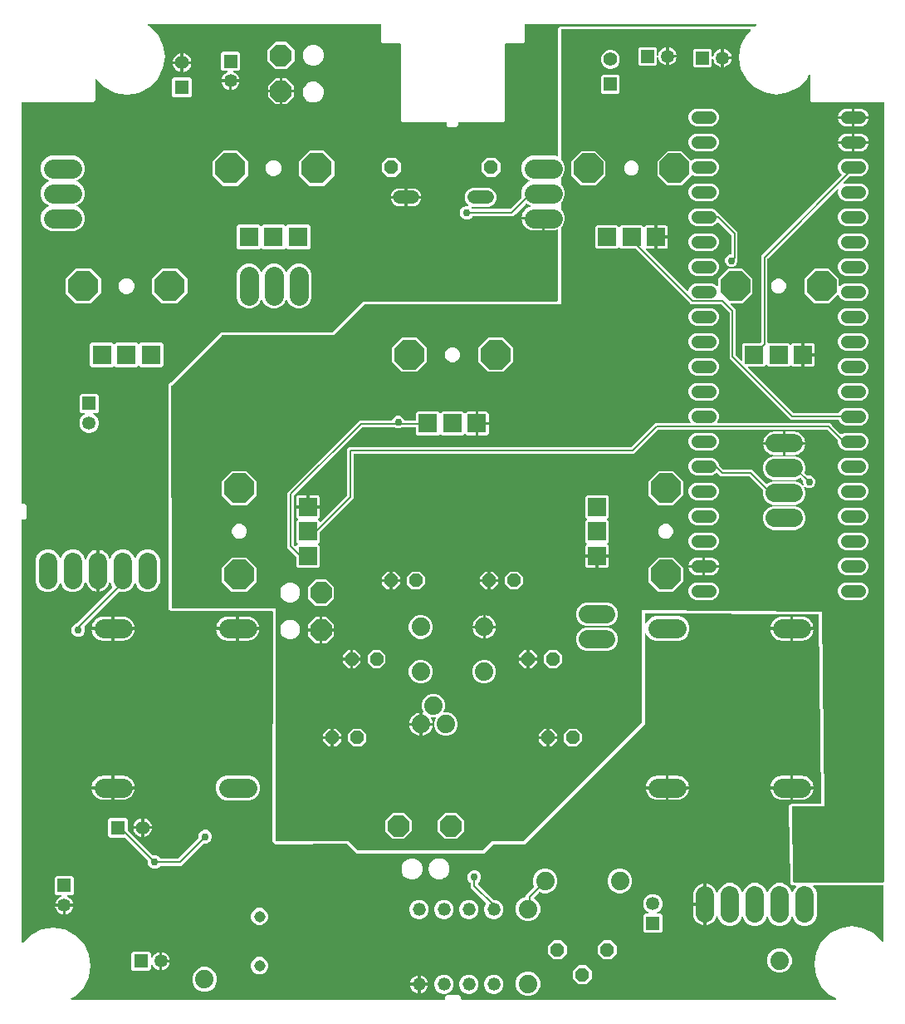
<source format=gbr>
G04 EAGLE Gerber X2 export*
%TF.Part,Single*%
%TF.FileFunction,Copper,L2,Bot,Mixed*%
%TF.FilePolarity,Positive*%
%TF.GenerationSoftware,Autodesk,EAGLE,9.2.2*%
%TF.CreationDate,2019-04-19T13:44:04Z*%
G75*
%MOMM*%
%FSLAX34Y34*%
%LPD*%
%INBottom Copper*%
%AMOC8*
5,1,8,0,0,1.08239X$1,22.5*%
G01*
%ADD10P,2.336880X8X202.500000*%
%ADD11R,1.350000X1.350000*%
%ADD12C,1.350000*%
%ADD13C,1.408000*%
%ADD14R,1.408000X1.408000*%
%ADD15C,1.950000*%
%ADD16P,2.336880X8X22.500000*%
%ADD17C,1.308000*%
%ADD18R,1.879600X1.879600*%
%ADD19P,3.247170X8X292.500000*%
%ADD20P,3.247170X8X22.500000*%
%ADD21P,3.247170X8X202.500000*%
%ADD22P,1.429621X8X202.500000*%
%ADD23C,1.879600*%
%ADD24C,1.955800*%
%ADD25C,1.879600*%
%ADD26C,1.143000*%
%ADD27C,1.320800*%
%ADD28P,1.429621X8X22.500000*%
%ADD29C,1.320800*%
%ADD30C,0.152400*%
%ADD31C,0.756400*%

G36*
X434162Y3100D02*
X434162Y3100D01*
X434181Y3098D01*
X434283Y3120D01*
X434385Y3136D01*
X434402Y3146D01*
X434422Y3150D01*
X434511Y3203D01*
X434602Y3252D01*
X434616Y3266D01*
X434633Y3276D01*
X434700Y3355D01*
X434772Y3430D01*
X434780Y3448D01*
X434793Y3463D01*
X434832Y3559D01*
X434875Y3653D01*
X434877Y3673D01*
X434885Y3691D01*
X434903Y3858D01*
X434903Y6283D01*
X436356Y7735D01*
X436398Y7794D01*
X436447Y7846D01*
X436469Y7893D01*
X436500Y7935D01*
X436521Y8004D01*
X436551Y8069D01*
X436557Y8120D01*
X436572Y8170D01*
X436570Y8242D01*
X436578Y8313D01*
X436567Y8364D01*
X436566Y8416D01*
X436541Y8483D01*
X436526Y8554D01*
X436499Y8598D01*
X436481Y8647D01*
X436436Y8703D01*
X436400Y8765D01*
X436360Y8799D01*
X436327Y8839D01*
X436267Y8878D01*
X436213Y8925D01*
X436164Y8944D01*
X436120Y8972D01*
X436051Y8990D01*
X435984Y9017D01*
X435913Y9024D01*
X435882Y9032D01*
X435859Y9030D01*
X435818Y9035D01*
X432000Y9035D01*
X428435Y10512D01*
X425706Y13241D01*
X424229Y16806D01*
X424229Y20665D01*
X425706Y24231D01*
X428435Y26960D01*
X432000Y28436D01*
X435859Y28436D01*
X439425Y26960D01*
X442154Y24231D01*
X443631Y20665D01*
X443631Y16806D01*
X442154Y13241D01*
X439425Y10512D01*
X437130Y9561D01*
X437047Y9510D01*
X436961Y9464D01*
X436943Y9445D01*
X436921Y9432D01*
X436859Y9357D01*
X436792Y9286D01*
X436781Y9262D01*
X436764Y9242D01*
X436729Y9151D01*
X436688Y9063D01*
X436685Y9037D01*
X436676Y9013D01*
X436672Y8915D01*
X436661Y8819D01*
X436667Y8793D01*
X436665Y8767D01*
X436693Y8673D01*
X436713Y8578D01*
X436727Y8556D01*
X436734Y8531D01*
X436790Y8451D01*
X436839Y8367D01*
X436859Y8350D01*
X436874Y8329D01*
X436952Y8270D01*
X437026Y8207D01*
X437051Y8197D01*
X437072Y8182D01*
X437164Y8152D01*
X437255Y8115D01*
X437287Y8112D01*
X437306Y8106D01*
X437339Y8106D01*
X437421Y8097D01*
X449283Y8097D01*
X451097Y6283D01*
X451097Y3858D01*
X451100Y3838D01*
X451098Y3819D01*
X451120Y3717D01*
X451136Y3615D01*
X451146Y3598D01*
X451150Y3578D01*
X451203Y3489D01*
X451252Y3398D01*
X451266Y3384D01*
X451276Y3367D01*
X451355Y3300D01*
X451430Y3228D01*
X451448Y3220D01*
X451463Y3207D01*
X451559Y3168D01*
X451653Y3125D01*
X451673Y3123D01*
X451691Y3115D01*
X451858Y3097D01*
X833380Y3097D01*
X833447Y3108D01*
X833515Y3109D01*
X833568Y3127D01*
X833623Y3136D01*
X833683Y3168D01*
X833747Y3191D01*
X833791Y3225D01*
X833840Y3252D01*
X833887Y3301D01*
X833940Y3342D01*
X833971Y3389D01*
X834010Y3430D01*
X834038Y3491D01*
X834076Y3548D01*
X834090Y3602D01*
X834113Y3653D01*
X834121Y3720D01*
X834138Y3786D01*
X834134Y3842D01*
X834141Y3897D01*
X834126Y3964D01*
X834122Y4031D01*
X834100Y4083D01*
X834088Y4138D01*
X834054Y4196D01*
X834028Y4259D01*
X833991Y4301D01*
X833962Y4349D01*
X833911Y4393D01*
X833866Y4444D01*
X833800Y4487D01*
X833775Y4509D01*
X833756Y4517D01*
X833726Y4536D01*
X827284Y7819D01*
X818734Y16369D01*
X813244Y27142D01*
X811353Y39085D01*
X813244Y51028D01*
X818734Y61801D01*
X827284Y70351D01*
X838057Y75841D01*
X850000Y77732D01*
X861943Y75841D01*
X872716Y70351D01*
X880604Y62464D01*
X880662Y62422D01*
X880714Y62373D01*
X880761Y62351D01*
X880803Y62320D01*
X880872Y62299D01*
X880937Y62269D01*
X880989Y62263D01*
X881039Y62248D01*
X881110Y62250D01*
X881181Y62242D01*
X881232Y62253D01*
X881284Y62254D01*
X881352Y62279D01*
X881422Y62294D01*
X881467Y62321D01*
X881515Y62339D01*
X881571Y62384D01*
X881633Y62420D01*
X881667Y62460D01*
X881707Y62492D01*
X881746Y62553D01*
X881793Y62607D01*
X881812Y62656D01*
X881840Y62699D01*
X881858Y62769D01*
X881885Y62835D01*
X881893Y62907D01*
X881901Y62938D01*
X881899Y62961D01*
X881903Y63002D01*
X881903Y118657D01*
X881900Y118677D01*
X881902Y118696D01*
X881880Y118798D01*
X881864Y118900D01*
X881854Y118917D01*
X881850Y118937D01*
X881797Y119026D01*
X881748Y119117D01*
X881734Y119131D01*
X881724Y119148D01*
X881645Y119215D01*
X881570Y119286D01*
X881552Y119295D01*
X881537Y119308D01*
X881441Y119346D01*
X881347Y119390D01*
X881327Y119392D01*
X881309Y119400D01*
X881142Y119418D01*
X811088Y119418D01*
X811017Y119407D01*
X810945Y119405D01*
X810897Y119387D01*
X810845Y119378D01*
X810782Y119345D01*
X810714Y119320D01*
X810674Y119288D01*
X810628Y119263D01*
X810578Y119211D01*
X810522Y119167D01*
X810494Y119123D01*
X810458Y119085D01*
X810428Y119020D01*
X810389Y118960D01*
X810377Y118909D01*
X810355Y118862D01*
X810347Y118791D01*
X810329Y118721D01*
X810333Y118669D01*
X810328Y118617D01*
X810343Y118547D01*
X810349Y118476D01*
X810369Y118428D01*
X810380Y118377D01*
X810417Y118315D01*
X810445Y118250D01*
X810490Y118194D01*
X810506Y118166D01*
X810524Y118151D01*
X810550Y118119D01*
X812193Y116476D01*
X814095Y111883D01*
X814095Y88117D01*
X812193Y83524D01*
X808678Y80009D01*
X804085Y78107D01*
X799115Y78107D01*
X794522Y80009D01*
X791007Y83524D01*
X789603Y86914D01*
X789565Y86975D01*
X789536Y87041D01*
X789501Y87079D01*
X789474Y87123D01*
X789418Y87169D01*
X789370Y87222D01*
X789324Y87247D01*
X789284Y87280D01*
X789217Y87306D01*
X789154Y87340D01*
X789103Y87350D01*
X789055Y87368D01*
X788983Y87371D01*
X788912Y87384D01*
X788861Y87377D01*
X788809Y87379D01*
X788740Y87359D01*
X788669Y87348D01*
X788623Y87325D01*
X788573Y87310D01*
X788514Y87269D01*
X788450Y87237D01*
X788413Y87200D01*
X788371Y87170D01*
X788328Y87112D01*
X788278Y87061D01*
X788243Y86998D01*
X788224Y86973D01*
X788217Y86950D01*
X788197Y86914D01*
X786793Y83524D01*
X783278Y80009D01*
X778685Y78107D01*
X773715Y78107D01*
X769122Y80009D01*
X765607Y83524D01*
X764203Y86914D01*
X764165Y86975D01*
X764136Y87041D01*
X764101Y87079D01*
X764074Y87123D01*
X764018Y87169D01*
X763970Y87222D01*
X763924Y87247D01*
X763884Y87280D01*
X763817Y87306D01*
X763754Y87340D01*
X763703Y87350D01*
X763655Y87368D01*
X763583Y87371D01*
X763512Y87384D01*
X763461Y87377D01*
X763409Y87379D01*
X763340Y87359D01*
X763269Y87348D01*
X763223Y87325D01*
X763173Y87310D01*
X763114Y87269D01*
X763050Y87237D01*
X763013Y87200D01*
X762971Y87170D01*
X762928Y87112D01*
X762878Y87061D01*
X762843Y86998D01*
X762824Y86973D01*
X762817Y86950D01*
X762797Y86914D01*
X761393Y83524D01*
X757878Y80009D01*
X753285Y78107D01*
X748315Y78107D01*
X743722Y80009D01*
X740207Y83524D01*
X738803Y86914D01*
X738765Y86975D01*
X738736Y87041D01*
X738701Y87079D01*
X738674Y87123D01*
X738618Y87169D01*
X738570Y87222D01*
X738524Y87247D01*
X738484Y87280D01*
X738417Y87306D01*
X738354Y87340D01*
X738303Y87350D01*
X738255Y87368D01*
X738183Y87371D01*
X738112Y87384D01*
X738061Y87377D01*
X738009Y87379D01*
X737940Y87359D01*
X737869Y87348D01*
X737823Y87325D01*
X737773Y87310D01*
X737714Y87269D01*
X737650Y87237D01*
X737613Y87200D01*
X737571Y87170D01*
X737528Y87112D01*
X737478Y87061D01*
X737443Y86998D01*
X737424Y86973D01*
X737417Y86950D01*
X737397Y86914D01*
X735993Y83524D01*
X732478Y80009D01*
X727885Y78107D01*
X722915Y78107D01*
X718322Y80009D01*
X714807Y83524D01*
X713045Y87779D01*
X712992Y87865D01*
X712943Y87954D01*
X712927Y87969D01*
X712915Y87988D01*
X712838Y88053D01*
X712763Y88122D01*
X712743Y88131D01*
X712726Y88145D01*
X712631Y88181D01*
X712539Y88223D01*
X712517Y88225D01*
X712496Y88233D01*
X712395Y88238D01*
X712294Y88248D01*
X712273Y88243D01*
X712251Y88244D01*
X712153Y88216D01*
X712055Y88193D01*
X712036Y88181D01*
X712014Y88175D01*
X711931Y88118D01*
X711845Y88065D01*
X711831Y88048D01*
X711812Y88035D01*
X711752Y87954D01*
X711687Y87876D01*
X711676Y87851D01*
X711666Y87838D01*
X711655Y87806D01*
X711618Y87723D01*
X711064Y86019D01*
X710211Y84345D01*
X709106Y82824D01*
X707778Y81496D01*
X706257Y80391D01*
X704583Y79538D01*
X702796Y78957D01*
X701523Y78756D01*
X701523Y99238D01*
X701520Y99258D01*
X701522Y99277D01*
X701500Y99379D01*
X701483Y99481D01*
X701474Y99498D01*
X701470Y99518D01*
X701417Y99607D01*
X701368Y99698D01*
X701354Y99712D01*
X701344Y99729D01*
X701265Y99796D01*
X701190Y99867D01*
X701172Y99876D01*
X701157Y99889D01*
X701061Y99927D01*
X700967Y99971D01*
X700947Y99973D01*
X700929Y99981D01*
X700762Y99999D01*
X699999Y99999D01*
X699999Y100001D01*
X700762Y100001D01*
X700782Y100004D01*
X700801Y100002D01*
X700903Y100024D01*
X701005Y100041D01*
X701022Y100050D01*
X701042Y100054D01*
X701131Y100107D01*
X701222Y100156D01*
X701236Y100170D01*
X701253Y100180D01*
X701320Y100259D01*
X701391Y100334D01*
X701400Y100352D01*
X701413Y100367D01*
X701452Y100463D01*
X701495Y100557D01*
X701497Y100577D01*
X701505Y100595D01*
X701523Y100762D01*
X701523Y121244D01*
X702796Y121043D01*
X704583Y120462D01*
X706257Y119609D01*
X707778Y118504D01*
X709106Y117176D01*
X710211Y115655D01*
X711064Y113981D01*
X711618Y112277D01*
X711664Y112187D01*
X711705Y112094D01*
X711720Y112078D01*
X711731Y112058D01*
X711803Y111988D01*
X711872Y111913D01*
X711891Y111903D01*
X711907Y111887D01*
X711998Y111843D01*
X712087Y111795D01*
X712109Y111791D01*
X712129Y111781D01*
X712230Y111769D01*
X712329Y111751D01*
X712351Y111754D01*
X712373Y111751D01*
X712472Y111772D01*
X712573Y111787D01*
X712592Y111797D01*
X712614Y111801D01*
X712702Y111852D01*
X712792Y111898D01*
X712807Y111914D01*
X712827Y111925D01*
X712893Y112001D01*
X712964Y112074D01*
X712977Y112098D01*
X712988Y112110D01*
X713001Y112141D01*
X713045Y112221D01*
X714807Y116476D01*
X718322Y119991D01*
X722915Y121893D01*
X727885Y121893D01*
X732478Y119991D01*
X735993Y116476D01*
X737397Y113086D01*
X737434Y113025D01*
X737464Y112959D01*
X737499Y112921D01*
X737526Y112877D01*
X737581Y112831D01*
X737630Y112778D01*
X737676Y112753D01*
X737716Y112720D01*
X737783Y112694D01*
X737846Y112660D01*
X737897Y112650D01*
X737945Y112632D01*
X738017Y112629D01*
X738088Y112616D01*
X738139Y112623D01*
X738191Y112621D01*
X738260Y112641D01*
X738331Y112652D01*
X738377Y112675D01*
X738427Y112690D01*
X738486Y112731D01*
X738550Y112763D01*
X738587Y112800D01*
X738629Y112830D01*
X738672Y112888D01*
X738722Y112939D01*
X738757Y113002D01*
X738776Y113027D01*
X738783Y113050D01*
X738803Y113086D01*
X740207Y116476D01*
X743722Y119991D01*
X748315Y121893D01*
X753285Y121893D01*
X757878Y119991D01*
X761393Y116476D01*
X762797Y113086D01*
X762835Y113025D01*
X762864Y112959D01*
X762899Y112921D01*
X762926Y112877D01*
X762982Y112831D01*
X763030Y112778D01*
X763076Y112753D01*
X763116Y112720D01*
X763183Y112694D01*
X763246Y112660D01*
X763297Y112650D01*
X763345Y112632D01*
X763417Y112629D01*
X763488Y112616D01*
X763539Y112623D01*
X763591Y112621D01*
X763660Y112641D01*
X763731Y112652D01*
X763777Y112675D01*
X763827Y112690D01*
X763886Y112731D01*
X763950Y112763D01*
X763987Y112800D01*
X764029Y112830D01*
X764072Y112888D01*
X764122Y112939D01*
X764157Y113002D01*
X764176Y113027D01*
X764183Y113050D01*
X764203Y113086D01*
X765607Y116476D01*
X769122Y119991D01*
X773715Y121893D01*
X778685Y121893D01*
X783278Y119991D01*
X786793Y116476D01*
X788197Y113086D01*
X788235Y113025D01*
X788264Y112959D01*
X788299Y112921D01*
X788326Y112877D01*
X788382Y112831D01*
X788430Y112778D01*
X788476Y112753D01*
X788516Y112720D01*
X788583Y112694D01*
X788646Y112660D01*
X788697Y112650D01*
X788745Y112632D01*
X788817Y112629D01*
X788888Y112616D01*
X788939Y112623D01*
X788991Y112621D01*
X789060Y112641D01*
X789131Y112652D01*
X789177Y112675D01*
X789227Y112690D01*
X789286Y112731D01*
X789350Y112763D01*
X789387Y112800D01*
X789429Y112830D01*
X789472Y112888D01*
X789522Y112939D01*
X789557Y113002D01*
X789576Y113027D01*
X789583Y113050D01*
X789603Y113086D01*
X791007Y116476D01*
X792650Y118119D01*
X792692Y118177D01*
X792742Y118229D01*
X792764Y118276D01*
X792794Y118318D01*
X792815Y118387D01*
X792845Y118452D01*
X792851Y118504D01*
X792866Y118553D01*
X792864Y118625D01*
X792872Y118696D01*
X792861Y118747D01*
X792860Y118799D01*
X792835Y118867D01*
X792820Y118937D01*
X792793Y118981D01*
X792775Y119030D01*
X792731Y119086D01*
X792694Y119148D01*
X792654Y119182D01*
X792622Y119222D01*
X792561Y119261D01*
X792507Y119308D01*
X792459Y119327D01*
X792415Y119355D01*
X792345Y119373D01*
X792279Y119400D01*
X792207Y119408D01*
X792176Y119415D01*
X792153Y119414D01*
X792112Y119418D01*
X790696Y119418D01*
X790692Y119417D01*
X790686Y119418D01*
X789088Y119397D01*
X787958Y120526D01*
X787955Y120529D01*
X787951Y120533D01*
X786806Y121648D01*
X786806Y123246D01*
X786805Y123250D01*
X786806Y123256D01*
X785816Y197216D01*
X785801Y197301D01*
X785794Y197387D01*
X785790Y197396D01*
X785790Y199113D01*
X785790Y199117D01*
X785790Y199123D01*
X785769Y200722D01*
X786898Y201852D01*
X786901Y201855D01*
X786906Y201859D01*
X788020Y203004D01*
X789618Y203004D01*
X789622Y203005D01*
X789628Y203004D01*
X791348Y203027D01*
X791360Y203022D01*
X791408Y203017D01*
X791433Y203010D01*
X791463Y203011D01*
X791527Y203004D01*
X817826Y203004D01*
X817850Y203008D01*
X817875Y203006D01*
X817971Y203028D01*
X818069Y203044D01*
X818090Y203055D01*
X818114Y203061D01*
X818199Y203113D01*
X818286Y203159D01*
X818303Y203177D01*
X818324Y203190D01*
X818387Y203266D01*
X818455Y203337D01*
X818466Y203360D01*
X818482Y203379D01*
X818517Y203471D01*
X818559Y203560D01*
X818562Y203585D01*
X818571Y203608D01*
X818587Y203775D01*
X816198Y394617D01*
X816196Y394629D01*
X816198Y394642D01*
X816175Y394750D01*
X816156Y394859D01*
X816149Y394870D01*
X816147Y394883D01*
X816091Y394978D01*
X816038Y395075D01*
X816028Y395084D01*
X816022Y395095D01*
X815938Y395167D01*
X815857Y395242D01*
X815846Y395247D01*
X815836Y395256D01*
X815733Y395298D01*
X815633Y395343D01*
X815620Y395344D01*
X815608Y395349D01*
X815442Y395369D01*
X639436Y396429D01*
X639414Y396426D01*
X639392Y396428D01*
X639293Y396407D01*
X639193Y396391D01*
X639173Y396381D01*
X639151Y396376D01*
X639065Y396324D01*
X638975Y396277D01*
X638959Y396261D01*
X638940Y396250D01*
X638875Y396173D01*
X638804Y396100D01*
X638795Y396080D01*
X638780Y396063D01*
X638743Y395969D01*
X638699Y395878D01*
X638697Y395856D01*
X638689Y395835D01*
X638670Y395668D01*
X638670Y386969D01*
X638686Y386873D01*
X638695Y386776D01*
X638706Y386752D01*
X638710Y386727D01*
X638755Y386641D01*
X638795Y386552D01*
X638813Y386532D01*
X638825Y386509D01*
X638895Y386442D01*
X638961Y386370D01*
X638984Y386358D01*
X639003Y386340D01*
X639092Y386299D01*
X639177Y386252D01*
X639203Y386247D01*
X639226Y386236D01*
X639323Y386225D01*
X639419Y386208D01*
X639445Y386212D01*
X639471Y386209D01*
X639566Y386230D01*
X639662Y386244D01*
X639686Y386256D01*
X639711Y386261D01*
X639795Y386311D01*
X639881Y386355D01*
X639900Y386374D01*
X639922Y386388D01*
X639985Y386461D01*
X640054Y386531D01*
X640069Y386560D01*
X640082Y386574D01*
X640095Y386605D01*
X640135Y386678D01*
X640859Y388427D01*
X644473Y392041D01*
X649195Y393997D01*
X673805Y393997D01*
X678527Y392041D01*
X682141Y388427D01*
X684097Y383705D01*
X684097Y378595D01*
X682141Y373873D01*
X678527Y370259D01*
X673805Y368303D01*
X649195Y368303D01*
X644473Y370259D01*
X640859Y373873D01*
X640135Y375622D01*
X640083Y375705D01*
X640038Y375791D01*
X640019Y375809D01*
X640005Y375831D01*
X639930Y375893D01*
X639859Y375960D01*
X639836Y375971D01*
X639816Y375988D01*
X639725Y376023D01*
X639636Y376064D01*
X639610Y376067D01*
X639586Y376076D01*
X639489Y376080D01*
X639392Y376091D01*
X639366Y376085D01*
X639340Y376086D01*
X639247Y376059D01*
X639151Y376039D01*
X639129Y376025D01*
X639104Y376018D01*
X639024Y375962D01*
X638940Y375912D01*
X638923Y375893D01*
X638902Y375878D01*
X638844Y375800D01*
X638780Y375726D01*
X638771Y375701D01*
X638755Y375680D01*
X638725Y375588D01*
X638689Y375497D01*
X638685Y375465D01*
X638679Y375446D01*
X638679Y375413D01*
X638670Y375331D01*
X638670Y284038D01*
X515973Y161341D01*
X484252Y161341D01*
X484162Y161326D01*
X484071Y161319D01*
X484041Y161307D01*
X484009Y161301D01*
X483928Y161259D01*
X483844Y161223D01*
X483812Y161197D01*
X483792Y161186D01*
X483769Y161163D01*
X483713Y161118D01*
X474813Y152218D01*
X354139Y152218D01*
X354049Y152203D01*
X353958Y152196D01*
X353928Y152184D01*
X353896Y152178D01*
X353816Y152136D01*
X353732Y152100D01*
X353700Y152074D01*
X353679Y152063D01*
X353657Y152040D01*
X353601Y151995D01*
X353356Y151751D01*
X345024Y151751D01*
X335440Y161335D01*
X335365Y161389D01*
X335295Y161449D01*
X335265Y161461D01*
X335240Y161479D01*
X335152Y161506D01*
X335066Y161540D01*
X335027Y161545D01*
X335005Y161551D01*
X334973Y161550D01*
X334899Y161558D01*
X264972Y161347D01*
X264932Y161340D01*
X263058Y161341D01*
X263057Y161341D01*
X263055Y161341D01*
X261462Y161336D01*
X260332Y162467D01*
X260331Y162468D01*
X260330Y162469D01*
X259197Y163595D01*
X259197Y165198D01*
X259197Y165199D01*
X259197Y165201D01*
X259192Y167048D01*
X259198Y167106D01*
X259299Y397961D01*
X259296Y397981D01*
X259298Y398001D01*
X259276Y398102D01*
X259260Y398204D01*
X259250Y398221D01*
X259246Y398241D01*
X259193Y398330D01*
X259145Y398421D01*
X259130Y398435D01*
X259120Y398452D01*
X259041Y398519D01*
X258966Y398591D01*
X258948Y398599D01*
X258933Y398612D01*
X258837Y398651D01*
X258743Y398694D01*
X258723Y398697D01*
X258705Y398704D01*
X258538Y398723D01*
X156975Y398723D01*
X156975Y398722D01*
X156974Y398723D01*
X155379Y398719D01*
X154244Y399854D01*
X154243Y399854D01*
X154243Y399855D01*
X153115Y400978D01*
X153115Y402582D01*
X153115Y402583D01*
X153115Y402584D01*
X152668Y626110D01*
X152665Y626133D01*
X152665Y628022D01*
X152665Y628023D01*
X152665Y628024D01*
X152661Y629621D01*
X153796Y630756D01*
X153797Y630757D01*
X155118Y632083D01*
X155144Y632104D01*
X203438Y680398D01*
X205922Y682882D01*
X320217Y682882D01*
X320307Y682896D01*
X320398Y682903D01*
X320428Y682916D01*
X320460Y682921D01*
X320540Y682964D01*
X320624Y683000D01*
X320656Y683025D01*
X320677Y683036D01*
X320687Y683047D01*
X320688Y683048D01*
X320702Y683062D01*
X320755Y683105D01*
X351968Y714318D01*
X549228Y714318D01*
X549247Y714321D01*
X549267Y714319D01*
X549368Y714341D01*
X549470Y714358D01*
X549488Y714367D01*
X549507Y714371D01*
X549596Y714424D01*
X549688Y714473D01*
X549701Y714487D01*
X549718Y714497D01*
X549786Y714576D01*
X549857Y714651D01*
X549865Y714669D01*
X549878Y714684D01*
X549917Y714780D01*
X549961Y714874D01*
X549963Y714894D01*
X549970Y714912D01*
X549989Y715079D01*
X549989Y786686D01*
X549986Y786702D01*
X549988Y786718D01*
X549966Y786823D01*
X549949Y786929D01*
X549942Y786943D01*
X549938Y786959D01*
X549884Y787051D01*
X549834Y787146D01*
X549822Y787157D01*
X549814Y787171D01*
X549734Y787242D01*
X549656Y787316D01*
X549641Y787322D01*
X549629Y787333D01*
X549530Y787374D01*
X549433Y787419D01*
X549417Y787421D01*
X549402Y787427D01*
X549295Y787435D01*
X549188Y787446D01*
X549173Y787443D01*
X549157Y787444D01*
X548992Y787410D01*
X547772Y787014D01*
X545857Y786710D01*
X536631Y786710D01*
X536631Y798268D01*
X536628Y798288D01*
X536630Y798307D01*
X536608Y798409D01*
X536591Y798511D01*
X536582Y798528D01*
X536578Y798548D01*
X536525Y798637D01*
X536476Y798728D01*
X536462Y798742D01*
X536452Y798759D01*
X536373Y798826D01*
X536298Y798897D01*
X536280Y798906D01*
X536265Y798919D01*
X536169Y798957D01*
X536075Y799001D01*
X536055Y799003D01*
X536037Y799011D01*
X535870Y799029D01*
X535107Y799029D01*
X535107Y799792D01*
X535104Y799812D01*
X535106Y799831D01*
X535084Y799933D01*
X535067Y800035D01*
X535058Y800052D01*
X535054Y800072D01*
X535001Y800161D01*
X534952Y800252D01*
X534938Y800266D01*
X534928Y800283D01*
X534849Y800350D01*
X534774Y800421D01*
X534756Y800430D01*
X534741Y800443D01*
X534645Y800482D01*
X534551Y800525D01*
X534531Y800527D01*
X534513Y800535D01*
X534346Y800553D01*
X513097Y800553D01*
X513313Y801915D01*
X513912Y803759D01*
X514792Y805487D01*
X515932Y807056D01*
X517303Y808427D01*
X518872Y809567D01*
X520600Y810447D01*
X521350Y810691D01*
X521440Y810737D01*
X521533Y810779D01*
X521549Y810794D01*
X521569Y810804D01*
X521639Y810876D01*
X521714Y810945D01*
X521725Y810964D01*
X521740Y810980D01*
X521784Y811072D01*
X521832Y811160D01*
X521836Y811182D01*
X521846Y811202D01*
X521858Y811303D01*
X521876Y811403D01*
X521873Y811424D01*
X521876Y811446D01*
X521855Y811546D01*
X521840Y811646D01*
X521830Y811666D01*
X521826Y811687D01*
X521775Y811775D01*
X521729Y811865D01*
X521713Y811881D01*
X521702Y811900D01*
X521626Y811966D01*
X521553Y812037D01*
X521529Y812051D01*
X521517Y812062D01*
X521487Y812074D01*
X521406Y812118D01*
X517928Y813559D01*
X517815Y813585D01*
X517701Y813614D01*
X517695Y813614D01*
X517689Y813615D01*
X517572Y813604D01*
X517456Y813595D01*
X517450Y813592D01*
X517444Y813592D01*
X517337Y813544D01*
X517230Y813499D01*
X517224Y813494D01*
X517219Y813492D01*
X517206Y813479D01*
X517099Y813394D01*
X507002Y803297D01*
X504518Y800813D01*
X463385Y800813D01*
X463294Y800799D01*
X463204Y800791D01*
X463174Y800779D01*
X463142Y800774D01*
X463061Y800731D01*
X462977Y800695D01*
X462945Y800669D01*
X462924Y800658D01*
X462902Y800635D01*
X462846Y800590D01*
X461097Y798841D01*
X458568Y797793D01*
X455832Y797793D01*
X453303Y798841D01*
X451369Y800775D01*
X450321Y803304D01*
X450321Y806040D01*
X451369Y808569D01*
X453303Y810503D01*
X455832Y811551D01*
X457992Y811551D01*
X458063Y811562D01*
X458135Y811564D01*
X458183Y811582D01*
X458235Y811590D01*
X458298Y811624D01*
X458366Y811649D01*
X458406Y811681D01*
X458452Y811706D01*
X458502Y811758D01*
X458558Y811802D01*
X458586Y811846D01*
X458622Y811884D01*
X458652Y811949D01*
X458691Y812009D01*
X458703Y812060D01*
X458725Y812107D01*
X458733Y812178D01*
X458751Y812248D01*
X458747Y812300D01*
X458752Y812351D01*
X458737Y812422D01*
X458731Y812493D01*
X458711Y812541D01*
X458700Y812592D01*
X458663Y812653D01*
X458635Y812719D01*
X458590Y812775D01*
X458574Y812803D01*
X458556Y812818D01*
X458530Y812850D01*
X456477Y814904D01*
X455000Y818469D01*
X455000Y822328D01*
X456477Y825894D01*
X459206Y828623D01*
X462771Y830100D01*
X479838Y830100D01*
X483404Y828623D01*
X486132Y825894D01*
X487609Y822328D01*
X487609Y818469D01*
X486132Y814904D01*
X483404Y812175D01*
X479838Y810698D01*
X462740Y810698D01*
X462669Y810687D01*
X462597Y810685D01*
X462548Y810667D01*
X462497Y810658D01*
X462434Y810625D01*
X462366Y810600D01*
X462325Y810568D01*
X462280Y810543D01*
X462230Y810491D01*
X462174Y810447D01*
X462146Y810403D01*
X462110Y810365D01*
X462080Y810300D01*
X462041Y810240D01*
X462028Y810189D01*
X462007Y810142D01*
X461999Y810071D01*
X461981Y810001D01*
X461985Y809949D01*
X461979Y809897D01*
X461995Y809827D01*
X462000Y809756D01*
X462021Y809708D01*
X462032Y809657D01*
X462068Y809595D01*
X462097Y809530D01*
X462141Y809474D01*
X462158Y809446D01*
X462176Y809431D01*
X462201Y809399D01*
X462846Y808754D01*
X462920Y808700D01*
X462990Y808641D01*
X463020Y808629D01*
X463046Y808610D01*
X463133Y808583D01*
X463218Y808549D01*
X463259Y808545D01*
X463281Y808538D01*
X463313Y808539D01*
X463385Y808531D01*
X501006Y808531D01*
X501096Y808545D01*
X501187Y808553D01*
X501217Y808565D01*
X501249Y808570D01*
X501330Y808613D01*
X501414Y808649D01*
X501446Y808675D01*
X501466Y808686D01*
X501489Y808709D01*
X501545Y808754D01*
X512740Y819949D01*
X512807Y820043D01*
X512878Y820138D01*
X512880Y820144D01*
X512883Y820149D01*
X512918Y820260D01*
X512954Y820371D01*
X512954Y820378D01*
X512956Y820384D01*
X512953Y820501D01*
X512952Y820617D01*
X512950Y820625D01*
X512949Y820630D01*
X512943Y820647D01*
X512905Y820779D01*
X512453Y821869D01*
X512453Y826991D01*
X514413Y831724D01*
X518035Y835346D01*
X520646Y836427D01*
X520707Y836465D01*
X520772Y836494D01*
X520810Y836529D01*
X520855Y836556D01*
X520900Y836612D01*
X520953Y836660D01*
X520978Y836706D01*
X521012Y836746D01*
X521037Y836813D01*
X521072Y836876D01*
X521081Y836927D01*
X521100Y836975D01*
X521103Y837047D01*
X521116Y837118D01*
X521108Y837169D01*
X521110Y837221D01*
X521090Y837290D01*
X521080Y837361D01*
X521056Y837407D01*
X521042Y837457D01*
X521001Y837516D01*
X520968Y837580D01*
X520931Y837617D01*
X520901Y837659D01*
X520844Y837702D01*
X520793Y837752D01*
X520730Y837787D01*
X520704Y837806D01*
X520682Y837813D01*
X520646Y837833D01*
X518035Y838914D01*
X514413Y842536D01*
X512453Y847269D01*
X512453Y852391D01*
X514413Y857124D01*
X518035Y860746D01*
X522768Y862706D01*
X547448Y862706D01*
X548936Y862089D01*
X548981Y862079D01*
X549023Y862060D01*
X549100Y862051D01*
X549176Y862033D01*
X549221Y862037D01*
X549267Y862032D01*
X549343Y862049D01*
X549421Y862056D01*
X549462Y862075D01*
X549507Y862085D01*
X549574Y862125D01*
X549645Y862156D01*
X549679Y862187D01*
X549718Y862211D01*
X549769Y862270D01*
X549826Y862323D01*
X549849Y862363D01*
X549878Y862398D01*
X549907Y862470D01*
X549945Y862538D01*
X549953Y862583D01*
X549970Y862626D01*
X549985Y862762D01*
X549989Y862780D01*
X549988Y862785D01*
X549989Y862793D01*
X549989Y992198D01*
X552249Y994459D01*
X750001Y994459D01*
X750094Y994474D01*
X750189Y994482D01*
X750223Y994495D01*
X750243Y994498D01*
X750272Y994514D01*
X750346Y994542D01*
X752156Y995464D01*
X752211Y995504D01*
X752270Y995536D01*
X752309Y995576D01*
X752354Y995609D01*
X752393Y995665D01*
X752440Y995714D01*
X752463Y995765D01*
X752496Y995811D01*
X752515Y995876D01*
X752543Y995937D01*
X752550Y995993D01*
X752565Y996046D01*
X752563Y996114D01*
X752570Y996181D01*
X752559Y996236D01*
X752557Y996292D01*
X752533Y996356D01*
X752518Y996422D01*
X752489Y996470D01*
X752470Y996522D01*
X752427Y996575D01*
X752392Y996633D01*
X752350Y996669D01*
X752314Y996713D01*
X752257Y996749D01*
X752205Y996793D01*
X752153Y996814D01*
X752106Y996844D01*
X752040Y996859D01*
X751977Y996885D01*
X751899Y996893D01*
X751867Y996901D01*
X751846Y996899D01*
X751810Y996903D01*
X516858Y996903D01*
X516838Y996900D01*
X516819Y996902D01*
X516717Y996880D01*
X516615Y996864D01*
X516598Y996854D01*
X516578Y996850D01*
X516489Y996797D01*
X516398Y996748D01*
X516384Y996734D01*
X516367Y996724D01*
X516300Y996645D01*
X516228Y996570D01*
X516220Y996552D01*
X516207Y996537D01*
X516168Y996441D01*
X516125Y996347D01*
X516123Y996327D01*
X516115Y996309D01*
X516097Y996142D01*
X516097Y978717D01*
X514283Y976903D01*
X496858Y976903D01*
X496838Y976900D01*
X496819Y976902D01*
X496717Y976880D01*
X496615Y976864D01*
X496598Y976854D01*
X496578Y976850D01*
X496489Y976797D01*
X496398Y976748D01*
X496384Y976734D01*
X496367Y976724D01*
X496300Y976645D01*
X496228Y976570D01*
X496220Y976552D01*
X496207Y976537D01*
X496168Y976441D01*
X496125Y976347D01*
X496123Y976327D01*
X496115Y976309D01*
X496097Y976142D01*
X496097Y898717D01*
X494283Y896903D01*
X448858Y896903D01*
X448838Y896900D01*
X448819Y896902D01*
X448717Y896880D01*
X448615Y896864D01*
X448598Y896854D01*
X448578Y896850D01*
X448489Y896797D01*
X448398Y896748D01*
X448384Y896734D01*
X448367Y896724D01*
X448300Y896645D01*
X448228Y896570D01*
X448220Y896552D01*
X448207Y896537D01*
X448168Y896441D01*
X448125Y896347D01*
X448123Y896327D01*
X448115Y896309D01*
X448097Y896142D01*
X448097Y893717D01*
X446283Y891903D01*
X438717Y891903D01*
X436903Y893717D01*
X436903Y896142D01*
X436900Y896162D01*
X436902Y896181D01*
X436880Y896283D01*
X436864Y896385D01*
X436854Y896402D01*
X436850Y896422D01*
X436797Y896511D01*
X436748Y896602D01*
X436734Y896616D01*
X436724Y896633D01*
X436645Y896700D01*
X436570Y896772D01*
X436552Y896780D01*
X436537Y896793D01*
X436441Y896832D01*
X436347Y896875D01*
X436327Y896877D01*
X436309Y896885D01*
X436142Y896903D01*
X391717Y896903D01*
X389903Y898717D01*
X389903Y976142D01*
X389900Y976162D01*
X389902Y976181D01*
X389880Y976283D01*
X389864Y976385D01*
X389854Y976402D01*
X389850Y976422D01*
X389797Y976511D01*
X389748Y976602D01*
X389734Y976616D01*
X389724Y976633D01*
X389645Y976700D01*
X389570Y976772D01*
X389552Y976780D01*
X389537Y976793D01*
X389441Y976832D01*
X389347Y976875D01*
X389327Y976877D01*
X389309Y976885D01*
X389142Y976903D01*
X371717Y976903D01*
X369903Y978717D01*
X369903Y996142D01*
X369900Y996162D01*
X369902Y996181D01*
X369880Y996283D01*
X369864Y996385D01*
X369854Y996402D01*
X369850Y996422D01*
X369797Y996511D01*
X369748Y996602D01*
X369734Y996616D01*
X369724Y996633D01*
X369645Y996700D01*
X369570Y996772D01*
X369552Y996780D01*
X369537Y996793D01*
X369441Y996832D01*
X369347Y996875D01*
X369327Y996877D01*
X369309Y996885D01*
X369142Y996903D01*
X132221Y996903D01*
X132154Y996892D01*
X132086Y996891D01*
X132033Y996873D01*
X131978Y996864D01*
X131918Y996832D01*
X131854Y996809D01*
X131810Y996775D01*
X131761Y996748D01*
X131714Y996699D01*
X131661Y996658D01*
X131630Y996611D01*
X131591Y996570D01*
X131563Y996509D01*
X131526Y996452D01*
X131511Y996398D01*
X131488Y996347D01*
X131480Y996280D01*
X131463Y996214D01*
X131467Y996158D01*
X131461Y996103D01*
X131475Y996036D01*
X131480Y995969D01*
X131501Y995917D01*
X131513Y995862D01*
X131548Y995804D01*
X131574Y995741D01*
X131610Y995699D01*
X131639Y995651D01*
X131691Y995607D01*
X131735Y995556D01*
X131801Y995513D01*
X131826Y995491D01*
X131845Y995483D01*
X131875Y995464D01*
X133250Y994763D01*
X141800Y986213D01*
X147290Y975439D01*
X149181Y963497D01*
X147290Y951554D01*
X141800Y940780D01*
X133250Y932231D01*
X122477Y926741D01*
X110534Y924850D01*
X98591Y926741D01*
X87818Y932231D01*
X79396Y940652D01*
X79338Y940694D01*
X79286Y940743D01*
X79239Y940765D01*
X79197Y940796D01*
X79128Y940817D01*
X79063Y940847D01*
X79011Y940853D01*
X78961Y940868D01*
X78890Y940866D01*
X78819Y940874D01*
X78768Y940863D01*
X78716Y940862D01*
X78648Y940837D01*
X78578Y940822D01*
X78533Y940795D01*
X78485Y940777D01*
X78429Y940732D01*
X78367Y940696D01*
X78333Y940656D01*
X78293Y940623D01*
X78254Y940563D01*
X78207Y940509D01*
X78188Y940460D01*
X78160Y940417D01*
X78142Y940347D01*
X78115Y940280D01*
X78107Y940209D01*
X78099Y940178D01*
X78101Y940155D01*
X78097Y940114D01*
X78097Y918717D01*
X76283Y916903D01*
X3858Y916903D01*
X3838Y916900D01*
X3819Y916902D01*
X3717Y916880D01*
X3615Y916864D01*
X3598Y916854D01*
X3578Y916850D01*
X3489Y916797D01*
X3398Y916748D01*
X3384Y916734D01*
X3367Y916724D01*
X3300Y916645D01*
X3228Y916570D01*
X3220Y916552D01*
X3207Y916537D01*
X3168Y916441D01*
X3125Y916347D01*
X3123Y916327D01*
X3115Y916309D01*
X3097Y916142D01*
X3097Y508858D01*
X3100Y508838D01*
X3098Y508819D01*
X3120Y508717D01*
X3136Y508615D01*
X3146Y508598D01*
X3150Y508578D01*
X3203Y508489D01*
X3252Y508398D01*
X3266Y508384D01*
X3276Y508367D01*
X3355Y508300D01*
X3430Y508228D01*
X3448Y508220D01*
X3463Y508207D01*
X3559Y508168D01*
X3653Y508125D01*
X3673Y508123D01*
X3691Y508115D01*
X3858Y508097D01*
X6283Y508097D01*
X8097Y506283D01*
X8097Y493717D01*
X6283Y491903D01*
X3858Y491903D01*
X3838Y491900D01*
X3819Y491902D01*
X3717Y491880D01*
X3615Y491864D01*
X3598Y491854D01*
X3578Y491850D01*
X3489Y491797D01*
X3398Y491748D01*
X3384Y491734D01*
X3367Y491724D01*
X3300Y491645D01*
X3228Y491570D01*
X3220Y491552D01*
X3207Y491537D01*
X3168Y491441D01*
X3125Y491347D01*
X3123Y491327D01*
X3115Y491309D01*
X3097Y491142D01*
X3097Y61735D01*
X3108Y61665D01*
X3110Y61593D01*
X3128Y61544D01*
X3136Y61493D01*
X3170Y61429D01*
X3195Y61362D01*
X3227Y61321D01*
X3252Y61275D01*
X3304Y61226D01*
X3348Y61170D01*
X3392Y61142D01*
X3430Y61106D01*
X3495Y61076D01*
X3555Y61037D01*
X3606Y61024D01*
X3653Y61002D01*
X3724Y60994D01*
X3794Y60977D01*
X3846Y60981D01*
X3897Y60975D01*
X3968Y60990D01*
X4039Y60996D01*
X4087Y61016D01*
X4138Y61027D01*
X4199Y61064D01*
X4265Y61092D01*
X4321Y61137D01*
X4349Y61154D01*
X4364Y61171D01*
X4396Y61197D01*
X12284Y69085D01*
X23057Y74574D01*
X35000Y76466D01*
X46943Y74574D01*
X57716Y69085D01*
X66266Y60535D01*
X71756Y49761D01*
X73647Y37818D01*
X71756Y25876D01*
X66266Y15102D01*
X57716Y6552D01*
X53760Y4536D01*
X53705Y4496D01*
X53646Y4464D01*
X53607Y4424D01*
X53562Y4391D01*
X53523Y4335D01*
X53476Y4286D01*
X53453Y4235D01*
X53420Y4189D01*
X53401Y4124D01*
X53373Y4063D01*
X53366Y4007D01*
X53351Y3954D01*
X53353Y3886D01*
X53346Y3819D01*
X53357Y3764D01*
X53359Y3708D01*
X53383Y3645D01*
X53398Y3578D01*
X53427Y3530D01*
X53446Y3478D01*
X53489Y3425D01*
X53524Y3367D01*
X53566Y3331D01*
X53602Y3287D01*
X53659Y3251D01*
X53711Y3207D01*
X53763Y3186D01*
X53810Y3156D01*
X53876Y3141D01*
X53939Y3115D01*
X54017Y3107D01*
X54049Y3099D01*
X54070Y3101D01*
X54106Y3097D01*
X434142Y3097D01*
X434162Y3100D01*
G37*
G36*
X881718Y122519D02*
X881718Y122519D01*
X881737Y122517D01*
X881839Y122539D01*
X881941Y122555D01*
X881958Y122565D01*
X881978Y122569D01*
X882067Y122622D01*
X882158Y122670D01*
X882172Y122685D01*
X882189Y122695D01*
X882256Y122774D01*
X882328Y122849D01*
X882336Y122867D01*
X882349Y122882D01*
X882388Y122978D01*
X882431Y123072D01*
X882433Y123092D01*
X882441Y123110D01*
X882459Y123277D01*
X882459Y916698D01*
X882456Y916718D01*
X882458Y916737D01*
X882436Y916839D01*
X882420Y916941D01*
X882410Y916958D01*
X882406Y916978D01*
X882353Y917067D01*
X882304Y917158D01*
X882290Y917172D01*
X882280Y917189D01*
X882201Y917256D01*
X882126Y917328D01*
X882108Y917336D01*
X882093Y917349D01*
X881997Y917388D01*
X881903Y917431D01*
X881883Y917433D01*
X881865Y917441D01*
X881698Y917459D01*
X808948Y917459D01*
X807459Y918948D01*
X807459Y944892D01*
X807448Y944959D01*
X807447Y945027D01*
X807429Y945079D01*
X807420Y945135D01*
X807388Y945195D01*
X807365Y945259D01*
X807331Y945303D01*
X807304Y945352D01*
X807255Y945399D01*
X807214Y945452D01*
X807167Y945483D01*
X807126Y945521D01*
X807065Y945550D01*
X807008Y945587D01*
X806954Y945602D01*
X806903Y945625D01*
X806836Y945633D01*
X806770Y945650D01*
X806714Y945646D01*
X806659Y945652D01*
X806592Y945638D01*
X806525Y945633D01*
X806473Y945612D01*
X806418Y945600D01*
X806360Y945565D01*
X806297Y945539D01*
X806255Y945503D01*
X806207Y945474D01*
X806163Y945422D01*
X806112Y945378D01*
X806069Y945312D01*
X806047Y945287D01*
X806039Y945267D01*
X806020Y945238D01*
X803776Y940833D01*
X795349Y932406D01*
X784730Y926996D01*
X772959Y925132D01*
X761188Y926996D01*
X750570Y932406D01*
X742143Y940833D01*
X736732Y951452D01*
X734868Y963223D01*
X736732Y974994D01*
X742143Y985612D01*
X746592Y990062D01*
X746634Y990120D01*
X746683Y990172D01*
X746705Y990219D01*
X746736Y990261D01*
X746757Y990330D01*
X746787Y990395D01*
X746793Y990447D01*
X746808Y990497D01*
X746806Y990568D01*
X746814Y990639D01*
X746803Y990690D01*
X746802Y990742D01*
X746777Y990810D01*
X746762Y990880D01*
X746735Y990924D01*
X746717Y990973D01*
X746672Y991029D01*
X746636Y991091D01*
X746596Y991125D01*
X746564Y991165D01*
X746503Y991204D01*
X746449Y991251D01*
X746400Y991270D01*
X746357Y991298D01*
X746287Y991316D01*
X746221Y991343D01*
X746149Y991351D01*
X746118Y991359D01*
X746095Y991357D01*
X746054Y991361D01*
X553848Y991361D01*
X553828Y991358D01*
X553808Y991360D01*
X553707Y991338D01*
X553605Y991322D01*
X553587Y991312D01*
X553568Y991308D01*
X553479Y991255D01*
X553387Y991206D01*
X553374Y991192D01*
X553357Y991182D01*
X553289Y991103D01*
X553218Y991028D01*
X553210Y991010D01*
X553197Y990995D01*
X553158Y990899D01*
X553114Y990805D01*
X553112Y990785D01*
X553105Y990767D01*
X553086Y990600D01*
X553086Y859369D01*
X553101Y859279D01*
X553108Y859188D01*
X553121Y859158D01*
X553126Y859126D01*
X553169Y859045D01*
X553204Y858961D01*
X553230Y858929D01*
X553241Y858909D01*
X553264Y858886D01*
X553309Y858830D01*
X555331Y856809D01*
X557207Y852281D01*
X557207Y847379D01*
X555331Y842851D01*
X553309Y840830D01*
X553256Y840756D01*
X553197Y840686D01*
X553185Y840656D01*
X553166Y840630D01*
X553139Y840543D01*
X553105Y840458D01*
X553100Y840417D01*
X553093Y840395D01*
X553094Y840363D01*
X553086Y840291D01*
X553086Y833969D01*
X553101Y833879D01*
X553108Y833788D01*
X553121Y833758D01*
X553126Y833726D01*
X553169Y833645D01*
X553204Y833561D01*
X553230Y833529D01*
X553241Y833509D01*
X553264Y833486D01*
X553309Y833430D01*
X555331Y831409D01*
X557207Y826881D01*
X557207Y821979D01*
X555331Y817451D01*
X553309Y815430D01*
X553256Y815356D01*
X553197Y815286D01*
X553185Y815256D01*
X553166Y815230D01*
X553139Y815143D01*
X553105Y815058D01*
X553100Y815017D01*
X553093Y814995D01*
X553094Y814963D01*
X553086Y814891D01*
X553086Y808569D01*
X553101Y808479D01*
X553108Y808388D01*
X553121Y808358D01*
X553126Y808326D01*
X553169Y808245D01*
X553204Y808161D01*
X553230Y808129D01*
X553241Y808109D01*
X553264Y808086D01*
X553309Y808030D01*
X555331Y806009D01*
X557207Y801481D01*
X557207Y796579D01*
X555331Y792051D01*
X553309Y790030D01*
X553256Y789956D01*
X553197Y789886D01*
X553185Y789856D01*
X553166Y789830D01*
X553139Y789743D01*
X553105Y789658D01*
X553100Y789617D01*
X553093Y789595D01*
X553094Y789563D01*
X553086Y789491D01*
X553086Y711220D01*
X353567Y711220D01*
X353477Y711206D01*
X353386Y711198D01*
X353356Y711186D01*
X353324Y711181D01*
X353243Y711138D01*
X353160Y711102D01*
X353127Y711076D01*
X353107Y711066D01*
X353085Y711042D01*
X353029Y710997D01*
X321815Y679784D01*
X207520Y679784D01*
X207430Y679769D01*
X207339Y679762D01*
X207309Y679750D01*
X207277Y679744D01*
X207197Y679702D01*
X207113Y679666D01*
X207081Y679640D01*
X207060Y679629D01*
X207038Y679606D01*
X206982Y679561D01*
X155985Y628565D01*
X155932Y628490D01*
X155872Y628420D01*
X155860Y628390D01*
X155842Y628365D01*
X155815Y628277D01*
X155780Y628192D01*
X155776Y628152D01*
X155769Y628130D01*
X155770Y628097D01*
X155762Y628025D01*
X156212Y402580D01*
X156216Y402561D01*
X156213Y402542D01*
X156236Y402440D01*
X156253Y402337D01*
X156262Y402320D01*
X156266Y402301D01*
X156319Y402212D01*
X156368Y402120D01*
X156382Y402107D01*
X156392Y402090D01*
X156471Y402023D01*
X156547Y401951D01*
X156564Y401943D01*
X156579Y401930D01*
X156676Y401891D01*
X156770Y401848D01*
X156789Y401846D01*
X156807Y401838D01*
X156974Y401820D01*
X262398Y401820D01*
X262295Y165200D01*
X262298Y165179D01*
X262296Y165158D01*
X262318Y165058D01*
X262335Y164957D01*
X262345Y164939D01*
X262349Y164918D01*
X262402Y164830D01*
X262450Y164740D01*
X262465Y164725D01*
X262476Y164707D01*
X262554Y164641D01*
X262628Y164570D01*
X262647Y164562D01*
X262663Y164548D01*
X262758Y164510D01*
X262851Y164467D01*
X262872Y164464D01*
X262892Y164457D01*
X263058Y164439D01*
X336495Y164661D01*
X346085Y155071D01*
X346158Y155018D01*
X346228Y154959D01*
X346258Y154947D01*
X346284Y154928D01*
X346371Y154901D01*
X346456Y154867D01*
X346497Y154862D01*
X346519Y154855D01*
X346552Y154856D01*
X346623Y154848D01*
X351758Y154848D01*
X351848Y154863D01*
X351939Y154870D01*
X351969Y154883D01*
X352001Y154888D01*
X352082Y154931D01*
X352165Y154966D01*
X352198Y154992D01*
X352218Y155003D01*
X352240Y155027D01*
X352296Y155071D01*
X352541Y155316D01*
X473215Y155316D01*
X473305Y155330D01*
X473396Y155337D01*
X473426Y155350D01*
X473458Y155355D01*
X473539Y155398D01*
X473622Y155434D01*
X473655Y155459D01*
X473675Y155470D01*
X473697Y155494D01*
X473753Y155539D01*
X482653Y164439D01*
X514375Y164439D01*
X514465Y164453D01*
X514556Y164460D01*
X514586Y164473D01*
X514618Y164478D01*
X514698Y164521D01*
X514782Y164557D01*
X514814Y164582D01*
X514835Y164593D01*
X514857Y164617D01*
X514913Y164662D01*
X635350Y285098D01*
X635403Y285172D01*
X635462Y285241D01*
X635474Y285272D01*
X635493Y285298D01*
X635520Y285385D01*
X635554Y285470D01*
X635559Y285510D01*
X635566Y285533D01*
X635565Y285565D01*
X635573Y285636D01*
X635573Y399550D01*
X819248Y398443D01*
X821733Y199907D01*
X789649Y199907D01*
X789624Y199902D01*
X789599Y199905D01*
X789503Y199883D01*
X789406Y199867D01*
X789384Y199855D01*
X789360Y199849D01*
X789276Y199798D01*
X789189Y199752D01*
X789172Y199734D01*
X789150Y199720D01*
X789087Y199645D01*
X789020Y199573D01*
X789009Y199551D01*
X788993Y199531D01*
X788957Y199440D01*
X788916Y199350D01*
X788913Y199325D01*
X788904Y199302D01*
X788888Y199135D01*
X789904Y123267D01*
X789906Y123252D01*
X789905Y123237D01*
X789928Y123131D01*
X789947Y123024D01*
X789954Y123012D01*
X789957Y122997D01*
X790012Y122904D01*
X790065Y122809D01*
X790076Y122799D01*
X790083Y122786D01*
X790166Y122715D01*
X790245Y122642D01*
X790259Y122636D01*
X790270Y122626D01*
X790371Y122585D01*
X790470Y122541D01*
X790484Y122540D01*
X790498Y122534D01*
X790665Y122516D01*
X881698Y122516D01*
X881718Y122519D01*
G37*
%LPC*%
G36*
X284550Y443061D02*
X284550Y443061D01*
X283061Y444550D01*
X283061Y454141D01*
X283047Y454231D01*
X283039Y454322D01*
X283027Y454351D01*
X283022Y454383D01*
X282979Y454464D01*
X282943Y454548D01*
X282917Y454580D01*
X282906Y454601D01*
X282883Y454623D01*
X282838Y454679D01*
X274065Y463452D01*
X274065Y519528D01*
X347628Y593091D01*
X380480Y593091D01*
X380595Y593110D01*
X380711Y593127D01*
X380717Y593129D01*
X380723Y593130D01*
X380826Y593185D01*
X380931Y593238D01*
X380935Y593243D01*
X380941Y593246D01*
X381020Y593330D01*
X381103Y593414D01*
X381107Y593420D01*
X381110Y593424D01*
X381118Y593441D01*
X381184Y593561D01*
X381736Y594894D01*
X383514Y596672D01*
X385838Y597635D01*
X388354Y597635D01*
X390678Y596672D01*
X392456Y594894D01*
X393008Y593561D01*
X393070Y593461D01*
X393130Y593361D01*
X393134Y593357D01*
X393138Y593352D01*
X393228Y593277D01*
X393317Y593201D01*
X393323Y593199D01*
X393327Y593195D01*
X393436Y593153D01*
X393545Y593109D01*
X393552Y593108D01*
X393557Y593107D01*
X393575Y593106D01*
X393712Y593091D01*
X404800Y593091D01*
X404820Y593094D01*
X404839Y593092D01*
X404941Y593114D01*
X405043Y593130D01*
X405060Y593140D01*
X405080Y593144D01*
X405169Y593197D01*
X405260Y593246D01*
X405274Y593260D01*
X405291Y593270D01*
X405358Y593349D01*
X405430Y593424D01*
X405438Y593442D01*
X405451Y593457D01*
X405490Y593553D01*
X405533Y593647D01*
X405535Y593667D01*
X405543Y593685D01*
X405561Y593852D01*
X405561Y600450D01*
X407050Y601939D01*
X427950Y601939D01*
X429462Y600427D01*
X429478Y600416D01*
X429490Y600400D01*
X429578Y600344D01*
X429661Y600284D01*
X429680Y600278D01*
X429697Y600267D01*
X429798Y600242D01*
X429897Y600212D01*
X429916Y600212D01*
X429936Y600207D01*
X430039Y600215D01*
X430142Y600218D01*
X430161Y600225D01*
X430181Y600226D01*
X430276Y600267D01*
X430373Y600302D01*
X430389Y600315D01*
X430407Y600323D01*
X430538Y600427D01*
X432050Y601939D01*
X452950Y601939D01*
X454585Y600304D01*
X454681Y600235D01*
X454777Y600164D01*
X454781Y600163D01*
X454785Y600161D01*
X454897Y600126D01*
X455012Y600089D01*
X455016Y600090D01*
X455020Y600088D01*
X455138Y600091D01*
X455258Y600093D01*
X455261Y600095D01*
X455266Y600095D01*
X455377Y600135D01*
X455489Y600175D01*
X455493Y600178D01*
X455497Y600179D01*
X455589Y600253D01*
X455683Y600327D01*
X455686Y600331D01*
X455689Y600333D01*
X455696Y600345D01*
X455782Y600462D01*
X456069Y600958D01*
X456542Y601431D01*
X457121Y601766D01*
X457768Y601939D01*
X465977Y601939D01*
X465977Y590762D01*
X465980Y590742D01*
X465978Y590723D01*
X466000Y590621D01*
X466017Y590519D01*
X466026Y590502D01*
X466030Y590482D01*
X466083Y590393D01*
X466132Y590302D01*
X466146Y590288D01*
X466156Y590271D01*
X466235Y590204D01*
X466310Y590133D01*
X466328Y590124D01*
X466343Y590111D01*
X466439Y590073D01*
X466533Y590029D01*
X466553Y590027D01*
X466571Y590019D01*
X466738Y590001D01*
X467501Y590001D01*
X467501Y589999D01*
X466738Y589999D01*
X466718Y589996D01*
X466699Y589998D01*
X466597Y589976D01*
X466495Y589959D01*
X466478Y589950D01*
X466458Y589946D01*
X466369Y589893D01*
X466278Y589844D01*
X466264Y589830D01*
X466247Y589820D01*
X466180Y589741D01*
X466109Y589666D01*
X466100Y589648D01*
X466087Y589633D01*
X466048Y589537D01*
X466005Y589443D01*
X466003Y589423D01*
X465995Y589405D01*
X465977Y589238D01*
X465977Y578061D01*
X457768Y578061D01*
X457121Y578234D01*
X456542Y578569D01*
X456069Y579042D01*
X455782Y579538D01*
X455707Y579630D01*
X455633Y579723D01*
X455629Y579725D01*
X455627Y579728D01*
X455527Y579791D01*
X455426Y579856D01*
X455422Y579857D01*
X455418Y579859D01*
X455303Y579887D01*
X455187Y579916D01*
X455183Y579916D01*
X455179Y579917D01*
X455060Y579906D01*
X454942Y579897D01*
X454938Y579895D01*
X454934Y579895D01*
X454825Y579847D01*
X454716Y579801D01*
X454712Y579797D01*
X454709Y579796D01*
X454699Y579787D01*
X454585Y579696D01*
X452950Y578061D01*
X432050Y578061D01*
X430538Y579573D01*
X430522Y579584D01*
X430510Y579600D01*
X430422Y579656D01*
X430339Y579716D01*
X430320Y579722D01*
X430303Y579733D01*
X430202Y579758D01*
X430103Y579788D01*
X430084Y579788D01*
X430064Y579793D01*
X429961Y579785D01*
X429858Y579782D01*
X429839Y579775D01*
X429819Y579774D01*
X429724Y579733D01*
X429627Y579698D01*
X429611Y579685D01*
X429593Y579677D01*
X429462Y579573D01*
X427950Y578061D01*
X407050Y578061D01*
X405561Y579550D01*
X405561Y585724D01*
X405558Y585744D01*
X405560Y585763D01*
X405538Y585865D01*
X405522Y585967D01*
X405512Y585984D01*
X405508Y586004D01*
X405455Y586093D01*
X405406Y586184D01*
X405392Y586198D01*
X405382Y586215D01*
X405303Y586282D01*
X405228Y586354D01*
X405210Y586362D01*
X405195Y586375D01*
X405099Y586414D01*
X405005Y586457D01*
X404985Y586459D01*
X404967Y586467D01*
X404800Y586485D01*
X391526Y586485D01*
X391436Y586471D01*
X391345Y586463D01*
X391315Y586451D01*
X391284Y586446D01*
X391203Y586403D01*
X391119Y586367D01*
X391087Y586341D01*
X391066Y586330D01*
X391044Y586307D01*
X390988Y586262D01*
X390678Y585952D01*
X388354Y584989D01*
X385838Y584989D01*
X383514Y585952D01*
X383204Y586262D01*
X383130Y586315D01*
X383061Y586375D01*
X383031Y586387D01*
X383004Y586406D01*
X382917Y586433D01*
X382832Y586467D01*
X382792Y586471D01*
X382769Y586478D01*
X382737Y586477D01*
X382666Y586485D01*
X350679Y586485D01*
X350589Y586471D01*
X350498Y586463D01*
X350469Y586451D01*
X350437Y586446D01*
X350356Y586403D01*
X350272Y586367D01*
X350240Y586341D01*
X350219Y586330D01*
X350197Y586307D01*
X350141Y586262D01*
X280894Y517015D01*
X280841Y516941D01*
X280781Y516872D01*
X280769Y516841D01*
X280750Y516815D01*
X280723Y516728D01*
X280689Y516643D01*
X280685Y516602D01*
X280678Y516580D01*
X280679Y516548D01*
X280671Y516477D01*
X280671Y466503D01*
X280685Y466413D01*
X280693Y466322D01*
X280705Y466292D01*
X280710Y466261D01*
X280753Y466180D01*
X280789Y466096D01*
X280815Y466064D01*
X280826Y466043D01*
X280849Y466021D01*
X280894Y465965D01*
X281762Y465097D01*
X281820Y465055D01*
X281872Y465006D01*
X281919Y464984D01*
X281961Y464953D01*
X282030Y464932D01*
X282095Y464902D01*
X282147Y464896D01*
X282197Y464881D01*
X282268Y464883D01*
X282339Y464875D01*
X282390Y464886D01*
X282442Y464887D01*
X282510Y464912D01*
X282580Y464927D01*
X282625Y464954D01*
X282673Y464972D01*
X282729Y465017D01*
X282791Y465054D01*
X282825Y465093D01*
X282865Y465126D01*
X282904Y465186D01*
X282951Y465240D01*
X282970Y465289D01*
X282998Y465333D01*
X283016Y465402D01*
X283018Y465407D01*
X284573Y466962D01*
X284584Y466978D01*
X284600Y466990D01*
X284656Y467078D01*
X284716Y467161D01*
X284722Y467180D01*
X284733Y467197D01*
X284758Y467298D01*
X284788Y467397D01*
X284788Y467416D01*
X284793Y467436D01*
X284785Y467539D01*
X284782Y467642D01*
X284775Y467661D01*
X284774Y467681D01*
X284733Y467776D01*
X284698Y467873D01*
X284685Y467889D01*
X284677Y467907D01*
X284573Y468038D01*
X283061Y469550D01*
X283061Y490450D01*
X284696Y492085D01*
X284765Y492181D01*
X284836Y492277D01*
X284837Y492281D01*
X284839Y492285D01*
X284874Y492397D01*
X284911Y492512D01*
X284910Y492516D01*
X284912Y492520D01*
X284909Y492638D01*
X284907Y492758D01*
X284905Y492761D01*
X284905Y492766D01*
X284865Y492877D01*
X284825Y492989D01*
X284822Y492993D01*
X284821Y492997D01*
X284747Y493089D01*
X284673Y493183D01*
X284669Y493186D01*
X284667Y493189D01*
X284655Y493196D01*
X284538Y493282D01*
X284042Y493569D01*
X283569Y494042D01*
X283234Y494621D01*
X283061Y495268D01*
X283061Y503477D01*
X294238Y503477D01*
X294258Y503480D01*
X294277Y503478D01*
X294379Y503500D01*
X294481Y503517D01*
X294498Y503526D01*
X294518Y503530D01*
X294607Y503583D01*
X294698Y503632D01*
X294712Y503646D01*
X294729Y503656D01*
X294796Y503735D01*
X294867Y503810D01*
X294876Y503828D01*
X294889Y503843D01*
X294927Y503939D01*
X294971Y504033D01*
X294973Y504053D01*
X294981Y504071D01*
X294999Y504238D01*
X294999Y505001D01*
X295001Y505001D01*
X295001Y504238D01*
X295004Y504218D01*
X295002Y504199D01*
X295024Y504097D01*
X295041Y503995D01*
X295050Y503978D01*
X295054Y503958D01*
X295107Y503869D01*
X295156Y503778D01*
X295170Y503764D01*
X295180Y503747D01*
X295259Y503680D01*
X295334Y503609D01*
X295352Y503600D01*
X295367Y503587D01*
X295463Y503548D01*
X295557Y503505D01*
X295577Y503503D01*
X295595Y503495D01*
X295762Y503477D01*
X306939Y503477D01*
X306939Y495268D01*
X306766Y494621D01*
X306431Y494042D01*
X305958Y493569D01*
X305462Y493282D01*
X305370Y493207D01*
X305277Y493133D01*
X305275Y493129D01*
X305272Y493127D01*
X305209Y493027D01*
X305144Y492926D01*
X305143Y492922D01*
X305141Y492918D01*
X305113Y492803D01*
X305084Y492687D01*
X305084Y492683D01*
X305083Y492679D01*
X305094Y492560D01*
X305103Y492442D01*
X305105Y492438D01*
X305105Y492434D01*
X305153Y492325D01*
X305199Y492216D01*
X305203Y492212D01*
X305204Y492209D01*
X305213Y492199D01*
X305304Y492085D01*
X306939Y490450D01*
X306939Y490231D01*
X306950Y490161D01*
X306952Y490089D01*
X306970Y490040D01*
X306978Y489989D01*
X307012Y489925D01*
X307037Y489858D01*
X307069Y489817D01*
X307094Y489771D01*
X307146Y489722D01*
X307190Y489666D01*
X307234Y489638D01*
X307272Y489602D01*
X307337Y489572D01*
X307397Y489533D01*
X307448Y489520D01*
X307495Y489498D01*
X307566Y489490D01*
X307636Y489473D01*
X307688Y489477D01*
X307739Y489471D01*
X307810Y489486D01*
X307881Y489492D01*
X307929Y489512D01*
X307980Y489523D01*
X308041Y489560D01*
X308107Y489588D01*
X308163Y489633D01*
X308191Y489650D01*
X308206Y489667D01*
X308238Y489693D01*
X334802Y516257D01*
X334855Y516331D01*
X334915Y516400D01*
X334927Y516431D01*
X334946Y516457D01*
X334973Y516544D01*
X335007Y516629D01*
X335011Y516670D01*
X335018Y516692D01*
X335017Y516724D01*
X335025Y516795D01*
X335025Y563724D01*
X336960Y565659D01*
X624681Y565659D01*
X624771Y565673D01*
X624862Y565681D01*
X624891Y565693D01*
X624923Y565698D01*
X625004Y565741D01*
X625088Y565777D01*
X625120Y565803D01*
X625141Y565814D01*
X625163Y565837D01*
X625219Y565882D01*
X649380Y590043D01*
X684437Y590043D01*
X684508Y590054D01*
X684580Y590056D01*
X684629Y590074D01*
X684680Y590082D01*
X684743Y590116D01*
X684811Y590141D01*
X684852Y590173D01*
X684897Y590198D01*
X684947Y590250D01*
X685003Y590294D01*
X685031Y590338D01*
X685067Y590376D01*
X685097Y590441D01*
X685136Y590501D01*
X685149Y590552D01*
X685170Y590599D01*
X685178Y590670D01*
X685196Y590740D01*
X685192Y590792D01*
X685198Y590843D01*
X685182Y590914D01*
X685177Y590985D01*
X685156Y591033D01*
X685145Y591084D01*
X685109Y591145D01*
X685080Y591211D01*
X685036Y591267D01*
X685019Y591295D01*
X685001Y591310D01*
X684976Y591342D01*
X684562Y591756D01*
X683179Y595094D01*
X683179Y598706D01*
X684562Y602044D01*
X687116Y604598D01*
X690454Y605981D01*
X707146Y605981D01*
X710484Y604598D01*
X713038Y602044D01*
X714421Y598706D01*
X714421Y595094D01*
X713038Y591756D01*
X712624Y591342D01*
X712582Y591284D01*
X712533Y591232D01*
X712511Y591185D01*
X712481Y591143D01*
X712460Y591074D01*
X712430Y591009D01*
X712424Y590957D01*
X712408Y590907D01*
X712410Y590836D01*
X712402Y590765D01*
X712413Y590714D01*
X712415Y590662D01*
X712439Y590594D01*
X712455Y590524D01*
X712481Y590479D01*
X712499Y590431D01*
X712544Y590375D01*
X712581Y590313D01*
X712620Y590279D01*
X712653Y590239D01*
X712713Y590200D01*
X712768Y590153D01*
X712816Y590134D01*
X712860Y590106D01*
X712929Y590088D01*
X712996Y590061D01*
X713067Y590053D01*
X713098Y590045D01*
X713122Y590047D01*
X713163Y590043D01*
X827376Y590043D01*
X829534Y587885D01*
X838330Y579089D01*
X838346Y579077D01*
X838359Y579061D01*
X838446Y579006D01*
X838530Y578945D01*
X838549Y578939D01*
X838566Y578929D01*
X838666Y578903D01*
X838765Y578873D01*
X838785Y578873D01*
X838804Y578868D01*
X838907Y578876D01*
X839011Y578879D01*
X839029Y578886D01*
X839049Y578888D01*
X839145Y578928D01*
X839242Y578964D01*
X839257Y578976D01*
X839276Y578984D01*
X839407Y579089D01*
X839516Y579198D01*
X842854Y580581D01*
X859546Y580581D01*
X862884Y579198D01*
X865438Y576644D01*
X866821Y573306D01*
X866821Y569694D01*
X865438Y566356D01*
X862884Y563802D01*
X859546Y562419D01*
X842854Y562419D01*
X839516Y563802D01*
X836962Y566356D01*
X835579Y569694D01*
X835579Y572183D01*
X835565Y572273D01*
X835557Y572364D01*
X835545Y572393D01*
X835540Y572425D01*
X835497Y572506D01*
X835461Y572590D01*
X835435Y572622D01*
X835424Y572643D01*
X835401Y572665D01*
X835356Y572721D01*
X824863Y583214D01*
X824789Y583267D01*
X824720Y583327D01*
X824689Y583339D01*
X824663Y583358D01*
X824576Y583385D01*
X824491Y583419D01*
X824450Y583423D01*
X824428Y583430D01*
X824396Y583429D01*
X824325Y583437D01*
X652431Y583437D01*
X652341Y583423D01*
X652250Y583415D01*
X652221Y583403D01*
X652189Y583398D01*
X652108Y583355D01*
X652024Y583319D01*
X651992Y583293D01*
X651971Y583282D01*
X651949Y583259D01*
X651893Y583214D01*
X627732Y559053D01*
X342392Y559053D01*
X342372Y559050D01*
X342353Y559052D01*
X342251Y559030D01*
X342149Y559014D01*
X342132Y559004D01*
X342112Y559000D01*
X342023Y558947D01*
X341932Y558898D01*
X341918Y558884D01*
X341901Y558874D01*
X341834Y558795D01*
X341762Y558720D01*
X341754Y558702D01*
X341741Y558687D01*
X341702Y558591D01*
X341659Y558497D01*
X341657Y558477D01*
X341649Y558459D01*
X341631Y558292D01*
X341631Y513744D01*
X307162Y479275D01*
X307109Y479201D01*
X307049Y479132D01*
X307037Y479101D01*
X307018Y479075D01*
X306991Y478988D01*
X306957Y478903D01*
X306953Y478862D01*
X306946Y478840D01*
X306947Y478808D01*
X306939Y478737D01*
X306939Y469550D01*
X305427Y468038D01*
X305416Y468022D01*
X305400Y468010D01*
X305344Y467922D01*
X305284Y467839D01*
X305278Y467820D01*
X305267Y467803D01*
X305242Y467702D01*
X305212Y467603D01*
X305212Y467584D01*
X305207Y467564D01*
X305215Y467461D01*
X305218Y467358D01*
X305225Y467339D01*
X305226Y467319D01*
X305267Y467224D01*
X305302Y467127D01*
X305315Y467111D01*
X305323Y467093D01*
X305427Y466962D01*
X306939Y465450D01*
X306939Y444550D01*
X305450Y443061D01*
X284550Y443061D01*
G37*
%LPD*%
%LPC*%
G36*
X842854Y587819D02*
X842854Y587819D01*
X839516Y589202D01*
X836962Y591756D01*
X836183Y593635D01*
X836122Y593735D01*
X836062Y593835D01*
X836057Y593839D01*
X836054Y593844D01*
X835964Y593919D01*
X835875Y593995D01*
X835869Y593997D01*
X835864Y594001D01*
X835756Y594043D01*
X835647Y594087D01*
X835639Y594088D01*
X835635Y594089D01*
X835616Y594090D01*
X835480Y594105D01*
X787558Y594105D01*
X724974Y656690D01*
X724974Y702600D01*
X724971Y702615D01*
X724972Y702628D01*
X724959Y702691D01*
X724952Y702781D01*
X724939Y702811D01*
X724934Y702843D01*
X724891Y702924D01*
X724855Y703008D01*
X724830Y703040D01*
X724819Y703061D01*
X724795Y703083D01*
X724751Y703139D01*
X716659Y711230D01*
X716585Y711283D01*
X716516Y711343D01*
X716485Y711355D01*
X716459Y711374D01*
X716372Y711401D01*
X716287Y711435D01*
X716246Y711439D01*
X716224Y711446D01*
X716192Y711445D01*
X716121Y711453D01*
X685956Y711453D01*
X629571Y767838D01*
X629497Y767891D01*
X629428Y767951D01*
X629397Y767963D01*
X629371Y767982D01*
X629284Y768009D01*
X629199Y768043D01*
X629158Y768047D01*
X629136Y768054D01*
X629104Y768053D01*
X629033Y768061D01*
X614550Y768061D01*
X613038Y769573D01*
X613022Y769584D01*
X613010Y769600D01*
X612922Y769656D01*
X612839Y769716D01*
X612820Y769722D01*
X612803Y769733D01*
X612702Y769758D01*
X612603Y769788D01*
X612584Y769788D01*
X612564Y769793D01*
X612461Y769785D01*
X612358Y769782D01*
X612339Y769775D01*
X612319Y769774D01*
X612224Y769733D01*
X612127Y769698D01*
X612111Y769685D01*
X612093Y769677D01*
X611962Y769573D01*
X610450Y768061D01*
X589550Y768061D01*
X588061Y769550D01*
X588061Y790450D01*
X589550Y791939D01*
X610450Y791939D01*
X611962Y790427D01*
X611978Y790416D01*
X611990Y790400D01*
X612078Y790344D01*
X612161Y790284D01*
X612180Y790278D01*
X612197Y790267D01*
X612298Y790242D01*
X612397Y790212D01*
X612416Y790212D01*
X612436Y790207D01*
X612539Y790215D01*
X612642Y790218D01*
X612661Y790225D01*
X612681Y790226D01*
X612776Y790267D01*
X612873Y790302D01*
X612889Y790315D01*
X612907Y790323D01*
X613038Y790427D01*
X614550Y791939D01*
X635450Y791939D01*
X637085Y790304D01*
X637180Y790236D01*
X637277Y790164D01*
X637281Y790163D01*
X637285Y790161D01*
X637397Y790126D01*
X637512Y790089D01*
X637516Y790090D01*
X637520Y790088D01*
X637638Y790091D01*
X637758Y790093D01*
X637761Y790095D01*
X637766Y790095D01*
X637878Y790136D01*
X637989Y790175D01*
X637993Y790178D01*
X637997Y790179D01*
X638090Y790254D01*
X638183Y790327D01*
X638186Y790331D01*
X638189Y790333D01*
X638196Y790345D01*
X638282Y790462D01*
X638569Y790958D01*
X639042Y791431D01*
X639621Y791766D01*
X640268Y791939D01*
X648477Y791939D01*
X648477Y780762D01*
X648480Y780742D01*
X648478Y780723D01*
X648500Y780621D01*
X648517Y780519D01*
X648526Y780502D01*
X648530Y780482D01*
X648583Y780393D01*
X648632Y780302D01*
X648646Y780288D01*
X648656Y780271D01*
X648735Y780204D01*
X648810Y780133D01*
X648828Y780124D01*
X648843Y780111D01*
X648939Y780073D01*
X649033Y780029D01*
X649053Y780027D01*
X649071Y780019D01*
X649238Y780001D01*
X650001Y780001D01*
X650001Y779999D01*
X649238Y779999D01*
X649218Y779996D01*
X649199Y779998D01*
X649097Y779976D01*
X648995Y779959D01*
X648978Y779950D01*
X648958Y779946D01*
X648869Y779893D01*
X648778Y779844D01*
X648764Y779830D01*
X648747Y779820D01*
X648680Y779741D01*
X648609Y779666D01*
X648600Y779648D01*
X648587Y779633D01*
X648548Y779537D01*
X648505Y779443D01*
X648503Y779423D01*
X648495Y779405D01*
X648477Y779238D01*
X648477Y768061D01*
X640527Y768061D01*
X640457Y768050D01*
X640385Y768048D01*
X640336Y768030D01*
X640285Y768022D01*
X640221Y767988D01*
X640154Y767963D01*
X640113Y767931D01*
X640067Y767906D01*
X640018Y767855D01*
X639962Y767810D01*
X639934Y767766D01*
X639898Y767728D01*
X639868Y767663D01*
X639829Y767603D01*
X639816Y767552D01*
X639794Y767505D01*
X639786Y767434D01*
X639769Y767364D01*
X639773Y767312D01*
X639767Y767261D01*
X639782Y767190D01*
X639788Y767119D01*
X639808Y767071D01*
X639819Y767020D01*
X639856Y766959D01*
X639884Y766893D01*
X639929Y766837D01*
X639946Y766809D01*
X639950Y766805D01*
X639951Y766803D01*
X639965Y766791D01*
X639989Y766762D01*
X681880Y724871D01*
X681938Y724829D01*
X681990Y724780D01*
X682037Y724758D01*
X682079Y724727D01*
X682148Y724706D01*
X682213Y724676D01*
X682265Y724670D01*
X682315Y724655D01*
X682386Y724657D01*
X682457Y724649D01*
X682508Y724660D01*
X682560Y724661D01*
X682628Y724686D01*
X682698Y724701D01*
X682742Y724728D01*
X682791Y724746D01*
X682847Y724791D01*
X682909Y724828D01*
X682943Y724867D01*
X682983Y724900D01*
X683022Y724960D01*
X683069Y725014D01*
X683088Y725063D01*
X683116Y725107D01*
X683134Y725176D01*
X683161Y725243D01*
X683169Y725314D01*
X683177Y725345D01*
X683175Y725368D01*
X683179Y725409D01*
X683179Y725706D01*
X684562Y729044D01*
X687116Y731598D01*
X690454Y732981D01*
X707146Y732981D01*
X710484Y731598D01*
X712160Y729922D01*
X712218Y729881D01*
X712270Y729831D01*
X712317Y729809D01*
X712359Y729779D01*
X712428Y729758D01*
X712493Y729728D01*
X712545Y729722D01*
X712595Y729706D01*
X712666Y729708D01*
X712737Y729700D01*
X712788Y729711D01*
X712840Y729713D01*
X712908Y729737D01*
X712978Y729753D01*
X713023Y729779D01*
X713071Y729797D01*
X713127Y729842D01*
X713189Y729879D01*
X713223Y729918D01*
X713263Y729951D01*
X713302Y730011D01*
X713349Y730066D01*
X713368Y730114D01*
X713396Y730158D01*
X713414Y730227D01*
X713441Y730294D01*
X713449Y730365D01*
X713457Y730396D01*
X713455Y730420D01*
X713459Y730461D01*
X713459Y737266D01*
X723734Y747541D01*
X738266Y747541D01*
X748541Y737266D01*
X748541Y722734D01*
X738266Y712459D01*
X726609Y712459D01*
X726539Y712448D01*
X726467Y712446D01*
X726418Y712428D01*
X726367Y712420D01*
X726303Y712386D01*
X726236Y712361D01*
X726195Y712329D01*
X726149Y712304D01*
X726100Y712252D01*
X726044Y712208D01*
X726016Y712164D01*
X725980Y712126D01*
X725950Y712061D01*
X725911Y712001D01*
X725898Y711950D01*
X725876Y711903D01*
X725868Y711832D01*
X725851Y711762D01*
X725855Y711710D01*
X725849Y711659D01*
X725864Y711588D01*
X725870Y711517D01*
X725890Y711469D01*
X725901Y711418D01*
X725938Y711357D01*
X725966Y711291D01*
X726011Y711235D01*
X726028Y711207D01*
X726045Y711192D01*
X726071Y711160D01*
X731579Y705652D01*
X731579Y659741D01*
X731594Y659651D01*
X731601Y659560D01*
X731613Y659530D01*
X731619Y659498D01*
X731661Y659418D01*
X731697Y659334D01*
X731723Y659302D01*
X731734Y659281D01*
X731757Y659259D01*
X731802Y659203D01*
X736762Y654243D01*
X736820Y654201D01*
X736872Y654152D01*
X736919Y654130D01*
X736961Y654100D01*
X737030Y654078D01*
X737095Y654048D01*
X737147Y654042D01*
X737197Y654027D01*
X737268Y654029D01*
X737339Y654021D01*
X737390Y654032D01*
X737442Y654034D01*
X737510Y654058D01*
X737580Y654073D01*
X737625Y654100D01*
X737673Y654118D01*
X737729Y654163D01*
X737791Y654200D01*
X737825Y654239D01*
X737865Y654272D01*
X737904Y654332D01*
X737951Y654386D01*
X737970Y654435D01*
X737998Y654479D01*
X738016Y654548D01*
X738043Y654615D01*
X738051Y654686D01*
X738059Y654717D01*
X738057Y654740D01*
X738061Y654781D01*
X738061Y670450D01*
X739550Y671939D01*
X756412Y671939D01*
X756432Y671942D01*
X756451Y671940D01*
X756553Y671962D01*
X756655Y671978D01*
X756672Y671988D01*
X756692Y671992D01*
X756781Y672045D01*
X756872Y672094D01*
X756886Y672108D01*
X756903Y672118D01*
X756970Y672197D01*
X757042Y672272D01*
X757050Y672290D01*
X757063Y672305D01*
X757102Y672401D01*
X757145Y672495D01*
X757147Y672515D01*
X757155Y672533D01*
X757173Y672700D01*
X757173Y760626D01*
X759331Y762784D01*
X839094Y842547D01*
X839106Y842563D01*
X839122Y842576D01*
X839178Y842663D01*
X839238Y842747D01*
X839244Y842766D01*
X839255Y842782D01*
X839280Y842883D01*
X839310Y842982D01*
X839310Y843002D01*
X839315Y843021D01*
X839307Y843124D01*
X839304Y843228D01*
X839297Y843246D01*
X839295Y843266D01*
X839255Y843361D01*
X839219Y843459D01*
X839207Y843474D01*
X839199Y843493D01*
X839094Y843624D01*
X836962Y845756D01*
X835579Y849094D01*
X835579Y852706D01*
X836962Y856044D01*
X839516Y858598D01*
X842854Y859981D01*
X859546Y859981D01*
X862884Y858598D01*
X865438Y856044D01*
X866821Y852706D01*
X866821Y849094D01*
X865438Y845756D01*
X862884Y843202D01*
X859546Y841819D01*
X848023Y841819D01*
X847933Y841805D01*
X847842Y841797D01*
X847813Y841785D01*
X847781Y841780D01*
X847700Y841737D01*
X847616Y841701D01*
X847584Y841675D01*
X847563Y841664D01*
X847541Y841641D01*
X847485Y841596D01*
X841490Y835601D01*
X841433Y835522D01*
X841371Y835447D01*
X841362Y835422D01*
X841346Y835401D01*
X841318Y835308D01*
X841283Y835217D01*
X841282Y835191D01*
X841274Y835166D01*
X841277Y835069D01*
X841272Y834972D01*
X841280Y834946D01*
X841280Y834920D01*
X841314Y834829D01*
X841341Y834735D01*
X841356Y834714D01*
X841365Y834689D01*
X841426Y834613D01*
X841481Y834533D01*
X841502Y834518D01*
X841519Y834497D01*
X841601Y834445D01*
X841679Y834387D01*
X841703Y834378D01*
X841725Y834364D01*
X841820Y834340D01*
X841913Y834310D01*
X841939Y834311D01*
X841964Y834304D01*
X842061Y834312D01*
X842158Y834313D01*
X842190Y834322D01*
X842209Y834323D01*
X842239Y834336D01*
X842320Y834359D01*
X842854Y834581D01*
X859546Y834581D01*
X862884Y833198D01*
X865438Y830644D01*
X866821Y827306D01*
X866821Y823694D01*
X865438Y820356D01*
X862884Y817802D01*
X859546Y816419D01*
X842854Y816419D01*
X839516Y817802D01*
X836962Y820356D01*
X835579Y823694D01*
X835579Y827306D01*
X835801Y827840D01*
X835823Y827935D01*
X835851Y828028D01*
X835851Y828054D01*
X835857Y828080D01*
X835848Y828177D01*
X835845Y828274D01*
X835836Y828299D01*
X835834Y828325D01*
X835794Y828414D01*
X835761Y828505D01*
X835744Y828526D01*
X835734Y828550D01*
X835668Y828621D01*
X835607Y828697D01*
X835585Y828711D01*
X835567Y828731D01*
X835482Y828778D01*
X835400Y828830D01*
X835375Y828837D01*
X835352Y828849D01*
X835256Y828867D01*
X835161Y828890D01*
X835135Y828888D01*
X835110Y828893D01*
X835013Y828879D01*
X834916Y828871D01*
X834892Y828861D01*
X834866Y828857D01*
X834779Y828813D01*
X834690Y828775D01*
X834665Y828755D01*
X834647Y828746D01*
X834624Y828722D01*
X834559Y828670D01*
X764002Y758113D01*
X763949Y758039D01*
X763889Y757969D01*
X763877Y757939D01*
X763858Y757913D01*
X763831Y757826D01*
X763797Y757741D01*
X763793Y757700D01*
X763786Y757678D01*
X763787Y757646D01*
X763779Y757574D01*
X763779Y672700D01*
X763782Y672680D01*
X763780Y672661D01*
X763802Y672559D01*
X763818Y672457D01*
X763828Y672440D01*
X763832Y672420D01*
X763885Y672331D01*
X763934Y672240D01*
X763948Y672226D01*
X763958Y672209D01*
X764037Y672142D01*
X764112Y672070D01*
X764130Y672062D01*
X764145Y672049D01*
X764241Y672010D01*
X764335Y671967D01*
X764355Y671965D01*
X764373Y671957D01*
X764540Y671939D01*
X785450Y671939D01*
X787085Y670304D01*
X787181Y670235D01*
X787277Y670164D01*
X787281Y670163D01*
X787285Y670161D01*
X787397Y670126D01*
X787512Y670089D01*
X787516Y670090D01*
X787520Y670088D01*
X787638Y670091D01*
X787758Y670093D01*
X787761Y670095D01*
X787766Y670095D01*
X787877Y670135D01*
X787989Y670175D01*
X787993Y670178D01*
X787997Y670179D01*
X788089Y670253D01*
X788183Y670327D01*
X788186Y670331D01*
X788189Y670333D01*
X788196Y670345D01*
X788282Y670462D01*
X788569Y670958D01*
X789042Y671431D01*
X789621Y671766D01*
X790268Y671939D01*
X798477Y671939D01*
X798477Y660762D01*
X798480Y660742D01*
X798478Y660723D01*
X798500Y660621D01*
X798517Y660519D01*
X798526Y660502D01*
X798530Y660482D01*
X798583Y660393D01*
X798632Y660302D01*
X798646Y660288D01*
X798656Y660271D01*
X798735Y660204D01*
X798810Y660133D01*
X798828Y660124D01*
X798843Y660111D01*
X798939Y660073D01*
X799033Y660029D01*
X799053Y660027D01*
X799071Y660019D01*
X799238Y660001D01*
X800001Y660001D01*
X800001Y659999D01*
X799238Y659999D01*
X799218Y659996D01*
X799199Y659998D01*
X799097Y659976D01*
X798995Y659959D01*
X798978Y659950D01*
X798958Y659946D01*
X798869Y659893D01*
X798778Y659844D01*
X798764Y659830D01*
X798747Y659820D01*
X798680Y659741D01*
X798609Y659666D01*
X798600Y659648D01*
X798587Y659633D01*
X798548Y659537D01*
X798505Y659443D01*
X798503Y659423D01*
X798495Y659405D01*
X798477Y659238D01*
X798477Y648061D01*
X790268Y648061D01*
X789621Y648234D01*
X789042Y648569D01*
X788569Y649042D01*
X788282Y649538D01*
X788207Y649630D01*
X788133Y649723D01*
X788129Y649725D01*
X788127Y649728D01*
X788027Y649791D01*
X787926Y649856D01*
X787922Y649857D01*
X787918Y649859D01*
X787803Y649887D01*
X787687Y649916D01*
X787683Y649916D01*
X787679Y649917D01*
X787560Y649906D01*
X787442Y649897D01*
X787438Y649895D01*
X787434Y649895D01*
X787325Y649847D01*
X787216Y649801D01*
X787212Y649797D01*
X787209Y649796D01*
X787199Y649787D01*
X787085Y649696D01*
X785450Y648061D01*
X764550Y648061D01*
X763038Y649573D01*
X763022Y649584D01*
X763010Y649600D01*
X762922Y649656D01*
X762839Y649716D01*
X762820Y649722D01*
X762803Y649733D01*
X762702Y649758D01*
X762603Y649788D01*
X762584Y649788D01*
X762564Y649793D01*
X762461Y649785D01*
X762358Y649782D01*
X762339Y649775D01*
X762319Y649774D01*
X762224Y649733D01*
X762127Y649698D01*
X762111Y649685D01*
X762093Y649677D01*
X761962Y649573D01*
X760450Y648061D01*
X744781Y648061D01*
X744711Y648050D01*
X744639Y648048D01*
X744590Y648030D01*
X744539Y648022D01*
X744475Y647988D01*
X744408Y647963D01*
X744367Y647931D01*
X744321Y647906D01*
X744272Y647854D01*
X744216Y647810D01*
X744188Y647766D01*
X744152Y647728D01*
X744122Y647663D01*
X744083Y647603D01*
X744070Y647552D01*
X744048Y647505D01*
X744040Y647434D01*
X744023Y647364D01*
X744027Y647312D01*
X744021Y647261D01*
X744036Y647190D01*
X744042Y647119D01*
X744062Y647071D01*
X744073Y647020D01*
X744110Y646959D01*
X744138Y646893D01*
X744183Y646837D01*
X744200Y646809D01*
X744217Y646794D01*
X744243Y646762D01*
X790071Y600934D01*
X790145Y600881D01*
X790215Y600821D01*
X790245Y600809D01*
X790271Y600790D01*
X790358Y600763D01*
X790443Y600729D01*
X790484Y600725D01*
X790506Y600718D01*
X790538Y600719D01*
X790609Y600711D01*
X835901Y600711D01*
X836016Y600730D01*
X836132Y600747D01*
X836137Y600749D01*
X836144Y600750D01*
X836246Y600805D01*
X836351Y600858D01*
X836356Y600863D01*
X836361Y600866D01*
X836441Y600950D01*
X836523Y601034D01*
X836527Y601040D01*
X836530Y601044D01*
X836538Y601061D01*
X836604Y601181D01*
X836962Y602044D01*
X839516Y604598D01*
X842854Y605981D01*
X859546Y605981D01*
X862884Y604598D01*
X865438Y602044D01*
X866821Y598706D01*
X866821Y595094D01*
X865438Y591756D01*
X862884Y589202D01*
X859546Y587819D01*
X842854Y587819D01*
G37*
%LPD*%
%LPC*%
G36*
X59592Y372597D02*
X59592Y372597D01*
X57063Y373645D01*
X55129Y375579D01*
X54081Y378108D01*
X54081Y380844D01*
X55129Y383373D01*
X57063Y385307D01*
X59011Y386114D01*
X59067Y386149D01*
X59127Y386174D01*
X59192Y386226D01*
X59220Y386244D01*
X59233Y386259D01*
X59258Y386279D01*
X59585Y386606D01*
X95517Y422538D01*
X95529Y422555D01*
X95545Y422567D01*
X95601Y422654D01*
X95661Y422738D01*
X95667Y422757D01*
X95678Y422774D01*
X95703Y422875D01*
X95733Y422973D01*
X95732Y422993D01*
X95737Y423013D01*
X95729Y423116D01*
X95727Y423219D01*
X95720Y423238D01*
X95718Y423258D01*
X95678Y423353D01*
X95642Y423450D01*
X95634Y423460D01*
X93845Y427779D01*
X93792Y427866D01*
X93743Y427954D01*
X93727Y427969D01*
X93715Y427988D01*
X93637Y428053D01*
X93563Y428122D01*
X93543Y428131D01*
X93526Y428145D01*
X93431Y428181D01*
X93339Y428223D01*
X93317Y428225D01*
X93296Y428233D01*
X93195Y428238D01*
X93094Y428248D01*
X93073Y428243D01*
X93051Y428244D01*
X92953Y428215D01*
X92855Y428193D01*
X92836Y428181D01*
X92814Y428175D01*
X92731Y428117D01*
X92645Y428065D01*
X92630Y428048D01*
X92612Y428035D01*
X92552Y427954D01*
X92487Y427876D01*
X92476Y427851D01*
X92465Y427838D01*
X92455Y427806D01*
X92418Y427723D01*
X91864Y426019D01*
X91011Y424345D01*
X89906Y422824D01*
X88578Y421496D01*
X87057Y420391D01*
X85383Y419538D01*
X83596Y418957D01*
X82323Y418756D01*
X82323Y439238D01*
X82320Y439258D01*
X82322Y439277D01*
X82300Y439379D01*
X82283Y439481D01*
X82274Y439498D01*
X82270Y439518D01*
X82217Y439607D01*
X82168Y439698D01*
X82154Y439712D01*
X82144Y439729D01*
X82065Y439796D01*
X81990Y439867D01*
X81972Y439876D01*
X81957Y439889D01*
X81861Y439927D01*
X81767Y439971D01*
X81747Y439973D01*
X81729Y439981D01*
X81562Y439999D01*
X80038Y439999D01*
X80018Y439996D01*
X79999Y439998D01*
X79897Y439976D01*
X79795Y439959D01*
X79778Y439950D01*
X79758Y439946D01*
X79669Y439893D01*
X79578Y439844D01*
X79564Y439830D01*
X79547Y439820D01*
X79480Y439741D01*
X79409Y439666D01*
X79400Y439648D01*
X79387Y439633D01*
X79348Y439537D01*
X79305Y439443D01*
X79303Y439423D01*
X79295Y439405D01*
X79277Y439238D01*
X79277Y418756D01*
X78004Y418957D01*
X76217Y419538D01*
X74543Y420391D01*
X73022Y421496D01*
X71694Y422824D01*
X70589Y424345D01*
X69736Y426019D01*
X69182Y427723D01*
X69136Y427813D01*
X69095Y427906D01*
X69080Y427922D01*
X69069Y427942D01*
X68997Y428012D01*
X68928Y428087D01*
X68909Y428098D01*
X68893Y428113D01*
X68802Y428157D01*
X68713Y428205D01*
X68691Y428209D01*
X68671Y428219D01*
X68570Y428231D01*
X68471Y428249D01*
X68449Y428246D01*
X68427Y428249D01*
X68328Y428228D01*
X68227Y428213D01*
X68208Y428203D01*
X68186Y428199D01*
X68099Y428148D01*
X68008Y428102D01*
X67993Y428086D01*
X67973Y428075D01*
X67907Y427999D01*
X67836Y427926D01*
X67823Y427902D01*
X67812Y427890D01*
X67799Y427859D01*
X67755Y427779D01*
X65993Y423524D01*
X62478Y420009D01*
X57885Y418107D01*
X52915Y418107D01*
X48322Y420009D01*
X44807Y423524D01*
X43403Y426914D01*
X43365Y426975D01*
X43336Y427041D01*
X43301Y427079D01*
X43274Y427123D01*
X43218Y427169D01*
X43170Y427222D01*
X43124Y427247D01*
X43084Y427280D01*
X43017Y427306D01*
X42954Y427340D01*
X42903Y427350D01*
X42855Y427368D01*
X42783Y427371D01*
X42712Y427384D01*
X42661Y427377D01*
X42609Y427379D01*
X42540Y427359D01*
X42469Y427348D01*
X42423Y427325D01*
X42373Y427310D01*
X42314Y427269D01*
X42250Y427237D01*
X42213Y427200D01*
X42171Y427170D01*
X42128Y427112D01*
X42078Y427061D01*
X42043Y426998D01*
X42024Y426973D01*
X42017Y426950D01*
X41997Y426914D01*
X40593Y423524D01*
X37078Y420009D01*
X32485Y418107D01*
X27515Y418107D01*
X22922Y420009D01*
X19407Y423524D01*
X17505Y428117D01*
X17505Y451883D01*
X19407Y456476D01*
X22922Y459991D01*
X27515Y461893D01*
X32485Y461893D01*
X37078Y459991D01*
X40593Y456476D01*
X41997Y453086D01*
X42035Y453025D01*
X42064Y452959D01*
X42099Y452921D01*
X42126Y452877D01*
X42182Y452831D01*
X42230Y452778D01*
X42276Y452753D01*
X42316Y452720D01*
X42383Y452694D01*
X42446Y452660D01*
X42497Y452650D01*
X42545Y452632D01*
X42617Y452629D01*
X42688Y452616D01*
X42739Y452623D01*
X42791Y452621D01*
X42860Y452641D01*
X42931Y452652D01*
X42977Y452675D01*
X43027Y452690D01*
X43086Y452731D01*
X43150Y452763D01*
X43187Y452800D01*
X43229Y452830D01*
X43272Y452888D01*
X43322Y452939D01*
X43357Y453002D01*
X43376Y453027D01*
X43383Y453050D01*
X43403Y453086D01*
X44807Y456476D01*
X48322Y459991D01*
X52915Y461893D01*
X57885Y461893D01*
X62478Y459991D01*
X65993Y456476D01*
X67755Y452221D01*
X67808Y452134D01*
X67857Y452046D01*
X67873Y452031D01*
X67885Y452012D01*
X67963Y451947D01*
X68037Y451878D01*
X68057Y451869D01*
X68074Y451855D01*
X68169Y451819D01*
X68261Y451777D01*
X68283Y451775D01*
X68304Y451767D01*
X68405Y451762D01*
X68506Y451752D01*
X68527Y451757D01*
X68549Y451756D01*
X68647Y451784D01*
X68745Y451807D01*
X68764Y451819D01*
X68786Y451825D01*
X68869Y451882D01*
X68955Y451935D01*
X68969Y451952D01*
X68988Y451965D01*
X69048Y452046D01*
X69113Y452124D01*
X69124Y452149D01*
X69134Y452162D01*
X69145Y452194D01*
X69182Y452277D01*
X69736Y453981D01*
X70589Y455655D01*
X71694Y457176D01*
X73022Y458504D01*
X74543Y459609D01*
X76217Y460462D01*
X78004Y461043D01*
X79277Y461244D01*
X79277Y440762D01*
X79280Y440742D01*
X79278Y440723D01*
X79300Y440621D01*
X79317Y440519D01*
X79326Y440502D01*
X79330Y440482D01*
X79383Y440393D01*
X79432Y440302D01*
X79446Y440288D01*
X79456Y440271D01*
X79535Y440204D01*
X79610Y440133D01*
X79628Y440124D01*
X79643Y440111D01*
X79739Y440073D01*
X79833Y440029D01*
X79853Y440027D01*
X79871Y440019D01*
X80038Y440001D01*
X81562Y440001D01*
X81582Y440004D01*
X81601Y440002D01*
X81703Y440024D01*
X81805Y440041D01*
X81822Y440050D01*
X81842Y440054D01*
X81931Y440107D01*
X82022Y440156D01*
X82036Y440170D01*
X82053Y440180D01*
X82120Y440259D01*
X82191Y440334D01*
X82200Y440352D01*
X82213Y440367D01*
X82252Y440463D01*
X82295Y440557D01*
X82297Y440577D01*
X82305Y440595D01*
X82323Y440762D01*
X82323Y461244D01*
X83596Y461043D01*
X85383Y460462D01*
X87057Y459609D01*
X88578Y458504D01*
X89906Y457176D01*
X91011Y455655D01*
X91864Y453981D01*
X92418Y452277D01*
X92464Y452187D01*
X92505Y452094D01*
X92520Y452078D01*
X92531Y452058D01*
X92603Y451988D01*
X92672Y451913D01*
X92691Y451902D01*
X92707Y451887D01*
X92798Y451843D01*
X92887Y451795D01*
X92909Y451791D01*
X92929Y451781D01*
X93030Y451769D01*
X93129Y451751D01*
X93151Y451754D01*
X93173Y451751D01*
X93272Y451772D01*
X93373Y451787D01*
X93392Y451797D01*
X93414Y451801D01*
X93502Y451852D01*
X93592Y451898D01*
X93607Y451914D01*
X93627Y451925D01*
X93693Y452001D01*
X93764Y452074D01*
X93777Y452098D01*
X93788Y452110D01*
X93801Y452141D01*
X93845Y452221D01*
X95607Y456476D01*
X99122Y459991D01*
X103715Y461893D01*
X108685Y461893D01*
X113278Y459991D01*
X116793Y456476D01*
X118197Y453086D01*
X118235Y453025D01*
X118264Y452959D01*
X118299Y452921D01*
X118326Y452877D01*
X118382Y452831D01*
X118430Y452778D01*
X118476Y452753D01*
X118516Y452720D01*
X118583Y452694D01*
X118646Y452660D01*
X118697Y452650D01*
X118745Y452632D01*
X118817Y452629D01*
X118888Y452616D01*
X118939Y452623D01*
X118991Y452621D01*
X119060Y452641D01*
X119131Y452652D01*
X119177Y452675D01*
X119227Y452690D01*
X119286Y452731D01*
X119350Y452763D01*
X119387Y452800D01*
X119429Y452830D01*
X119472Y452888D01*
X119522Y452939D01*
X119557Y453002D01*
X119576Y453027D01*
X119583Y453050D01*
X119603Y453086D01*
X121007Y456476D01*
X124522Y459991D01*
X129115Y461893D01*
X134085Y461893D01*
X138678Y459991D01*
X142193Y456476D01*
X144095Y451883D01*
X144095Y428117D01*
X142193Y423524D01*
X138678Y420009D01*
X134085Y418107D01*
X129115Y418107D01*
X124522Y420009D01*
X121007Y423524D01*
X119603Y426914D01*
X119565Y426975D01*
X119536Y427041D01*
X119501Y427079D01*
X119474Y427123D01*
X119418Y427169D01*
X119370Y427222D01*
X119324Y427247D01*
X119284Y427280D01*
X119217Y427306D01*
X119154Y427340D01*
X119103Y427350D01*
X119055Y427368D01*
X118983Y427371D01*
X118912Y427384D01*
X118861Y427377D01*
X118809Y427379D01*
X118740Y427359D01*
X118669Y427348D01*
X118623Y427325D01*
X118573Y427310D01*
X118514Y427269D01*
X118450Y427237D01*
X118413Y427200D01*
X118371Y427170D01*
X118328Y427112D01*
X118278Y427061D01*
X118243Y426998D01*
X118224Y426973D01*
X118217Y426950D01*
X118197Y426914D01*
X116793Y423524D01*
X113278Y420009D01*
X108685Y418107D01*
X103715Y418107D01*
X102972Y418415D01*
X102859Y418441D01*
X102745Y418470D01*
X102739Y418469D01*
X102733Y418471D01*
X102616Y418460D01*
X102500Y418451D01*
X102494Y418448D01*
X102488Y418448D01*
X102380Y418400D01*
X102274Y418355D01*
X102268Y418350D01*
X102263Y418348D01*
X102250Y418335D01*
X102143Y418250D01*
X67290Y383397D01*
X67222Y383302D01*
X67152Y383208D01*
X67150Y383202D01*
X67146Y383197D01*
X67112Y383086D01*
X67076Y382974D01*
X67076Y382968D01*
X67074Y382962D01*
X67077Y382845D01*
X67078Y382728D01*
X67080Y382721D01*
X67080Y382716D01*
X67087Y382699D01*
X67125Y382567D01*
X67839Y380844D01*
X67839Y378108D01*
X66791Y375579D01*
X64857Y373645D01*
X62328Y372597D01*
X59592Y372597D01*
G37*
%LPD*%
%LPC*%
G36*
X32768Y786154D02*
X32768Y786154D01*
X28035Y788114D01*
X24413Y791736D01*
X22453Y796469D01*
X22453Y801591D01*
X24413Y806324D01*
X28035Y809946D01*
X30646Y811027D01*
X30707Y811065D01*
X30772Y811094D01*
X30810Y811129D01*
X30855Y811156D01*
X30900Y811212D01*
X30953Y811260D01*
X30978Y811306D01*
X31012Y811346D01*
X31037Y811413D01*
X31072Y811476D01*
X31081Y811527D01*
X31100Y811575D01*
X31103Y811647D01*
X31116Y811718D01*
X31108Y811769D01*
X31110Y811821D01*
X31090Y811890D01*
X31080Y811961D01*
X31056Y812007D01*
X31042Y812057D01*
X31001Y812116D01*
X30968Y812180D01*
X30931Y812217D01*
X30901Y812259D01*
X30844Y812302D01*
X30793Y812352D01*
X30730Y812387D01*
X30704Y812406D01*
X30682Y812413D01*
X30646Y812433D01*
X28035Y813514D01*
X24413Y817136D01*
X22453Y821869D01*
X22453Y826991D01*
X24413Y831724D01*
X28035Y835346D01*
X30646Y836427D01*
X30707Y836465D01*
X30772Y836494D01*
X30810Y836529D01*
X30855Y836556D01*
X30900Y836612D01*
X30953Y836660D01*
X30978Y836706D01*
X31012Y836746D01*
X31037Y836813D01*
X31072Y836876D01*
X31081Y836927D01*
X31100Y836975D01*
X31103Y837047D01*
X31116Y837118D01*
X31108Y837169D01*
X31110Y837221D01*
X31090Y837290D01*
X31080Y837361D01*
X31056Y837407D01*
X31042Y837457D01*
X31001Y837516D01*
X30968Y837580D01*
X30931Y837617D01*
X30901Y837659D01*
X30844Y837702D01*
X30793Y837752D01*
X30730Y837787D01*
X30704Y837806D01*
X30682Y837813D01*
X30646Y837833D01*
X28035Y838914D01*
X24413Y842536D01*
X22453Y847269D01*
X22453Y852391D01*
X24413Y857124D01*
X28035Y860746D01*
X32768Y862706D01*
X57448Y862706D01*
X62181Y860746D01*
X65803Y857124D01*
X67763Y852391D01*
X67763Y847269D01*
X65803Y842536D01*
X62181Y838914D01*
X59570Y837833D01*
X59509Y837795D01*
X59444Y837766D01*
X59406Y837731D01*
X59361Y837704D01*
X59316Y837648D01*
X59263Y837600D01*
X59238Y837554D01*
X59204Y837514D01*
X59179Y837447D01*
X59144Y837384D01*
X59135Y837333D01*
X59116Y837285D01*
X59113Y837213D01*
X59100Y837142D01*
X59108Y837091D01*
X59106Y837039D01*
X59126Y836970D01*
X59136Y836899D01*
X59160Y836853D01*
X59174Y836803D01*
X59215Y836744D01*
X59248Y836680D01*
X59285Y836643D01*
X59315Y836601D01*
X59372Y836558D01*
X59423Y836508D01*
X59486Y836473D01*
X59512Y836454D01*
X59534Y836447D01*
X59570Y836427D01*
X62181Y835346D01*
X65803Y831724D01*
X67763Y826991D01*
X67763Y821869D01*
X65803Y817136D01*
X62181Y813514D01*
X59570Y812433D01*
X59509Y812395D01*
X59444Y812366D01*
X59406Y812331D01*
X59361Y812304D01*
X59316Y812248D01*
X59263Y812200D01*
X59238Y812154D01*
X59204Y812114D01*
X59179Y812047D01*
X59144Y811984D01*
X59135Y811933D01*
X59116Y811885D01*
X59113Y811813D01*
X59100Y811742D01*
X59108Y811691D01*
X59106Y811639D01*
X59126Y811570D01*
X59136Y811499D01*
X59160Y811453D01*
X59174Y811403D01*
X59215Y811344D01*
X59248Y811280D01*
X59285Y811243D01*
X59315Y811201D01*
X59372Y811158D01*
X59423Y811108D01*
X59486Y811073D01*
X59512Y811054D01*
X59534Y811047D01*
X59570Y811027D01*
X62181Y809946D01*
X65803Y806324D01*
X67763Y801591D01*
X67763Y796469D01*
X65803Y791736D01*
X62181Y788114D01*
X57448Y786154D01*
X32768Y786154D01*
G37*
%LPD*%
%LPC*%
G36*
X232547Y707457D02*
X232547Y707457D01*
X227814Y709417D01*
X224192Y713039D01*
X222232Y717772D01*
X222232Y742452D01*
X224192Y747185D01*
X227814Y750807D01*
X232547Y752767D01*
X237669Y752767D01*
X242402Y750807D01*
X246024Y747185D01*
X247105Y744574D01*
X247143Y744513D01*
X247172Y744448D01*
X247207Y744410D01*
X247234Y744365D01*
X247290Y744320D01*
X247338Y744267D01*
X247384Y744242D01*
X247424Y744208D01*
X247491Y744183D01*
X247554Y744148D01*
X247605Y744139D01*
X247653Y744120D01*
X247725Y744117D01*
X247796Y744104D01*
X247847Y744112D01*
X247899Y744110D01*
X247968Y744130D01*
X248039Y744140D01*
X248085Y744164D01*
X248135Y744178D01*
X248194Y744219D01*
X248258Y744252D01*
X248295Y744289D01*
X248337Y744319D01*
X248380Y744376D01*
X248430Y744427D01*
X248465Y744490D01*
X248484Y744516D01*
X248491Y744538D01*
X248511Y744574D01*
X249592Y747185D01*
X253214Y750807D01*
X257947Y752767D01*
X263069Y752767D01*
X267802Y750807D01*
X271424Y747185D01*
X272505Y744574D01*
X272543Y744513D01*
X272572Y744448D01*
X272607Y744410D01*
X272634Y744365D01*
X272690Y744320D01*
X272738Y744267D01*
X272784Y744242D01*
X272824Y744208D01*
X272891Y744183D01*
X272954Y744148D01*
X273005Y744139D01*
X273053Y744120D01*
X273125Y744117D01*
X273196Y744104D01*
X273247Y744112D01*
X273299Y744110D01*
X273368Y744130D01*
X273439Y744140D01*
X273485Y744164D01*
X273535Y744178D01*
X273594Y744219D01*
X273658Y744252D01*
X273695Y744289D01*
X273737Y744319D01*
X273780Y744376D01*
X273830Y744427D01*
X273865Y744490D01*
X273884Y744516D01*
X273891Y744538D01*
X273911Y744574D01*
X274992Y747185D01*
X278614Y750807D01*
X283347Y752767D01*
X288469Y752767D01*
X293202Y750807D01*
X296824Y747185D01*
X298784Y742452D01*
X298784Y717772D01*
X296824Y713039D01*
X293202Y709417D01*
X288469Y707457D01*
X283347Y707457D01*
X278614Y709417D01*
X274992Y713039D01*
X273911Y715650D01*
X273873Y715711D01*
X273844Y715776D01*
X273809Y715814D01*
X273782Y715859D01*
X273726Y715904D01*
X273678Y715957D01*
X273632Y715982D01*
X273592Y716016D01*
X273525Y716041D01*
X273462Y716076D01*
X273411Y716085D01*
X273363Y716104D01*
X273291Y716107D01*
X273220Y716120D01*
X273169Y716112D01*
X273117Y716114D01*
X273048Y716094D01*
X272977Y716084D01*
X272931Y716060D01*
X272881Y716046D01*
X272822Y716005D01*
X272758Y715972D01*
X272721Y715935D01*
X272679Y715905D01*
X272636Y715848D01*
X272586Y715797D01*
X272551Y715734D01*
X272532Y715708D01*
X272525Y715686D01*
X272505Y715650D01*
X271424Y713039D01*
X267802Y709417D01*
X263069Y707457D01*
X257947Y707457D01*
X253214Y709417D01*
X249592Y713039D01*
X248511Y715650D01*
X248473Y715711D01*
X248444Y715776D01*
X248409Y715814D01*
X248382Y715859D01*
X248326Y715904D01*
X248278Y715957D01*
X248232Y715982D01*
X248192Y716016D01*
X248125Y716041D01*
X248062Y716076D01*
X248011Y716085D01*
X247963Y716104D01*
X247891Y716107D01*
X247820Y716120D01*
X247769Y716112D01*
X247717Y716114D01*
X247648Y716094D01*
X247577Y716084D01*
X247531Y716060D01*
X247481Y716046D01*
X247422Y716005D01*
X247358Y715972D01*
X247321Y715935D01*
X247279Y715905D01*
X247236Y715848D01*
X247186Y715797D01*
X247151Y715734D01*
X247132Y715708D01*
X247125Y715686D01*
X247105Y715650D01*
X246024Y713039D01*
X242402Y709417D01*
X237669Y707457D01*
X232547Y707457D01*
G37*
%LPD*%
%LPC*%
G36*
X769039Y506958D02*
X769039Y506958D01*
X764651Y508776D01*
X761292Y512134D01*
X759475Y516522D01*
X759475Y521272D01*
X759526Y521395D01*
X759552Y521508D01*
X759581Y521622D01*
X759581Y521628D01*
X759582Y521634D01*
X759571Y521751D01*
X759562Y521867D01*
X759559Y521873D01*
X759559Y521879D01*
X759511Y521987D01*
X759466Y522093D01*
X759461Y522099D01*
X759459Y522104D01*
X759446Y522118D01*
X759361Y522224D01*
X745615Y535970D01*
X745541Y536023D01*
X745472Y536083D01*
X745441Y536095D01*
X745415Y536114D01*
X745328Y536141D01*
X745243Y536175D01*
X745202Y536179D01*
X745180Y536186D01*
X745148Y536185D01*
X745077Y536193D01*
X716436Y536193D01*
X712894Y539735D01*
X712878Y539747D01*
X712865Y539762D01*
X712778Y539819D01*
X712694Y539879D01*
X712675Y539885D01*
X712658Y539895D01*
X712558Y539921D01*
X712459Y539951D01*
X712439Y539951D01*
X712420Y539956D01*
X712317Y539948D01*
X712213Y539945D01*
X712194Y539938D01*
X712175Y539936D01*
X712080Y539896D01*
X711982Y539860D01*
X711967Y539848D01*
X711948Y539840D01*
X711817Y539735D01*
X710484Y538402D01*
X707146Y537019D01*
X690454Y537019D01*
X687116Y538402D01*
X684562Y540956D01*
X683179Y544294D01*
X683179Y547906D01*
X684562Y551244D01*
X687116Y553798D01*
X690454Y555181D01*
X707146Y555181D01*
X710484Y553798D01*
X713038Y551244D01*
X714421Y547906D01*
X714421Y547865D01*
X714435Y547775D01*
X714443Y547684D01*
X714455Y547655D01*
X714460Y547623D01*
X714503Y547542D01*
X714539Y547458D01*
X714565Y547426D01*
X714576Y547405D01*
X714599Y547383D01*
X714644Y547327D01*
X718949Y543022D01*
X719023Y542969D01*
X719092Y542909D01*
X719123Y542897D01*
X719149Y542878D01*
X719236Y542851D01*
X719321Y542817D01*
X719362Y542813D01*
X719384Y542806D01*
X719416Y542807D01*
X719487Y542799D01*
X748128Y542799D01*
X750286Y540641D01*
X762741Y528185D01*
X762758Y528174D01*
X762770Y528158D01*
X762857Y528102D01*
X762941Y528042D01*
X762960Y528036D01*
X762977Y528025D01*
X763078Y528000D01*
X763176Y527969D01*
X763196Y527970D01*
X763216Y527965D01*
X763319Y527973D01*
X763422Y527976D01*
X763441Y527983D01*
X763461Y527984D01*
X763556Y528025D01*
X763653Y528060D01*
X763669Y528073D01*
X763687Y528080D01*
X763818Y528185D01*
X764651Y529018D01*
X769039Y530835D01*
X792584Y530835D01*
X796972Y529018D01*
X799273Y526718D01*
X799352Y526661D01*
X799427Y526599D01*
X799451Y526589D01*
X799472Y526574D01*
X799565Y526545D01*
X799656Y526511D01*
X799682Y526509D01*
X799707Y526502D01*
X799805Y526504D01*
X799902Y526500D01*
X799927Y526507D01*
X799953Y526508D01*
X800045Y526542D01*
X800138Y526569D01*
X800160Y526584D01*
X800184Y526593D01*
X800260Y526653D01*
X800340Y526709D01*
X800356Y526730D01*
X800376Y526746D01*
X800429Y526828D01*
X800487Y526906D01*
X800495Y526931D01*
X800509Y526953D01*
X800533Y527048D01*
X800563Y527140D01*
X800563Y527166D01*
X800569Y527192D01*
X800562Y527289D01*
X800561Y527386D01*
X800552Y527418D01*
X800550Y527437D01*
X800537Y527467D01*
X800514Y527547D01*
X799873Y529094D01*
X799873Y531689D01*
X799859Y531779D01*
X799851Y531870D01*
X799839Y531899D01*
X799834Y531931D01*
X799791Y532012D01*
X799755Y532096D01*
X799729Y532128D01*
X799718Y532149D01*
X799695Y532171D01*
X799650Y532227D01*
X797848Y534030D01*
X797753Y534097D01*
X797659Y534168D01*
X797653Y534169D01*
X797648Y534173D01*
X797537Y534207D01*
X797425Y534244D01*
X797419Y534244D01*
X797413Y534245D01*
X797296Y534242D01*
X797179Y534241D01*
X797172Y534239D01*
X797167Y534239D01*
X797150Y534233D01*
X797018Y534195D01*
X792584Y532358D01*
X769039Y532358D01*
X764651Y534176D01*
X761292Y537534D01*
X759475Y541922D01*
X759475Y546672D01*
X761292Y551060D01*
X764651Y554418D01*
X769039Y556235D01*
X792584Y556235D01*
X796972Y554418D01*
X800331Y551060D01*
X802148Y546672D01*
X802148Y541922D01*
X801508Y540376D01*
X801481Y540262D01*
X801452Y540149D01*
X801453Y540142D01*
X801452Y540136D01*
X801463Y540020D01*
X801472Y539903D01*
X801474Y539898D01*
X801475Y539891D01*
X801522Y539784D01*
X801568Y539677D01*
X801573Y539671D01*
X801575Y539667D01*
X801587Y539653D01*
X801673Y539546D01*
X804321Y536898D01*
X804395Y536845D01*
X804464Y536785D01*
X804495Y536773D01*
X804521Y536754D01*
X804608Y536727D01*
X804693Y536693D01*
X804734Y536689D01*
X804756Y536682D01*
X804788Y536683D01*
X804859Y536675D01*
X807454Y536675D01*
X809778Y535712D01*
X811556Y533934D01*
X812519Y531610D01*
X812519Y529094D01*
X811556Y526770D01*
X809778Y524992D01*
X807454Y524029D01*
X804938Y524029D01*
X802614Y524992D01*
X801894Y525712D01*
X801815Y525769D01*
X801740Y525831D01*
X801715Y525841D01*
X801694Y525856D01*
X801601Y525885D01*
X801510Y525919D01*
X801484Y525921D01*
X801459Y525928D01*
X801362Y525926D01*
X801265Y525930D01*
X801239Y525923D01*
X801213Y525922D01*
X801122Y525888D01*
X801028Y525861D01*
X801007Y525846D01*
X800982Y525837D01*
X800906Y525777D01*
X800826Y525721D01*
X800811Y525700D01*
X800790Y525684D01*
X800738Y525602D01*
X800679Y525524D01*
X800671Y525499D01*
X800657Y525477D01*
X800633Y525382D01*
X800603Y525290D01*
X800604Y525264D01*
X800597Y525238D01*
X800605Y525141D01*
X800606Y525044D01*
X800615Y525013D01*
X800616Y524993D01*
X800629Y524963D01*
X800652Y524883D01*
X802148Y521272D01*
X802148Y516522D01*
X800331Y512134D01*
X796972Y508776D01*
X792584Y506958D01*
X769039Y506958D01*
G37*
%LPD*%
%LPC*%
G36*
X224319Y767505D02*
X224319Y767505D01*
X222505Y769319D01*
X222505Y790681D01*
X224319Y792495D01*
X245681Y792495D01*
X246962Y791214D01*
X246978Y791202D01*
X246990Y791187D01*
X247078Y791130D01*
X247161Y791070D01*
X247180Y791064D01*
X247197Y791054D01*
X247298Y791028D01*
X247397Y790998D01*
X247416Y790998D01*
X247436Y790993D01*
X247539Y791002D01*
X247642Y791004D01*
X247661Y791011D01*
X247681Y791013D01*
X247776Y791053D01*
X247873Y791089D01*
X247889Y791101D01*
X247907Y791109D01*
X248038Y791214D01*
X249319Y792495D01*
X270681Y792495D01*
X271962Y791214D01*
X271978Y791202D01*
X271990Y791187D01*
X272078Y791130D01*
X272161Y791070D01*
X272180Y791064D01*
X272197Y791054D01*
X272298Y791028D01*
X272397Y790998D01*
X272416Y790998D01*
X272436Y790993D01*
X272539Y791002D01*
X272642Y791004D01*
X272661Y791011D01*
X272681Y791013D01*
X272776Y791053D01*
X272873Y791089D01*
X272889Y791101D01*
X272907Y791109D01*
X273038Y791214D01*
X274319Y792495D01*
X295681Y792495D01*
X297495Y790681D01*
X297495Y769319D01*
X295681Y767505D01*
X274319Y767505D01*
X273038Y768786D01*
X273022Y768798D01*
X273010Y768813D01*
X272922Y768870D01*
X272839Y768930D01*
X272820Y768936D01*
X272803Y768946D01*
X272702Y768972D01*
X272603Y769002D01*
X272584Y769002D01*
X272564Y769007D01*
X272461Y768998D01*
X272358Y768996D01*
X272339Y768989D01*
X272319Y768987D01*
X272224Y768947D01*
X272127Y768911D01*
X272111Y768899D01*
X272093Y768891D01*
X271962Y768786D01*
X270681Y767505D01*
X249319Y767505D01*
X248038Y768786D01*
X248022Y768798D01*
X248010Y768813D01*
X247922Y768870D01*
X247839Y768930D01*
X247820Y768936D01*
X247803Y768946D01*
X247702Y768972D01*
X247603Y769002D01*
X247584Y769002D01*
X247564Y769007D01*
X247461Y768998D01*
X247358Y768996D01*
X247339Y768989D01*
X247319Y768987D01*
X247224Y768947D01*
X247127Y768911D01*
X247111Y768899D01*
X247093Y768891D01*
X246962Y768786D01*
X245681Y767505D01*
X224319Y767505D01*
G37*
%LPD*%
%LPC*%
G36*
X74319Y647505D02*
X74319Y647505D01*
X72505Y649319D01*
X72505Y670681D01*
X74319Y672495D01*
X95681Y672495D01*
X96962Y671214D01*
X96978Y671202D01*
X96990Y671187D01*
X97078Y671130D01*
X97161Y671070D01*
X97180Y671064D01*
X97197Y671054D01*
X97298Y671028D01*
X97397Y670998D01*
X97416Y670998D01*
X97436Y670993D01*
X97539Y671002D01*
X97642Y671004D01*
X97661Y671011D01*
X97681Y671013D01*
X97776Y671053D01*
X97873Y671089D01*
X97889Y671101D01*
X97907Y671109D01*
X98038Y671214D01*
X99319Y672495D01*
X120681Y672495D01*
X121962Y671214D01*
X121978Y671202D01*
X121990Y671187D01*
X122078Y671130D01*
X122161Y671070D01*
X122180Y671064D01*
X122197Y671054D01*
X122298Y671028D01*
X122397Y670998D01*
X122416Y670998D01*
X122436Y670993D01*
X122539Y671002D01*
X122642Y671004D01*
X122661Y671011D01*
X122681Y671013D01*
X122776Y671053D01*
X122873Y671089D01*
X122889Y671101D01*
X122907Y671109D01*
X123038Y671214D01*
X124319Y672495D01*
X145681Y672495D01*
X147495Y670681D01*
X147495Y649319D01*
X145681Y647505D01*
X124319Y647505D01*
X123038Y648786D01*
X123022Y648798D01*
X123010Y648813D01*
X122922Y648870D01*
X122839Y648930D01*
X122820Y648936D01*
X122803Y648946D01*
X122702Y648972D01*
X122603Y649002D01*
X122584Y649002D01*
X122564Y649007D01*
X122461Y648998D01*
X122358Y648996D01*
X122339Y648989D01*
X122319Y648987D01*
X122224Y648947D01*
X122127Y648911D01*
X122111Y648899D01*
X122093Y648891D01*
X121962Y648786D01*
X120681Y647505D01*
X99319Y647505D01*
X98038Y648786D01*
X98022Y648798D01*
X98010Y648813D01*
X97922Y648870D01*
X97839Y648930D01*
X97820Y648936D01*
X97803Y648946D01*
X97702Y648972D01*
X97603Y649002D01*
X97584Y649002D01*
X97564Y649007D01*
X97461Y648998D01*
X97358Y648996D01*
X97339Y648989D01*
X97319Y648987D01*
X97224Y648947D01*
X97127Y648911D01*
X97111Y648899D01*
X97093Y648891D01*
X96962Y648786D01*
X95681Y647505D01*
X74319Y647505D01*
G37*
%LPD*%
%LPC*%
G36*
X811734Y712459D02*
X811734Y712459D01*
X801459Y722734D01*
X801459Y737266D01*
X811734Y747541D01*
X826266Y747541D01*
X836541Y737266D01*
X836541Y730461D01*
X836552Y730390D01*
X836554Y730318D01*
X836572Y730269D01*
X836580Y730218D01*
X836614Y730155D01*
X836639Y730087D01*
X836671Y730047D01*
X836696Y730001D01*
X836748Y729951D01*
X836792Y729895D01*
X836836Y729867D01*
X836874Y729831D01*
X836939Y729801D01*
X836999Y729762D01*
X837050Y729749D01*
X837097Y729728D01*
X837168Y729720D01*
X837238Y729702D01*
X837290Y729706D01*
X837341Y729700D01*
X837412Y729716D01*
X837483Y729721D01*
X837531Y729742D01*
X837582Y729753D01*
X837643Y729789D01*
X837709Y729818D01*
X837765Y729862D01*
X837793Y729879D01*
X837808Y729897D01*
X837840Y729922D01*
X839516Y731598D01*
X842854Y732981D01*
X859546Y732981D01*
X862884Y731598D01*
X865438Y729044D01*
X866821Y725706D01*
X866821Y722094D01*
X865438Y718756D01*
X862884Y716202D01*
X859546Y714819D01*
X842854Y714819D01*
X839516Y716202D01*
X836962Y718756D01*
X836109Y720814D01*
X836085Y720853D01*
X836069Y720896D01*
X836021Y720957D01*
X835980Y721023D01*
X835944Y721053D01*
X835916Y721088D01*
X835850Y721131D01*
X835790Y721180D01*
X835747Y721197D01*
X835709Y721221D01*
X835633Y721241D01*
X835560Y721268D01*
X835515Y721270D01*
X835470Y721282D01*
X835393Y721276D01*
X835315Y721279D01*
X835271Y721266D01*
X835225Y721262D01*
X835153Y721232D01*
X835079Y721210D01*
X835041Y721184D01*
X834999Y721166D01*
X834892Y721081D01*
X834876Y721070D01*
X834873Y721066D01*
X834868Y721061D01*
X826266Y712459D01*
X811734Y712459D01*
G37*
%LPD*%
%LPC*%
G36*
X661734Y832459D02*
X661734Y832459D01*
X651459Y842734D01*
X651459Y857266D01*
X661734Y867541D01*
X676266Y867541D01*
X685624Y858182D01*
X685640Y858171D01*
X685652Y858155D01*
X685739Y858099D01*
X685824Y858039D01*
X685843Y858033D01*
X685859Y858022D01*
X685960Y857997D01*
X686059Y857967D01*
X686079Y857967D01*
X686098Y857962D01*
X686201Y857970D01*
X686305Y857973D01*
X686323Y857980D01*
X686343Y857981D01*
X686438Y858022D01*
X686536Y858057D01*
X686551Y858070D01*
X686569Y858078D01*
X686700Y858182D01*
X687116Y858598D01*
X690454Y859981D01*
X707146Y859981D01*
X710484Y858598D01*
X713038Y856044D01*
X714421Y852706D01*
X714421Y849094D01*
X713038Y845756D01*
X710484Y843202D01*
X707146Y841819D01*
X690454Y841819D01*
X687510Y843039D01*
X687396Y843065D01*
X687283Y843094D01*
X687276Y843093D01*
X687270Y843095D01*
X687154Y843084D01*
X687037Y843075D01*
X687032Y843072D01*
X687025Y843072D01*
X686918Y843024D01*
X686811Y842979D01*
X686805Y842974D01*
X686801Y842972D01*
X686787Y842959D01*
X686680Y842874D01*
X676266Y832459D01*
X661734Y832459D01*
G37*
%LPD*%
%LPC*%
G36*
X589999Y454999D02*
X589999Y454999D01*
X589999Y455762D01*
X589996Y455782D01*
X589998Y455801D01*
X589976Y455903D01*
X589959Y456005D01*
X589950Y456022D01*
X589946Y456042D01*
X589893Y456131D01*
X589844Y456222D01*
X589830Y456236D01*
X589820Y456253D01*
X589741Y456320D01*
X589666Y456391D01*
X589648Y456400D01*
X589633Y456413D01*
X589537Y456452D01*
X589443Y456495D01*
X589423Y456497D01*
X589405Y456505D01*
X589238Y456523D01*
X578061Y456523D01*
X578061Y464732D01*
X578234Y465379D01*
X578569Y465958D01*
X579042Y466431D01*
X579538Y466718D01*
X579571Y466744D01*
X579592Y466755D01*
X579617Y466782D01*
X579630Y466793D01*
X579723Y466867D01*
X579725Y466871D01*
X579728Y466873D01*
X579791Y466973D01*
X579856Y467074D01*
X579857Y467078D01*
X579859Y467082D01*
X579887Y467197D01*
X579916Y467313D01*
X579916Y467317D01*
X579917Y467321D01*
X579906Y467440D01*
X579897Y467558D01*
X579895Y467562D01*
X579895Y467566D01*
X579847Y467675D01*
X579801Y467784D01*
X579797Y467788D01*
X579796Y467791D01*
X579787Y467801D01*
X579696Y467915D01*
X578061Y469550D01*
X578061Y490450D01*
X579573Y491962D01*
X579584Y491978D01*
X579600Y491990D01*
X579630Y492037D01*
X579647Y492055D01*
X579660Y492084D01*
X579716Y492161D01*
X579722Y492180D01*
X579733Y492197D01*
X579758Y492298D01*
X579788Y492397D01*
X579788Y492416D01*
X579793Y492436D01*
X579785Y492539D01*
X579782Y492642D01*
X579775Y492661D01*
X579774Y492681D01*
X579733Y492776D01*
X579698Y492873D01*
X579685Y492889D01*
X579677Y492907D01*
X579573Y493038D01*
X578061Y494550D01*
X578061Y515450D01*
X579550Y516939D01*
X600450Y516939D01*
X601939Y515450D01*
X601939Y494550D01*
X600427Y493038D01*
X600416Y493022D01*
X600400Y493010D01*
X600344Y492922D01*
X600284Y492839D01*
X600278Y492820D01*
X600267Y492803D01*
X600242Y492702D01*
X600212Y492603D01*
X600212Y492584D01*
X600207Y492564D01*
X600215Y492461D01*
X600218Y492358D01*
X600225Y492339D01*
X600226Y492319D01*
X600267Y492224D01*
X600302Y492127D01*
X600315Y492111D01*
X600323Y492093D01*
X600394Y492003D01*
X600401Y491992D01*
X600408Y491986D01*
X600427Y491962D01*
X601939Y490450D01*
X601939Y469550D01*
X600304Y467915D01*
X600235Y467819D01*
X600164Y467723D01*
X600163Y467719D01*
X600161Y467715D01*
X600126Y467603D01*
X600089Y467488D01*
X600090Y467484D01*
X600088Y467480D01*
X600091Y467361D01*
X600093Y467242D01*
X600095Y467239D01*
X600095Y467234D01*
X600135Y467123D01*
X600175Y467011D01*
X600178Y467007D01*
X600179Y467003D01*
X600253Y466911D01*
X600327Y466817D01*
X600331Y466814D01*
X600333Y466811D01*
X600345Y466804D01*
X600462Y466718D01*
X600958Y466431D01*
X601431Y465958D01*
X601766Y465379D01*
X601939Y464732D01*
X601939Y456523D01*
X590762Y456523D01*
X590742Y456520D01*
X590723Y456522D01*
X590621Y456500D01*
X590519Y456483D01*
X590502Y456474D01*
X590482Y456470D01*
X590393Y456417D01*
X590302Y456368D01*
X590288Y456354D01*
X590271Y456344D01*
X590204Y456265D01*
X590133Y456190D01*
X590124Y456172D01*
X590111Y456157D01*
X590073Y456061D01*
X590029Y455967D01*
X590027Y455947D01*
X590019Y455929D01*
X590001Y455762D01*
X590001Y454999D01*
X589999Y454999D01*
G37*
%LPD*%
%LPC*%
G36*
X137316Y136377D02*
X137316Y136377D01*
X134787Y137425D01*
X132853Y139359D01*
X131805Y141888D01*
X131805Y144362D01*
X131791Y144452D01*
X131783Y144543D01*
X131771Y144573D01*
X131766Y144605D01*
X131723Y144686D01*
X131687Y144770D01*
X131661Y144802D01*
X131650Y144822D01*
X131627Y144845D01*
X131582Y144901D01*
X108405Y168078D01*
X108331Y168131D01*
X108262Y168190D01*
X108232Y168202D01*
X108206Y168221D01*
X108119Y168248D01*
X108034Y168282D01*
X107993Y168287D01*
X107971Y168294D01*
X107938Y168293D01*
X107867Y168301D01*
X92785Y168301D01*
X90971Y170115D01*
X90971Y186760D01*
X92785Y188574D01*
X109431Y188574D01*
X111245Y186760D01*
X111245Y176467D01*
X111260Y176377D01*
X111267Y176286D01*
X111279Y176257D01*
X111285Y176225D01*
X111327Y176144D01*
X111363Y176060D01*
X111389Y176028D01*
X111400Y176007D01*
X111423Y175985D01*
X111468Y175929D01*
X137039Y150358D01*
X137113Y150305D01*
X137183Y150245D01*
X137213Y150233D01*
X137239Y150214D01*
X137326Y150187D01*
X137411Y150153D01*
X137452Y150149D01*
X137474Y150142D01*
X137506Y150143D01*
X137578Y150135D01*
X140052Y150135D01*
X142581Y149087D01*
X144330Y147338D01*
X144404Y147285D01*
X144474Y147225D01*
X144504Y147213D01*
X144530Y147194D01*
X144617Y147167D01*
X144702Y147133D01*
X144743Y147129D01*
X144765Y147122D01*
X144797Y147123D01*
X144869Y147115D01*
X162678Y147115D01*
X162768Y147129D01*
X162859Y147137D01*
X162889Y147149D01*
X162921Y147154D01*
X163002Y147197D01*
X163086Y147233D01*
X163118Y147259D01*
X163138Y147270D01*
X163161Y147293D01*
X163217Y147338D01*
X183398Y167519D01*
X183451Y167593D01*
X183511Y167663D01*
X183523Y167693D01*
X183542Y167719D01*
X183569Y167806D01*
X183603Y167891D01*
X183607Y167932D01*
X183614Y167954D01*
X183613Y167986D01*
X183621Y168058D01*
X183621Y170532D01*
X184669Y173061D01*
X186603Y174995D01*
X189132Y176043D01*
X191868Y176043D01*
X194397Y174995D01*
X196331Y173061D01*
X197379Y170532D01*
X197379Y167796D01*
X196331Y165267D01*
X194397Y163333D01*
X191868Y162285D01*
X189394Y162285D01*
X189304Y162271D01*
X189213Y162263D01*
X189183Y162251D01*
X189151Y162246D01*
X189070Y162203D01*
X188986Y162167D01*
X188954Y162141D01*
X188934Y162130D01*
X188911Y162107D01*
X188855Y162062D01*
X166190Y139397D01*
X144869Y139397D01*
X144778Y139383D01*
X144688Y139375D01*
X144658Y139363D01*
X144626Y139358D01*
X144545Y139315D01*
X144461Y139279D01*
X144429Y139253D01*
X144408Y139242D01*
X144386Y139219D01*
X144330Y139174D01*
X142581Y137425D01*
X140052Y136377D01*
X137316Y136377D01*
G37*
%LPD*%
%LPC*%
G36*
X296504Y831903D02*
X296504Y831903D01*
X285903Y842504D01*
X285903Y857496D01*
X296504Y868097D01*
X311496Y868097D01*
X322097Y857496D01*
X322097Y842504D01*
X311496Y831903D01*
X296504Y831903D01*
G37*
%LPD*%
%LPC*%
G36*
X58504Y711903D02*
X58504Y711903D01*
X47903Y722504D01*
X47903Y737496D01*
X58504Y748097D01*
X73496Y748097D01*
X84097Y737496D01*
X84097Y722504D01*
X73496Y711903D01*
X58504Y711903D01*
G37*
%LPD*%
%LPC*%
G36*
X146504Y711903D02*
X146504Y711903D01*
X135903Y722504D01*
X135903Y737496D01*
X146504Y748097D01*
X161496Y748097D01*
X172097Y737496D01*
X172097Y722504D01*
X161496Y711903D01*
X146504Y711903D01*
G37*
%LPD*%
%LPC*%
G36*
X208504Y831903D02*
X208504Y831903D01*
X197903Y842504D01*
X197903Y857496D01*
X208504Y868097D01*
X223496Y868097D01*
X234097Y857496D01*
X234097Y842504D01*
X223496Y831903D01*
X208504Y831903D01*
G37*
%LPD*%
%LPC*%
G36*
X516986Y82822D02*
X516986Y82822D01*
X512393Y84724D01*
X508879Y88239D01*
X506976Y92832D01*
X506976Y97802D01*
X508879Y102395D01*
X512393Y105909D01*
X516879Y107768D01*
X516979Y107829D01*
X517079Y107889D01*
X517083Y107894D01*
X517088Y107897D01*
X517163Y107987D01*
X517239Y108076D01*
X517241Y108082D01*
X517245Y108087D01*
X517287Y108195D01*
X517331Y108304D01*
X517332Y108312D01*
X517333Y108316D01*
X517334Y108335D01*
X517349Y108471D01*
X517349Y109802D01*
X525431Y117884D01*
X525499Y117978D01*
X525569Y118073D01*
X525571Y118079D01*
X525575Y118084D01*
X525609Y118195D01*
X525645Y118307D01*
X525645Y118313D01*
X525647Y118319D01*
X525644Y118436D01*
X525643Y118553D01*
X525641Y118560D01*
X525641Y118565D01*
X525634Y118582D01*
X525596Y118714D01*
X524479Y121411D01*
X524479Y126382D01*
X526381Y130975D01*
X529896Y134489D01*
X534488Y136392D01*
X539459Y136392D01*
X544051Y134489D01*
X547566Y130975D01*
X549468Y126382D01*
X549468Y121411D01*
X547566Y116819D01*
X544051Y113304D01*
X539459Y111402D01*
X534488Y111402D01*
X531688Y112562D01*
X531574Y112589D01*
X531461Y112617D01*
X531454Y112617D01*
X531448Y112618D01*
X531332Y112607D01*
X531215Y112598D01*
X531210Y112596D01*
X531203Y112595D01*
X531096Y112547D01*
X530989Y112502D01*
X530983Y112497D01*
X530979Y112495D01*
X530965Y112482D01*
X530858Y112397D01*
X525814Y107353D01*
X525787Y107316D01*
X525754Y107285D01*
X525716Y107216D01*
X525671Y107153D01*
X525657Y107110D01*
X525635Y107069D01*
X525621Y106993D01*
X525598Y106918D01*
X525599Y106872D01*
X525591Y106827D01*
X525603Y106750D01*
X525605Y106672D01*
X525620Y106629D01*
X525627Y106584D01*
X525662Y106514D01*
X525689Y106441D01*
X525718Y106406D01*
X525739Y106365D01*
X525794Y106310D01*
X525843Y106249D01*
X525881Y106224D01*
X525914Y106192D01*
X526034Y106126D01*
X526050Y106116D01*
X526055Y106115D01*
X526061Y106111D01*
X526549Y105909D01*
X530064Y102395D01*
X531966Y97802D01*
X531966Y92832D01*
X530064Y88239D01*
X526549Y84724D01*
X521957Y82822D01*
X516986Y82822D01*
G37*
%LPD*%
%LPC*%
G36*
X211195Y206003D02*
X211195Y206003D01*
X206473Y207959D01*
X202859Y211573D01*
X200903Y216295D01*
X200903Y221405D01*
X202859Y226127D01*
X206473Y229741D01*
X211195Y231697D01*
X235805Y231697D01*
X240527Y229741D01*
X244141Y226127D01*
X246097Y221405D01*
X246097Y216295D01*
X244141Y211573D01*
X240527Y207959D01*
X235805Y206003D01*
X211195Y206003D01*
G37*
%LPD*%
%LPC*%
G36*
X652734Y506459D02*
X652734Y506459D01*
X642459Y516734D01*
X642459Y531266D01*
X652734Y541541D01*
X667266Y541541D01*
X677541Y531266D01*
X677541Y516734D01*
X667266Y506459D01*
X652734Y506459D01*
G37*
%LPD*%
%LPC*%
G36*
X217734Y506459D02*
X217734Y506459D01*
X207459Y516734D01*
X207459Y531266D01*
X217734Y541541D01*
X232266Y541541D01*
X242541Y531266D01*
X242541Y516734D01*
X232266Y506459D01*
X217734Y506459D01*
G37*
%LPD*%
%LPC*%
G36*
X391234Y642459D02*
X391234Y642459D01*
X380959Y652734D01*
X380959Y667266D01*
X391234Y677541D01*
X405766Y677541D01*
X416041Y667266D01*
X416041Y652734D01*
X405766Y642459D01*
X391234Y642459D01*
G37*
%LPD*%
%LPC*%
G36*
X479234Y642459D02*
X479234Y642459D01*
X468959Y652734D01*
X468959Y667266D01*
X479234Y677541D01*
X493766Y677541D01*
X504041Y667266D01*
X504041Y652734D01*
X493766Y642459D01*
X479234Y642459D01*
G37*
%LPD*%
%LPC*%
G36*
X573734Y832459D02*
X573734Y832459D01*
X563459Y842734D01*
X563459Y857266D01*
X573734Y867541D01*
X588266Y867541D01*
X598541Y857266D01*
X598541Y842734D01*
X588266Y832459D01*
X573734Y832459D01*
G37*
%LPD*%
%LPC*%
G36*
X217734Y418459D02*
X217734Y418459D01*
X207459Y428734D01*
X207459Y443266D01*
X217734Y453541D01*
X232266Y453541D01*
X242541Y443266D01*
X242541Y428734D01*
X232266Y418459D01*
X217734Y418459D01*
G37*
%LPD*%
%LPC*%
G36*
X652734Y418459D02*
X652734Y418459D01*
X642459Y428734D01*
X642459Y443266D01*
X652734Y453541D01*
X667266Y453541D01*
X677541Y443266D01*
X677541Y428734D01*
X667266Y418459D01*
X652734Y418459D01*
G37*
%LPD*%
%LPC*%
G36*
X433465Y271662D02*
X433465Y271662D01*
X429077Y273479D01*
X425718Y276838D01*
X423901Y281226D01*
X423901Y285975D01*
X425427Y289659D01*
X425437Y289704D01*
X425456Y289745D01*
X425465Y289823D01*
X425483Y289899D01*
X425479Y289944D01*
X425484Y289990D01*
X425467Y290066D01*
X425460Y290143D01*
X425441Y290185D01*
X425431Y290230D01*
X425391Y290297D01*
X425360Y290368D01*
X425329Y290402D01*
X425305Y290441D01*
X425246Y290492D01*
X425193Y290549D01*
X425153Y290571D01*
X425118Y290601D01*
X425046Y290630D01*
X424978Y290668D01*
X424933Y290676D01*
X424890Y290693D01*
X424754Y290708D01*
X424736Y290712D01*
X424731Y290711D01*
X424723Y290712D01*
X421457Y290712D01*
X421383Y290699D01*
X421307Y290697D01*
X421262Y290680D01*
X421215Y290672D01*
X421148Y290636D01*
X421077Y290610D01*
X421040Y290579D01*
X420997Y290557D01*
X420945Y290502D01*
X420887Y290454D01*
X420861Y290413D01*
X420828Y290378D01*
X420796Y290310D01*
X420756Y290246D01*
X420745Y290199D01*
X420724Y290155D01*
X420716Y290080D01*
X420698Y290007D01*
X420703Y289959D01*
X420697Y289911D01*
X420713Y289837D01*
X420720Y289762D01*
X420743Y289701D01*
X420750Y289671D01*
X420763Y289648D01*
X420779Y289605D01*
X421503Y288183D01*
X422084Y286396D01*
X422286Y285124D01*
X411963Y285124D01*
X411963Y295449D01*
X412050Y295450D01*
X412156Y295445D01*
X412173Y295451D01*
X412191Y295451D01*
X412291Y295485D01*
X412392Y295514D01*
X412407Y295524D01*
X412424Y295530D01*
X412507Y295594D01*
X412594Y295654D01*
X412605Y295669D01*
X412619Y295680D01*
X412678Y295767D01*
X412741Y295852D01*
X412746Y295869D01*
X412756Y295884D01*
X412784Y295985D01*
X412817Y296086D01*
X412817Y296104D01*
X412821Y296121D01*
X412815Y296226D01*
X412814Y296331D01*
X412808Y296353D01*
X412807Y296367D01*
X412796Y296396D01*
X412768Y296493D01*
X411201Y300276D01*
X411201Y305025D01*
X413018Y309413D01*
X416377Y312771D01*
X420765Y314589D01*
X425514Y314589D01*
X429902Y312771D01*
X433261Y309413D01*
X435078Y305025D01*
X435078Y300276D01*
X433552Y296592D01*
X433542Y296547D01*
X433522Y296505D01*
X433514Y296428D01*
X433496Y296352D01*
X433500Y296306D01*
X433495Y296261D01*
X433512Y296185D01*
X433519Y296107D01*
X433538Y296065D01*
X433548Y296021D01*
X433588Y295954D01*
X433619Y295883D01*
X433650Y295849D01*
X433674Y295809D01*
X433733Y295759D01*
X433786Y295701D01*
X433826Y295679D01*
X433861Y295649D01*
X433933Y295620D01*
X434001Y295583D01*
X434046Y295575D01*
X434089Y295558D01*
X434225Y295542D01*
X434243Y295539D01*
X434248Y295540D01*
X434256Y295539D01*
X438214Y295539D01*
X442602Y293721D01*
X445961Y290363D01*
X447778Y285975D01*
X447778Y281226D01*
X445961Y276838D01*
X442602Y273479D01*
X438214Y271662D01*
X433465Y271662D01*
G37*
%LPD*%
%LPC*%
G36*
X725690Y749581D02*
X725690Y749581D01*
X723366Y750544D01*
X721588Y752322D01*
X720625Y754646D01*
X720625Y757162D01*
X721588Y759486D01*
X723366Y761264D01*
X725690Y762227D01*
X725932Y762227D01*
X725952Y762230D01*
X725971Y762228D01*
X726073Y762250D01*
X726175Y762266D01*
X726192Y762276D01*
X726212Y762280D01*
X726301Y762333D01*
X726392Y762382D01*
X726406Y762396D01*
X726423Y762406D01*
X726490Y762485D01*
X726562Y762560D01*
X726570Y762578D01*
X726583Y762593D01*
X726622Y762689D01*
X726665Y762783D01*
X726667Y762803D01*
X726675Y762821D01*
X726693Y762988D01*
X726693Y781653D01*
X726679Y781743D01*
X726671Y781834D01*
X726659Y781863D01*
X726654Y781895D01*
X726611Y781976D01*
X726575Y782060D01*
X726549Y782092D01*
X726538Y782113D01*
X726515Y782135D01*
X726470Y782191D01*
X713910Y794751D01*
X713894Y794763D01*
X713881Y794778D01*
X713794Y794835D01*
X713710Y794895D01*
X713691Y794901D01*
X713674Y794911D01*
X713574Y794937D01*
X713475Y794967D01*
X713455Y794967D01*
X713436Y794972D01*
X713333Y794964D01*
X713229Y794961D01*
X713210Y794954D01*
X713191Y794952D01*
X713096Y794912D01*
X712998Y794876D01*
X712983Y794864D01*
X712964Y794856D01*
X712833Y794751D01*
X710484Y792402D01*
X707146Y791019D01*
X690454Y791019D01*
X687116Y792402D01*
X684562Y794956D01*
X683179Y798294D01*
X683179Y801906D01*
X684562Y805244D01*
X687116Y807798D01*
X690454Y809181D01*
X707146Y809181D01*
X710484Y807798D01*
X713038Y805244D01*
X713606Y803873D01*
X713668Y803773D01*
X713728Y803673D01*
X713733Y803669D01*
X713736Y803664D01*
X713825Y803589D01*
X713915Y803513D01*
X713921Y803511D01*
X713925Y803507D01*
X714033Y803465D01*
X714143Y803421D01*
X714150Y803420D01*
X714155Y803419D01*
X714173Y803418D01*
X714310Y803403D01*
X714600Y803403D01*
X716758Y801245D01*
X731141Y786862D01*
X733299Y784704D01*
X733299Y757431D01*
X733289Y757407D01*
X733285Y757366D01*
X733278Y757344D01*
X733279Y757312D01*
X733271Y757241D01*
X733271Y754646D01*
X732308Y752322D01*
X730530Y750544D01*
X728206Y749581D01*
X725690Y749581D01*
G37*
%LPD*%
%LPC*%
G36*
X578227Y358061D02*
X578227Y358061D01*
X573839Y359879D01*
X570481Y363237D01*
X568663Y367625D01*
X568663Y372375D01*
X570481Y376763D01*
X573839Y380121D01*
X578227Y381939D01*
X601773Y381939D01*
X606161Y380121D01*
X609519Y376763D01*
X611337Y372375D01*
X611337Y367625D01*
X609519Y363237D01*
X606161Y359879D01*
X601773Y358061D01*
X578227Y358061D01*
G37*
%LPD*%
%LPC*%
G36*
X769039Y481558D02*
X769039Y481558D01*
X764651Y483376D01*
X761292Y486734D01*
X759475Y491122D01*
X759475Y495872D01*
X761292Y500260D01*
X764651Y503618D01*
X769039Y505435D01*
X792584Y505435D01*
X796972Y503618D01*
X800331Y500260D01*
X802148Y495872D01*
X802148Y491122D01*
X800331Y486734D01*
X796972Y483376D01*
X792584Y481558D01*
X769039Y481558D01*
G37*
%LPD*%
%LPC*%
G36*
X578227Y383461D02*
X578227Y383461D01*
X573839Y385279D01*
X570481Y388637D01*
X568663Y393025D01*
X568663Y397775D01*
X570481Y402163D01*
X573839Y405521D01*
X578227Y407339D01*
X601773Y407339D01*
X606161Y405521D01*
X609519Y402163D01*
X611337Y397775D01*
X611337Y393025D01*
X609519Y388637D01*
X606161Y385279D01*
X601773Y383461D01*
X578227Y383461D01*
G37*
%LPD*%
%LPC*%
G36*
X638686Y70990D02*
X638686Y70990D01*
X636872Y72804D01*
X636872Y88869D01*
X638686Y90683D01*
X641673Y90683D01*
X641769Y90699D01*
X641866Y90708D01*
X641890Y90719D01*
X641916Y90723D01*
X642002Y90769D01*
X642091Y90808D01*
X642110Y90826D01*
X642133Y90838D01*
X642200Y90909D01*
X642272Y90975D01*
X642285Y90998D01*
X642303Y91017D01*
X642344Y91105D01*
X642391Y91190D01*
X642395Y91216D01*
X642406Y91240D01*
X642417Y91336D01*
X642434Y91432D01*
X642431Y91458D01*
X642433Y91484D01*
X642413Y91579D01*
X642399Y91676D01*
X642387Y91699D01*
X642381Y91724D01*
X642331Y91808D01*
X642287Y91895D01*
X642268Y91913D01*
X642255Y91936D01*
X642181Y91999D01*
X642111Y92067D01*
X642083Y92083D01*
X642068Y92095D01*
X642037Y92108D01*
X641964Y92148D01*
X641141Y92489D01*
X638371Y95259D01*
X636872Y98878D01*
X636872Y102795D01*
X638371Y106414D01*
X641141Y109184D01*
X644760Y110683D01*
X648677Y110683D01*
X652297Y109184D01*
X655066Y106414D01*
X656566Y102795D01*
X656566Y98878D01*
X655066Y95259D01*
X652297Y92489D01*
X651473Y92148D01*
X651390Y92096D01*
X651304Y92051D01*
X651286Y92032D01*
X651264Y92018D01*
X651202Y91943D01*
X651135Y91873D01*
X651124Y91849D01*
X651107Y91829D01*
X651072Y91738D01*
X651031Y91650D01*
X651028Y91624D01*
X651019Y91599D01*
X651015Y91502D01*
X651004Y91405D01*
X651010Y91380D01*
X651009Y91353D01*
X651036Y91260D01*
X651056Y91165D01*
X651070Y91142D01*
X651077Y91117D01*
X651133Y91037D01*
X651183Y90954D01*
X651203Y90937D01*
X651217Y90915D01*
X651296Y90857D01*
X651370Y90794D01*
X651394Y90784D01*
X651415Y90768D01*
X651507Y90738D01*
X651598Y90702D01*
X651630Y90698D01*
X651649Y90692D01*
X651682Y90692D01*
X651764Y90683D01*
X654752Y90683D01*
X656566Y88869D01*
X656566Y72804D01*
X654752Y70990D01*
X638686Y70990D01*
G37*
%LPD*%
%LPC*%
G36*
X69860Y580606D02*
X69860Y580606D01*
X66241Y582105D01*
X63471Y584875D01*
X61972Y588494D01*
X61972Y592411D01*
X63471Y596030D01*
X66241Y598800D01*
X67065Y599141D01*
X67148Y599193D01*
X67233Y599238D01*
X67251Y599257D01*
X67274Y599271D01*
X67336Y599346D01*
X67403Y599416D01*
X67414Y599440D01*
X67431Y599460D01*
X67465Y599551D01*
X67506Y599639D01*
X67509Y599665D01*
X67519Y599690D01*
X67523Y599787D01*
X67534Y599884D01*
X67528Y599909D01*
X67529Y599936D01*
X67502Y600029D01*
X67481Y600124D01*
X67468Y600147D01*
X67461Y600172D01*
X67405Y600252D01*
X67355Y600335D01*
X67335Y600352D01*
X67320Y600374D01*
X67242Y600432D01*
X67168Y600495D01*
X67144Y600505D01*
X67123Y600521D01*
X67030Y600551D01*
X66940Y600587D01*
X66908Y600591D01*
X66889Y600597D01*
X66856Y600597D01*
X66773Y600606D01*
X63786Y600606D01*
X61972Y602420D01*
X61972Y618485D01*
X63786Y620299D01*
X79852Y620299D01*
X81666Y618485D01*
X81666Y602420D01*
X79852Y600606D01*
X76865Y600606D01*
X76769Y600590D01*
X76672Y600581D01*
X76648Y600570D01*
X76622Y600566D01*
X76536Y600521D01*
X76447Y600481D01*
X76427Y600463D01*
X76404Y600451D01*
X76337Y600380D01*
X76266Y600314D01*
X76253Y600291D01*
X76235Y600272D01*
X76194Y600184D01*
X76147Y600099D01*
X76142Y600073D01*
X76131Y600049D01*
X76121Y599953D01*
X76103Y599857D01*
X76107Y599831D01*
X76104Y599805D01*
X76125Y599710D01*
X76139Y599613D01*
X76151Y599590D01*
X76157Y599565D01*
X76207Y599481D01*
X76251Y599394D01*
X76269Y599376D01*
X76283Y599353D01*
X76357Y599290D01*
X76426Y599222D01*
X76455Y599206D01*
X76470Y599194D01*
X76500Y599181D01*
X76573Y599141D01*
X77397Y598800D01*
X80167Y596030D01*
X81666Y592411D01*
X81666Y588494D01*
X80167Y584875D01*
X77397Y582105D01*
X73778Y580606D01*
X69860Y580606D01*
G37*
%LPD*%
%LPC*%
G36*
X482800Y85235D02*
X482800Y85235D01*
X479235Y86712D01*
X476506Y89441D01*
X475029Y93006D01*
X475029Y96865D01*
X476506Y100431D01*
X476617Y100542D01*
X476628Y100558D01*
X476644Y100570D01*
X476700Y100657D01*
X476760Y100741D01*
X476766Y100760D01*
X476777Y100777D01*
X476802Y100877D01*
X476833Y100976D01*
X476832Y100996D01*
X476837Y101016D01*
X476829Y101119D01*
X476826Y101222D01*
X476819Y101241D01*
X476818Y101261D01*
X476777Y101356D01*
X476742Y101453D01*
X476729Y101469D01*
X476722Y101487D01*
X476617Y101618D01*
X463445Y114790D01*
X460961Y117274D01*
X460961Y121831D01*
X460947Y121922D01*
X460939Y122012D01*
X460927Y122042D01*
X460922Y122074D01*
X460879Y122155D01*
X460843Y122239D01*
X460817Y122271D01*
X460806Y122292D01*
X460783Y122314D01*
X460766Y122335D01*
X460761Y122343D01*
X460757Y122347D01*
X460738Y122370D01*
X458989Y124119D01*
X457941Y126648D01*
X457941Y129384D01*
X458989Y131913D01*
X460923Y133847D01*
X463452Y134895D01*
X466188Y134895D01*
X468717Y133847D01*
X470651Y131913D01*
X471699Y129384D01*
X471699Y126648D01*
X470651Y124119D01*
X468902Y122370D01*
X468857Y122307D01*
X468831Y122280D01*
X468826Y122269D01*
X468789Y122226D01*
X468777Y122196D01*
X468758Y122170D01*
X468731Y122083D01*
X468697Y121998D01*
X468693Y121957D01*
X468686Y121935D01*
X468687Y121903D01*
X468679Y121831D01*
X468679Y120786D01*
X468693Y120696D01*
X468701Y120605D01*
X468713Y120575D01*
X468718Y120543D01*
X468761Y120462D01*
X468797Y120378D01*
X468823Y120346D01*
X468834Y120326D01*
X468857Y120303D01*
X468902Y120247D01*
X484290Y104859D01*
X484364Y104806D01*
X484433Y104747D01*
X484463Y104735D01*
X484489Y104716D01*
X484576Y104689D01*
X484661Y104655D01*
X484702Y104650D01*
X484724Y104644D01*
X484757Y104644D01*
X484828Y104636D01*
X486659Y104636D01*
X490225Y103160D01*
X492954Y100431D01*
X494431Y96865D01*
X494431Y93006D01*
X492954Y89441D01*
X490225Y86712D01*
X486659Y85235D01*
X482800Y85235D01*
G37*
%LPD*%
%LPC*%
G36*
X261918Y950802D02*
X261918Y950802D01*
X253780Y958940D01*
X253780Y970448D01*
X261918Y978586D01*
X273426Y978586D01*
X281564Y970448D01*
X281564Y958940D01*
X273426Y950802D01*
X261918Y950802D01*
G37*
%LPD*%
%LPC*%
G36*
X381772Y166636D02*
X381772Y166636D01*
X373960Y174448D01*
X373960Y185495D01*
X381772Y193307D01*
X392819Y193307D01*
X400631Y185495D01*
X400631Y174448D01*
X392819Y166636D01*
X381772Y166636D01*
G37*
%LPD*%
%LPC*%
G36*
X435322Y166636D02*
X435322Y166636D01*
X427510Y174448D01*
X427510Y185495D01*
X435322Y193307D01*
X446370Y193307D01*
X454182Y185495D01*
X454182Y174448D01*
X446370Y166636D01*
X435322Y166636D01*
G37*
%LPD*%
%LPC*%
G36*
X302976Y404244D02*
X302976Y404244D01*
X295164Y412056D01*
X295164Y423104D01*
X302976Y430916D01*
X314024Y430916D01*
X321836Y423104D01*
X321836Y412056D01*
X314024Y404244D01*
X302976Y404244D01*
G37*
%LPD*%
%LPC*%
G36*
X842854Y537019D02*
X842854Y537019D01*
X839516Y538402D01*
X836962Y540956D01*
X835579Y544294D01*
X835579Y547906D01*
X836962Y551244D01*
X839516Y553798D01*
X842854Y555181D01*
X859546Y555181D01*
X862884Y553798D01*
X865438Y551244D01*
X866821Y547906D01*
X866821Y544294D01*
X865438Y540956D01*
X862884Y538402D01*
X859546Y537019D01*
X842854Y537019D01*
G37*
%LPD*%
%LPC*%
G36*
X842854Y791019D02*
X842854Y791019D01*
X839516Y792402D01*
X836962Y794956D01*
X835579Y798294D01*
X835579Y801906D01*
X836962Y805244D01*
X839516Y807798D01*
X842854Y809181D01*
X859546Y809181D01*
X862884Y807798D01*
X865438Y805244D01*
X866821Y801906D01*
X866821Y798294D01*
X865438Y794956D01*
X862884Y792402D01*
X859546Y791019D01*
X842854Y791019D01*
G37*
%LPD*%
%LPC*%
G36*
X690454Y867219D02*
X690454Y867219D01*
X687116Y868602D01*
X684562Y871156D01*
X683179Y874494D01*
X683179Y878106D01*
X684562Y881444D01*
X687116Y883998D01*
X690454Y885381D01*
X707146Y885381D01*
X710484Y883998D01*
X713038Y881444D01*
X714421Y878106D01*
X714421Y874494D01*
X713038Y871156D01*
X710484Y868602D01*
X707146Y867219D01*
X690454Y867219D01*
G37*
%LPD*%
%LPC*%
G36*
X842854Y511619D02*
X842854Y511619D01*
X839516Y513002D01*
X836962Y515556D01*
X835579Y518894D01*
X835579Y522506D01*
X836962Y525844D01*
X839516Y528398D01*
X842854Y529781D01*
X859546Y529781D01*
X862884Y528398D01*
X865438Y525844D01*
X866821Y522506D01*
X866821Y518894D01*
X865438Y515556D01*
X862884Y513002D01*
X859546Y511619D01*
X842854Y511619D01*
G37*
%LPD*%
%LPC*%
G36*
X690454Y562419D02*
X690454Y562419D01*
X687116Y563802D01*
X684562Y566356D01*
X683179Y569694D01*
X683179Y573306D01*
X684562Y576644D01*
X687116Y579198D01*
X690454Y580581D01*
X707146Y580581D01*
X710484Y579198D01*
X713038Y576644D01*
X714421Y573306D01*
X714421Y569694D01*
X713038Y566356D01*
X710484Y563802D01*
X707146Y562419D01*
X690454Y562419D01*
G37*
%LPD*%
%LPC*%
G36*
X690454Y511619D02*
X690454Y511619D01*
X687116Y513002D01*
X684562Y515556D01*
X683179Y518894D01*
X683179Y522506D01*
X684562Y525844D01*
X687116Y528398D01*
X690454Y529781D01*
X707146Y529781D01*
X710484Y528398D01*
X713038Y525844D01*
X714421Y522506D01*
X714421Y518894D01*
X713038Y515556D01*
X710484Y513002D01*
X707146Y511619D01*
X690454Y511619D01*
G37*
%LPD*%
%LPC*%
G36*
X842854Y486219D02*
X842854Y486219D01*
X839516Y487602D01*
X836962Y490156D01*
X835579Y493494D01*
X835579Y497106D01*
X836962Y500444D01*
X839516Y502998D01*
X842854Y504381D01*
X859546Y504381D01*
X862884Y502998D01*
X865438Y500444D01*
X866821Y497106D01*
X866821Y493494D01*
X865438Y490156D01*
X862884Y487602D01*
X859546Y486219D01*
X842854Y486219D01*
G37*
%LPD*%
%LPC*%
G36*
X690454Y892619D02*
X690454Y892619D01*
X687116Y894002D01*
X684562Y896556D01*
X683179Y899894D01*
X683179Y903506D01*
X684562Y906844D01*
X687116Y909398D01*
X690454Y910781D01*
X707146Y910781D01*
X710484Y909398D01*
X713038Y906844D01*
X714421Y903506D01*
X714421Y899894D01*
X713038Y896556D01*
X710484Y894002D01*
X707146Y892619D01*
X690454Y892619D01*
G37*
%LPD*%
%LPC*%
G36*
X842854Y689419D02*
X842854Y689419D01*
X839516Y690802D01*
X836962Y693356D01*
X835579Y696694D01*
X835579Y700306D01*
X836962Y703644D01*
X839516Y706198D01*
X842854Y707581D01*
X859546Y707581D01*
X862884Y706198D01*
X865438Y703644D01*
X866821Y700306D01*
X866821Y696694D01*
X865438Y693356D01*
X862884Y690802D01*
X859546Y689419D01*
X842854Y689419D01*
G37*
%LPD*%
%LPC*%
G36*
X842854Y435419D02*
X842854Y435419D01*
X839516Y436802D01*
X836962Y439356D01*
X835579Y442694D01*
X835579Y446306D01*
X836962Y449644D01*
X839516Y452198D01*
X842854Y453581D01*
X859546Y453581D01*
X862884Y452198D01*
X865438Y449644D01*
X866821Y446306D01*
X866821Y442694D01*
X865438Y439356D01*
X862884Y436802D01*
X859546Y435419D01*
X842854Y435419D01*
G37*
%LPD*%
%LPC*%
G36*
X690454Y816419D02*
X690454Y816419D01*
X687116Y817802D01*
X684562Y820356D01*
X683179Y823694D01*
X683179Y827306D01*
X684562Y830644D01*
X687116Y833198D01*
X690454Y834581D01*
X707146Y834581D01*
X710484Y833198D01*
X713038Y830644D01*
X714421Y827306D01*
X714421Y823694D01*
X713038Y820356D01*
X710484Y817802D01*
X707146Y816419D01*
X690454Y816419D01*
G37*
%LPD*%
%LPC*%
G36*
X690454Y613219D02*
X690454Y613219D01*
X687116Y614602D01*
X684562Y617156D01*
X683179Y620494D01*
X683179Y624106D01*
X684562Y627444D01*
X687116Y629998D01*
X690454Y631381D01*
X707146Y631381D01*
X710484Y629998D01*
X713038Y627444D01*
X714421Y624106D01*
X714421Y620494D01*
X713038Y617156D01*
X710484Y614602D01*
X707146Y613219D01*
X690454Y613219D01*
G37*
%LPD*%
%LPC*%
G36*
X842854Y664019D02*
X842854Y664019D01*
X839516Y665402D01*
X836962Y667956D01*
X835579Y671294D01*
X835579Y674906D01*
X836962Y678244D01*
X839516Y680798D01*
X842854Y682181D01*
X859546Y682181D01*
X862884Y680798D01*
X865438Y678244D01*
X866821Y674906D01*
X866821Y671294D01*
X865438Y667956D01*
X862884Y665402D01*
X859546Y664019D01*
X842854Y664019D01*
G37*
%LPD*%
%LPC*%
G36*
X842854Y613219D02*
X842854Y613219D01*
X839516Y614602D01*
X836962Y617156D01*
X835579Y620494D01*
X835579Y624106D01*
X836962Y627444D01*
X839516Y629998D01*
X842854Y631381D01*
X859546Y631381D01*
X862884Y629998D01*
X865438Y627444D01*
X866821Y624106D01*
X866821Y620494D01*
X865438Y617156D01*
X862884Y614602D01*
X859546Y613219D01*
X842854Y613219D01*
G37*
%LPD*%
%LPC*%
G36*
X842854Y410019D02*
X842854Y410019D01*
X839516Y411402D01*
X836962Y413956D01*
X835579Y417294D01*
X835579Y420906D01*
X836962Y424244D01*
X839516Y426798D01*
X842854Y428181D01*
X859546Y428181D01*
X862884Y426798D01*
X865438Y424244D01*
X866821Y420906D01*
X866821Y417294D01*
X865438Y413956D01*
X862884Y411402D01*
X859546Y410019D01*
X842854Y410019D01*
G37*
%LPD*%
%LPC*%
G36*
X690454Y410019D02*
X690454Y410019D01*
X687116Y411402D01*
X684562Y413956D01*
X683179Y417294D01*
X683179Y420906D01*
X684562Y424244D01*
X687116Y426798D01*
X690454Y428181D01*
X707146Y428181D01*
X710484Y426798D01*
X713038Y424244D01*
X714421Y420906D01*
X714421Y417294D01*
X713038Y413956D01*
X710484Y411402D01*
X707146Y410019D01*
X690454Y410019D01*
G37*
%LPD*%
%LPC*%
G36*
X690454Y638619D02*
X690454Y638619D01*
X687116Y640002D01*
X684562Y642556D01*
X683179Y645894D01*
X683179Y649506D01*
X684562Y652844D01*
X687116Y655398D01*
X690454Y656781D01*
X707146Y656781D01*
X710484Y655398D01*
X713038Y652844D01*
X714421Y649506D01*
X714421Y645894D01*
X713038Y642556D01*
X710484Y640002D01*
X707146Y638619D01*
X690454Y638619D01*
G37*
%LPD*%
%LPC*%
G36*
X690454Y689419D02*
X690454Y689419D01*
X687116Y690802D01*
X684562Y693356D01*
X683179Y696694D01*
X683179Y700306D01*
X684562Y703644D01*
X687116Y706198D01*
X690454Y707581D01*
X707146Y707581D01*
X710484Y706198D01*
X713038Y703644D01*
X714421Y700306D01*
X714421Y696694D01*
X713038Y693356D01*
X710484Y690802D01*
X707146Y689419D01*
X690454Y689419D01*
G37*
%LPD*%
%LPC*%
G36*
X842854Y638619D02*
X842854Y638619D01*
X839516Y640002D01*
X836962Y642556D01*
X835579Y645894D01*
X835579Y649506D01*
X836962Y652844D01*
X839516Y655398D01*
X842854Y656781D01*
X859546Y656781D01*
X862884Y655398D01*
X865438Y652844D01*
X866821Y649506D01*
X866821Y645894D01*
X865438Y642556D01*
X862884Y640002D01*
X859546Y638619D01*
X842854Y638619D01*
G37*
%LPD*%
%LPC*%
G36*
X690454Y486219D02*
X690454Y486219D01*
X687116Y487602D01*
X684562Y490156D01*
X683179Y493494D01*
X683179Y497106D01*
X684562Y500444D01*
X687116Y502998D01*
X690454Y504381D01*
X707146Y504381D01*
X710484Y502998D01*
X713038Y500444D01*
X714421Y497106D01*
X714421Y493494D01*
X713038Y490156D01*
X710484Y487602D01*
X707146Y486219D01*
X690454Y486219D01*
G37*
%LPD*%
%LPC*%
G36*
X842854Y460819D02*
X842854Y460819D01*
X839516Y462202D01*
X836962Y464756D01*
X835579Y468094D01*
X835579Y471706D01*
X836962Y475044D01*
X839516Y477598D01*
X842854Y478981D01*
X859546Y478981D01*
X862884Y477598D01*
X865438Y475044D01*
X866821Y471706D01*
X866821Y468094D01*
X865438Y464756D01*
X862884Y462202D01*
X859546Y460819D01*
X842854Y460819D01*
G37*
%LPD*%
%LPC*%
G36*
X842854Y765619D02*
X842854Y765619D01*
X839516Y767002D01*
X836962Y769556D01*
X835579Y772894D01*
X835579Y776506D01*
X836962Y779844D01*
X839516Y782398D01*
X842854Y783781D01*
X859546Y783781D01*
X862884Y782398D01*
X865438Y779844D01*
X866821Y776506D01*
X866821Y772894D01*
X865438Y769556D01*
X862884Y767002D01*
X859546Y765619D01*
X842854Y765619D01*
G37*
%LPD*%
%LPC*%
G36*
X690454Y765619D02*
X690454Y765619D01*
X687116Y767002D01*
X684562Y769556D01*
X683179Y772894D01*
X683179Y776506D01*
X684562Y779844D01*
X687116Y782398D01*
X690454Y783781D01*
X707146Y783781D01*
X710484Y782398D01*
X713038Y779844D01*
X714421Y776506D01*
X714421Y772894D01*
X713038Y769556D01*
X710484Y767002D01*
X707146Y765619D01*
X690454Y765619D01*
G37*
%LPD*%
%LPC*%
G36*
X690454Y460819D02*
X690454Y460819D01*
X687116Y462202D01*
X684562Y464756D01*
X683179Y468094D01*
X683179Y471706D01*
X684562Y475044D01*
X687116Y477598D01*
X690454Y478981D01*
X707146Y478981D01*
X710484Y477598D01*
X713038Y475044D01*
X714421Y471706D01*
X714421Y468094D01*
X713038Y464756D01*
X710484Y462202D01*
X707146Y460819D01*
X690454Y460819D01*
G37*
%LPD*%
%LPC*%
G36*
X842854Y740219D02*
X842854Y740219D01*
X839516Y741602D01*
X836962Y744156D01*
X835579Y747494D01*
X835579Y751106D01*
X836962Y754444D01*
X839516Y756998D01*
X842854Y758381D01*
X859546Y758381D01*
X862884Y756998D01*
X865438Y754444D01*
X866821Y751106D01*
X866821Y747494D01*
X865438Y744156D01*
X862884Y741602D01*
X859546Y740219D01*
X842854Y740219D01*
G37*
%LPD*%
%LPC*%
G36*
X690454Y740219D02*
X690454Y740219D01*
X687116Y741602D01*
X684562Y744156D01*
X683179Y747494D01*
X683179Y751106D01*
X684562Y754444D01*
X687116Y756998D01*
X690454Y758381D01*
X707146Y758381D01*
X710484Y756998D01*
X713038Y754444D01*
X714421Y751106D01*
X714421Y747494D01*
X713038Y744156D01*
X710484Y741602D01*
X707146Y740219D01*
X690454Y740219D01*
G37*
%LPD*%
%LPC*%
G36*
X690454Y664019D02*
X690454Y664019D01*
X687116Y665402D01*
X684562Y667956D01*
X683179Y671294D01*
X683179Y674906D01*
X684562Y678244D01*
X687116Y680798D01*
X690454Y682181D01*
X707146Y682181D01*
X710484Y680798D01*
X713038Y678244D01*
X714421Y674906D01*
X714421Y671294D01*
X713038Y667956D01*
X710484Y665402D01*
X707146Y664019D01*
X690454Y664019D01*
G37*
%LPD*%
%LPC*%
G36*
X187185Y11322D02*
X187185Y11322D01*
X182593Y13224D01*
X179078Y16739D01*
X177176Y21331D01*
X177176Y26302D01*
X179078Y30894D01*
X182593Y34409D01*
X187185Y36311D01*
X192156Y36311D01*
X196748Y34409D01*
X200263Y30894D01*
X202165Y26302D01*
X202165Y21331D01*
X200263Y16739D01*
X196748Y13224D01*
X192156Y11322D01*
X187185Y11322D01*
G37*
%LPD*%
%LPC*%
G36*
X516986Y6622D02*
X516986Y6622D01*
X512393Y8524D01*
X508879Y12039D01*
X506976Y16632D01*
X506976Y21602D01*
X508879Y26195D01*
X512393Y29709D01*
X516986Y31612D01*
X521957Y31612D01*
X526549Y29709D01*
X530064Y26195D01*
X531966Y21602D01*
X531966Y16632D01*
X530064Y12039D01*
X526549Y8524D01*
X521957Y6622D01*
X516986Y6622D01*
G37*
%LPD*%
%LPC*%
G36*
X610688Y111402D02*
X610688Y111402D01*
X606096Y113304D01*
X602581Y116819D01*
X600679Y121411D01*
X600679Y126382D01*
X602581Y130975D01*
X606096Y134489D01*
X610688Y136392D01*
X615659Y136392D01*
X620251Y134489D01*
X623766Y130975D01*
X625668Y126382D01*
X625668Y121411D01*
X623766Y116819D01*
X620251Y113304D01*
X615659Y111402D01*
X610688Y111402D01*
G37*
%LPD*%
%LPC*%
G36*
X773568Y30391D02*
X773568Y30391D01*
X768976Y32293D01*
X765461Y35808D01*
X763559Y40401D01*
X763559Y45371D01*
X765461Y49964D01*
X768976Y53478D01*
X773568Y55381D01*
X778539Y55381D01*
X783131Y53478D01*
X786646Y49964D01*
X788548Y45371D01*
X788548Y40401D01*
X786646Y35808D01*
X783131Y32293D01*
X778539Y30391D01*
X773568Y30391D01*
G37*
%LPD*%
%LPC*%
G36*
X46554Y99278D02*
X46554Y99278D01*
X46554Y100041D01*
X46551Y100060D01*
X46553Y100080D01*
X46531Y100181D01*
X46515Y100283D01*
X46505Y100301D01*
X46501Y100320D01*
X46448Y100409D01*
X46400Y100501D01*
X46385Y100514D01*
X46375Y100532D01*
X46296Y100599D01*
X46221Y100670D01*
X46203Y100678D01*
X46188Y100691D01*
X46092Y100730D01*
X45998Y100774D01*
X45978Y100776D01*
X45960Y100783D01*
X45793Y100802D01*
X37386Y100802D01*
X37622Y101989D01*
X38322Y103679D01*
X39339Y105201D01*
X40633Y106495D01*
X42155Y107512D01*
X43254Y107967D01*
X43337Y108019D01*
X43423Y108064D01*
X43441Y108083D01*
X43463Y108097D01*
X43525Y108172D01*
X43592Y108243D01*
X43603Y108266D01*
X43620Y108286D01*
X43655Y108377D01*
X43696Y108466D01*
X43699Y108492D01*
X43708Y108516D01*
X43712Y108613D01*
X43723Y108710D01*
X43717Y108736D01*
X43718Y108762D01*
X43691Y108855D01*
X43671Y108950D01*
X43657Y108973D01*
X43650Y108998D01*
X43594Y109078D01*
X43544Y109162D01*
X43525Y109179D01*
X43510Y109200D01*
X43431Y109258D01*
X43358Y109322D01*
X43333Y109331D01*
X43312Y109347D01*
X43220Y109377D01*
X43129Y109413D01*
X43097Y109417D01*
X43078Y109423D01*
X43045Y109423D01*
X42963Y109432D01*
X38523Y109432D01*
X36709Y111246D01*
X36709Y127311D01*
X38523Y129125D01*
X54588Y129125D01*
X56402Y127311D01*
X56402Y111246D01*
X54588Y109432D01*
X50148Y109432D01*
X50052Y109416D01*
X49955Y109407D01*
X49931Y109396D01*
X49905Y109392D01*
X49819Y109347D01*
X49730Y109307D01*
X49711Y109289D01*
X49688Y109277D01*
X49621Y109207D01*
X49549Y109141D01*
X49537Y109118D01*
X49519Y109099D01*
X49478Y109010D01*
X49431Y108925D01*
X49426Y108899D01*
X49415Y108876D01*
X49404Y108779D01*
X49387Y108683D01*
X49391Y108657D01*
X49388Y108631D01*
X49409Y108536D01*
X49423Y108440D01*
X49435Y108416D01*
X49440Y108391D01*
X49490Y108307D01*
X49534Y108220D01*
X49553Y108202D01*
X49566Y108180D01*
X49640Y108117D01*
X49710Y108048D01*
X49738Y108032D01*
X49753Y108020D01*
X49784Y108007D01*
X49857Y107967D01*
X50956Y107512D01*
X52478Y106495D01*
X53772Y105201D01*
X54789Y103679D01*
X55489Y101989D01*
X55725Y100802D01*
X47318Y100802D01*
X47298Y100799D01*
X47278Y100801D01*
X47177Y100779D01*
X47075Y100762D01*
X47057Y100753D01*
X47038Y100749D01*
X46949Y100695D01*
X46857Y100647D01*
X46844Y100633D01*
X46827Y100622D01*
X46759Y100544D01*
X46688Y100469D01*
X46680Y100451D01*
X46667Y100435D01*
X46628Y100339D01*
X46584Y100246D01*
X46582Y100226D01*
X46575Y100207D01*
X46556Y100041D01*
X46556Y99278D01*
X46554Y99278D01*
G37*
%LPD*%
%LPC*%
G36*
X216193Y939019D02*
X216193Y939019D01*
X216193Y939781D01*
X216190Y939801D01*
X216192Y939821D01*
X216170Y939922D01*
X216154Y940024D01*
X216144Y940042D01*
X216140Y940061D01*
X216087Y940150D01*
X216039Y940242D01*
X216024Y940255D01*
X216014Y940272D01*
X215935Y940340D01*
X215860Y940411D01*
X215842Y940419D01*
X215827Y940432D01*
X215731Y940471D01*
X215637Y940515D01*
X215617Y940517D01*
X215599Y940524D01*
X215432Y940543D01*
X207025Y940543D01*
X207261Y941729D01*
X207961Y943420D01*
X208978Y944942D01*
X210272Y946236D01*
X211793Y947253D01*
X212893Y947708D01*
X212976Y947760D01*
X213062Y947805D01*
X213080Y947824D01*
X213102Y947838D01*
X213164Y947913D01*
X213231Y947983D01*
X213242Y948007D01*
X213259Y948027D01*
X213294Y948118D01*
X213335Y948207D01*
X213338Y948233D01*
X213347Y948257D01*
X213351Y948354D01*
X213362Y948451D01*
X213356Y948476D01*
X213357Y948503D01*
X213330Y948596D01*
X213310Y948691D01*
X213296Y948714D01*
X213289Y948739D01*
X213233Y948819D01*
X213183Y948902D01*
X213163Y948919D01*
X213149Y948941D01*
X213070Y948999D01*
X212996Y949062D01*
X212972Y949072D01*
X212951Y949088D01*
X212859Y949118D01*
X212768Y949154D01*
X212736Y949158D01*
X212717Y949164D01*
X212684Y949164D01*
X212602Y949173D01*
X208162Y949173D01*
X206348Y950987D01*
X206348Y967052D01*
X208162Y968866D01*
X224227Y968866D01*
X226041Y967052D01*
X226041Y950987D01*
X224227Y949173D01*
X219787Y949173D01*
X219691Y949157D01*
X219594Y949148D01*
X219570Y949137D01*
X219544Y949133D01*
X219458Y949088D01*
X219369Y949048D01*
X219350Y949030D01*
X219327Y949018D01*
X219260Y948947D01*
X219188Y948881D01*
X219176Y948859D01*
X219158Y948840D01*
X219116Y948751D01*
X219070Y948666D01*
X219065Y948640D01*
X219054Y948617D01*
X219043Y948520D01*
X219026Y948424D01*
X219030Y948398D01*
X219027Y948372D01*
X219047Y948277D01*
X219062Y948181D01*
X219073Y948157D01*
X219079Y948132D01*
X219129Y948048D01*
X219173Y947961D01*
X219192Y947943D01*
X219205Y947921D01*
X219279Y947857D01*
X219349Y947789D01*
X219377Y947773D01*
X219392Y947761D01*
X219423Y947748D01*
X219496Y947708D01*
X220595Y947253D01*
X222117Y946236D01*
X223411Y944942D01*
X224428Y943420D01*
X225128Y941729D01*
X225364Y940543D01*
X216956Y940543D01*
X216937Y940539D01*
X216917Y940542D01*
X216816Y940520D01*
X216714Y940503D01*
X216696Y940494D01*
X216677Y940489D01*
X216588Y940436D01*
X216496Y940388D01*
X216483Y940373D01*
X216465Y940363D01*
X216398Y940285D01*
X216327Y940210D01*
X216319Y940191D01*
X216306Y940176D01*
X216267Y940080D01*
X216223Y939986D01*
X216221Y939967D01*
X216214Y939948D01*
X216195Y939781D01*
X216195Y939019D01*
X216193Y939019D01*
G37*
%LPD*%
%LPC*%
G36*
X116979Y32459D02*
X116979Y32459D01*
X115165Y34273D01*
X115165Y50338D01*
X116979Y52152D01*
X133045Y52152D01*
X134859Y50338D01*
X134859Y45898D01*
X134875Y45802D01*
X134884Y45705D01*
X134894Y45681D01*
X134899Y45655D01*
X134944Y45569D01*
X134984Y45480D01*
X135001Y45461D01*
X135014Y45438D01*
X135084Y45371D01*
X135150Y45299D01*
X135173Y45287D01*
X135192Y45269D01*
X135280Y45228D01*
X135366Y45181D01*
X135391Y45176D01*
X135415Y45165D01*
X135512Y45154D01*
X135608Y45137D01*
X135634Y45141D01*
X135660Y45138D01*
X135755Y45159D01*
X135851Y45173D01*
X135874Y45185D01*
X135900Y45190D01*
X135984Y45240D01*
X136070Y45284D01*
X136089Y45303D01*
X136111Y45316D01*
X136174Y45390D01*
X136243Y45460D01*
X136258Y45488D01*
X136271Y45503D01*
X136283Y45534D01*
X136323Y45607D01*
X136779Y46706D01*
X137796Y48228D01*
X139090Y49522D01*
X140611Y50539D01*
X142302Y51239D01*
X143489Y51475D01*
X143489Y43067D01*
X143492Y43048D01*
X143490Y43028D01*
X143512Y42927D01*
X143529Y42825D01*
X143538Y42807D01*
X143542Y42788D01*
X143595Y42699D01*
X143644Y42607D01*
X143658Y42594D01*
X143668Y42577D01*
X143747Y42509D01*
X143822Y42438D01*
X143840Y42430D01*
X143855Y42417D01*
X143952Y42378D01*
X144045Y42334D01*
X144065Y42332D01*
X144083Y42325D01*
X144250Y42306D01*
X145013Y42306D01*
X145013Y42304D01*
X144250Y42304D01*
X144230Y42301D01*
X144211Y42303D01*
X144109Y42281D01*
X144007Y42265D01*
X143990Y42255D01*
X143970Y42251D01*
X143881Y42198D01*
X143790Y42150D01*
X143776Y42135D01*
X143759Y42125D01*
X143692Y42046D01*
X143621Y41971D01*
X143612Y41953D01*
X143599Y41938D01*
X143561Y41842D01*
X143517Y41748D01*
X143515Y41728D01*
X143507Y41710D01*
X143489Y41543D01*
X143489Y33136D01*
X142302Y33372D01*
X140611Y34072D01*
X139090Y35089D01*
X137796Y36383D01*
X136779Y37905D01*
X136323Y39004D01*
X136272Y39087D01*
X136227Y39173D01*
X136208Y39191D01*
X136194Y39213D01*
X136119Y39275D01*
X136048Y39342D01*
X136025Y39353D01*
X136004Y39370D01*
X135913Y39405D01*
X135825Y39446D01*
X135799Y39449D01*
X135775Y39458D01*
X135677Y39462D01*
X135581Y39473D01*
X135555Y39467D01*
X135529Y39468D01*
X135435Y39441D01*
X135340Y39421D01*
X135318Y39407D01*
X135293Y39400D01*
X135213Y39344D01*
X135129Y39294D01*
X135112Y39275D01*
X135091Y39260D01*
X135033Y39181D01*
X134969Y39107D01*
X134960Y39083D01*
X134944Y39062D01*
X134914Y38970D01*
X134877Y38879D01*
X134874Y38847D01*
X134868Y38828D01*
X134868Y38795D01*
X134859Y38713D01*
X134859Y34273D01*
X133045Y32459D01*
X116979Y32459D01*
G37*
%LPD*%
%LPC*%
G36*
X472637Y325455D02*
X472637Y325455D01*
X468249Y327273D01*
X464891Y330631D01*
X463073Y335019D01*
X463073Y339769D01*
X464891Y344157D01*
X468249Y347515D01*
X472637Y349333D01*
X477387Y349333D01*
X481775Y347515D01*
X485133Y344157D01*
X486951Y339769D01*
X486951Y335019D01*
X485133Y330631D01*
X481775Y327273D01*
X477387Y325455D01*
X472637Y325455D01*
G37*
%LPD*%
%LPC*%
G36*
X407613Y325455D02*
X407613Y325455D01*
X403225Y327273D01*
X399867Y330631D01*
X398049Y335019D01*
X398049Y339769D01*
X399867Y344157D01*
X403225Y347515D01*
X407613Y349333D01*
X412363Y349333D01*
X416751Y347515D01*
X420109Y344157D01*
X421927Y339769D01*
X421927Y335019D01*
X420109Y330631D01*
X416751Y327273D01*
X412363Y325455D01*
X407613Y325455D01*
G37*
%LPD*%
%LPC*%
G36*
X407613Y370667D02*
X407613Y370667D01*
X403225Y372485D01*
X399867Y375843D01*
X398049Y380231D01*
X398049Y384981D01*
X399867Y389369D01*
X403225Y392727D01*
X407613Y394545D01*
X412363Y394545D01*
X416751Y392727D01*
X420109Y389369D01*
X421927Y384981D01*
X421927Y380231D01*
X420109Y375843D01*
X416751Y372485D01*
X412363Y370667D01*
X407613Y370667D01*
G37*
%LPD*%
%LPC*%
G36*
X689967Y953039D02*
X689967Y953039D01*
X688479Y954527D01*
X688479Y970132D01*
X689967Y971621D01*
X705572Y971621D01*
X707060Y970132D01*
X707060Y963842D01*
X707068Y963794D01*
X707067Y963745D01*
X707088Y963673D01*
X707100Y963600D01*
X707123Y963556D01*
X707137Y963509D01*
X707180Y963448D01*
X707215Y963382D01*
X707251Y963349D01*
X707279Y963309D01*
X707339Y963264D01*
X707394Y963213D01*
X707438Y963192D01*
X707478Y963163D01*
X707549Y963141D01*
X707617Y963109D01*
X707665Y963104D01*
X707712Y963089D01*
X707787Y963091D01*
X707861Y963082D01*
X707909Y963093D01*
X707958Y963094D01*
X708028Y963119D01*
X708101Y963135D01*
X708144Y963160D01*
X708190Y963176D01*
X708248Y963222D01*
X708313Y963261D01*
X708344Y963298D01*
X708383Y963328D01*
X708424Y963391D01*
X708472Y963448D01*
X708491Y963493D01*
X708518Y963534D01*
X708555Y963653D01*
X708564Y963676D01*
X708565Y963685D01*
X708568Y963694D01*
X708836Y965040D01*
X709536Y966731D01*
X710553Y968252D01*
X711847Y969546D01*
X713369Y970563D01*
X715060Y971264D01*
X716246Y971500D01*
X716246Y963092D01*
X716250Y963072D01*
X716247Y963052D01*
X716269Y962951D01*
X716286Y962849D01*
X716295Y962832D01*
X716300Y962812D01*
X716353Y962723D01*
X716401Y962632D01*
X716416Y962618D01*
X716426Y962601D01*
X716505Y962534D01*
X716580Y962462D01*
X716598Y962454D01*
X716613Y962441D01*
X716709Y962402D01*
X716803Y962359D01*
X716822Y962357D01*
X716841Y962349D01*
X717008Y962331D01*
X717771Y962331D01*
X717771Y962329D01*
X717008Y962329D01*
X716988Y962326D01*
X716968Y962328D01*
X716867Y962306D01*
X716765Y962289D01*
X716747Y962280D01*
X716728Y962276D01*
X716639Y962222D01*
X716548Y962174D01*
X716534Y962160D01*
X716517Y962149D01*
X716449Y962071D01*
X716378Y961996D01*
X716370Y961978D01*
X716357Y961963D01*
X716318Y961866D01*
X716275Y961773D01*
X716272Y961753D01*
X716265Y961734D01*
X716246Y961568D01*
X716246Y953160D01*
X715060Y953396D01*
X713369Y954096D01*
X711847Y955113D01*
X710553Y956407D01*
X709536Y957929D01*
X708836Y959620D01*
X708568Y960966D01*
X708551Y961012D01*
X708543Y961060D01*
X708508Y961126D01*
X708482Y961196D01*
X708451Y961234D01*
X708428Y961277D01*
X708374Y961329D01*
X708327Y961387D01*
X708285Y961413D01*
X708250Y961447D01*
X708182Y961478D01*
X708119Y961518D01*
X708071Y961530D01*
X708027Y961550D01*
X707952Y961558D01*
X707880Y961576D01*
X707831Y961572D01*
X707782Y961577D01*
X707709Y961561D01*
X707635Y961555D01*
X707590Y961536D01*
X707542Y961525D01*
X707478Y961487D01*
X707409Y961457D01*
X707373Y961424D01*
X707331Y961399D01*
X707282Y961342D01*
X707227Y961292D01*
X707203Y961249D01*
X707171Y961212D01*
X707143Y961142D01*
X707106Y961077D01*
X707097Y961029D01*
X707079Y960984D01*
X707065Y960859D01*
X707061Y960836D01*
X707061Y960826D01*
X707060Y960817D01*
X707060Y954527D01*
X705572Y953039D01*
X689967Y953039D01*
G37*
%LPD*%
%LPC*%
G36*
X633836Y954800D02*
X633836Y954800D01*
X632348Y956288D01*
X632348Y971893D01*
X633836Y973381D01*
X649441Y973381D01*
X650929Y971893D01*
X650929Y965603D01*
X650937Y965555D01*
X650936Y965506D01*
X650957Y965434D01*
X650969Y965360D01*
X650992Y965317D01*
X651006Y965270D01*
X651049Y965209D01*
X651084Y965143D01*
X651120Y965109D01*
X651148Y965069D01*
X651208Y965025D01*
X651263Y964974D01*
X651307Y964953D01*
X651347Y964924D01*
X651418Y964902D01*
X651486Y964870D01*
X651534Y964865D01*
X651581Y964850D01*
X651656Y964851D01*
X651730Y964843D01*
X651778Y964853D01*
X651827Y964854D01*
X651897Y964879D01*
X651970Y964895D01*
X652013Y964920D01*
X652059Y964937D01*
X652117Y964983D01*
X652182Y965021D01*
X652213Y965059D01*
X652252Y965089D01*
X652293Y965151D01*
X652341Y965208D01*
X652360Y965254D01*
X652387Y965295D01*
X652424Y965414D01*
X652433Y965436D01*
X652434Y965446D01*
X652437Y965455D01*
X652705Y966801D01*
X653405Y968491D01*
X654422Y970013D01*
X655716Y971307D01*
X657238Y972324D01*
X658929Y973024D01*
X660115Y973260D01*
X660115Y964853D01*
X660119Y964833D01*
X660116Y964813D01*
X660138Y964712D01*
X660155Y964610D01*
X660164Y964592D01*
X660169Y964573D01*
X660222Y964484D01*
X660270Y964393D01*
X660285Y964379D01*
X660295Y964362D01*
X660374Y964294D01*
X660449Y964223D01*
X660467Y964215D01*
X660482Y964202D01*
X660578Y964163D01*
X660672Y964120D01*
X660691Y964117D01*
X660710Y964110D01*
X660877Y964091D01*
X661640Y964091D01*
X661640Y964090D01*
X660877Y964090D01*
X660857Y964086D01*
X660837Y964089D01*
X660736Y964067D01*
X660634Y964050D01*
X660616Y964041D01*
X660597Y964036D01*
X660508Y963983D01*
X660417Y963935D01*
X660403Y963920D01*
X660386Y963910D01*
X660318Y963831D01*
X660247Y963756D01*
X660239Y963738D01*
X660226Y963723D01*
X660187Y963627D01*
X660144Y963533D01*
X660141Y963514D01*
X660134Y963495D01*
X660115Y963328D01*
X660115Y954921D01*
X658929Y955157D01*
X657238Y955857D01*
X655716Y956874D01*
X654422Y958168D01*
X653405Y959690D01*
X652705Y961380D01*
X652437Y962726D01*
X652420Y962772D01*
X652412Y962821D01*
X652377Y962887D01*
X652351Y962957D01*
X652320Y962995D01*
X652297Y963038D01*
X652243Y963089D01*
X652196Y963147D01*
X652154Y963174D01*
X652119Y963207D01*
X652051Y963239D01*
X651988Y963279D01*
X651940Y963290D01*
X651896Y963311D01*
X651821Y963319D01*
X651749Y963337D01*
X651700Y963333D01*
X651651Y963338D01*
X651578Y963322D01*
X651504Y963316D01*
X651459Y963296D01*
X651411Y963286D01*
X651347Y963247D01*
X651278Y963218D01*
X651242Y963185D01*
X651200Y963160D01*
X651151Y963103D01*
X651096Y963053D01*
X651072Y963010D01*
X651040Y962973D01*
X651012Y962903D01*
X650975Y962838D01*
X650966Y962790D01*
X650948Y962745D01*
X650934Y962620D01*
X650930Y962596D01*
X650930Y962587D01*
X650929Y962578D01*
X650929Y956288D01*
X649441Y954800D01*
X633836Y954800D01*
G37*
%LPD*%
%LPC*%
G36*
X158369Y921971D02*
X158369Y921971D01*
X156555Y923785D01*
X156555Y940430D01*
X158369Y942244D01*
X175015Y942244D01*
X176829Y940430D01*
X176829Y923785D01*
X175015Y921971D01*
X158369Y921971D01*
G37*
%LPD*%
%LPC*%
G36*
X595464Y925915D02*
X595464Y925915D01*
X593976Y927403D01*
X593976Y943588D01*
X595464Y945076D01*
X611649Y945076D01*
X613137Y943588D01*
X613137Y927403D01*
X611649Y925915D01*
X595464Y925915D01*
G37*
%LPD*%
%LPC*%
G36*
X298864Y954377D02*
X298864Y954377D01*
X298837Y954375D01*
X298785Y954381D01*
X298352Y954381D01*
X294458Y955994D01*
X293747Y956705D01*
X293705Y956735D01*
X293669Y956773D01*
X293573Y956830D01*
X293570Y956833D01*
X293568Y956834D01*
X293548Y956848D01*
X293538Y956851D01*
X293525Y956859D01*
X293453Y956892D01*
X293305Y957122D01*
X293299Y957129D01*
X293203Y957249D01*
X291477Y958975D01*
X290347Y961704D01*
X290330Y961730D01*
X290284Y961824D01*
X290185Y961978D01*
X290183Y961985D01*
X290183Y962051D01*
X290160Y962131D01*
X290154Y962163D01*
X290145Y962181D01*
X290136Y962212D01*
X289863Y962870D01*
X289863Y967086D01*
X290136Y967744D01*
X290151Y967808D01*
X290175Y967868D01*
X290185Y967951D01*
X290192Y967983D01*
X290192Y967989D01*
X290284Y968132D01*
X290296Y968160D01*
X290347Y968252D01*
X291477Y970981D01*
X293203Y972707D01*
X293209Y972715D01*
X293305Y972834D01*
X293453Y973064D01*
X293525Y973097D01*
X293569Y973126D01*
X293616Y973146D01*
X293707Y973219D01*
X293730Y973234D01*
X293736Y973242D01*
X293747Y973251D01*
X294458Y973961D01*
X298352Y975575D01*
X298785Y975575D01*
X298837Y975583D01*
X298842Y975582D01*
X298874Y975583D01*
X298950Y975575D01*
X302568Y975575D01*
X304432Y974802D01*
X304443Y974800D01*
X304453Y974794D01*
X304615Y974752D01*
X304905Y974711D01*
X305041Y974592D01*
X305074Y974572D01*
X305102Y974545D01*
X305249Y974464D01*
X306463Y973961D01*
X309444Y970981D01*
X311057Y967086D01*
X311057Y965438D01*
X311061Y965413D01*
X311058Y965388D01*
X311088Y965223D01*
X311160Y964978D01*
X311088Y964733D01*
X311085Y964708D01*
X311075Y964685D01*
X311057Y964518D01*
X311057Y962870D01*
X309444Y958975D01*
X306463Y955994D01*
X305249Y955492D01*
X305216Y955471D01*
X305180Y955459D01*
X305041Y955364D01*
X304905Y955245D01*
X304615Y955204D01*
X304604Y955200D01*
X304593Y955200D01*
X304432Y955153D01*
X302568Y954381D01*
X298950Y954381D01*
X298918Y954376D01*
X298874Y954374D01*
X298864Y954377D01*
G37*
%LPD*%
%LPC*%
G36*
X427343Y125907D02*
X427343Y125907D01*
X427315Y125906D01*
X427264Y125911D01*
X426831Y125911D01*
X422936Y127525D01*
X422226Y128235D01*
X422184Y128265D01*
X422148Y128303D01*
X422048Y128362D01*
X422026Y128378D01*
X422017Y128381D01*
X422004Y128389D01*
X421932Y128422D01*
X421784Y128652D01*
X421778Y128659D01*
X421682Y128779D01*
X419955Y130505D01*
X418825Y133234D01*
X418809Y133260D01*
X418762Y133354D01*
X418663Y133508D01*
X418662Y133515D01*
X418661Y133581D01*
X418638Y133661D01*
X418633Y133694D01*
X418624Y133711D01*
X418615Y133742D01*
X418342Y134400D01*
X418342Y138616D01*
X418615Y139274D01*
X418630Y139338D01*
X418654Y139399D01*
X418663Y139481D01*
X418671Y139513D01*
X418670Y139519D01*
X418762Y139662D01*
X418774Y139690D01*
X418825Y139782D01*
X419955Y142511D01*
X421682Y144237D01*
X421687Y144245D01*
X421784Y144364D01*
X421932Y144594D01*
X422004Y144627D01*
X422047Y144656D01*
X422095Y144676D01*
X422185Y144749D01*
X422208Y144764D01*
X422214Y144772D01*
X422226Y144781D01*
X422936Y145491D01*
X426831Y147105D01*
X427264Y147105D01*
X427315Y147113D01*
X427320Y147113D01*
X427353Y147113D01*
X427429Y147105D01*
X431047Y147105D01*
X432911Y146333D01*
X432922Y146330D01*
X432931Y146324D01*
X433094Y146282D01*
X433383Y146241D01*
X433520Y146122D01*
X433553Y146102D01*
X433580Y146075D01*
X433727Y145994D01*
X434941Y145491D01*
X437922Y142511D01*
X439535Y138616D01*
X439535Y136968D01*
X439540Y136943D01*
X439537Y136918D01*
X439566Y136753D01*
X439638Y136508D01*
X439566Y136263D01*
X439563Y136238D01*
X439554Y136215D01*
X439535Y136048D01*
X439535Y134400D01*
X437922Y130505D01*
X434941Y127525D01*
X433727Y127022D01*
X433695Y127001D01*
X433658Y126989D01*
X433520Y126894D01*
X433383Y126775D01*
X433094Y126734D01*
X433083Y126730D01*
X433072Y126730D01*
X432911Y126683D01*
X431047Y125911D01*
X427429Y125911D01*
X427396Y125906D01*
X427352Y125905D01*
X427343Y125907D01*
G37*
%LPD*%
%LPC*%
G36*
X298864Y916785D02*
X298864Y916785D01*
X298837Y916783D01*
X298785Y916789D01*
X298352Y916789D01*
X294458Y918402D01*
X293747Y919113D01*
X293705Y919143D01*
X293669Y919181D01*
X293570Y919240D01*
X293548Y919256D01*
X293538Y919259D01*
X293525Y919267D01*
X293453Y919300D01*
X293305Y919530D01*
X293299Y919537D01*
X293203Y919657D01*
X291477Y921383D01*
X290347Y924112D01*
X290330Y924138D01*
X290284Y924232D01*
X290185Y924386D01*
X290183Y924393D01*
X290183Y924459D01*
X290160Y924539D01*
X290154Y924571D01*
X290145Y924589D01*
X290136Y924620D01*
X289863Y925278D01*
X289863Y929494D01*
X290136Y930152D01*
X290151Y930216D01*
X290175Y930276D01*
X290185Y930359D01*
X290192Y930391D01*
X290192Y930397D01*
X290284Y930540D01*
X290296Y930568D01*
X290347Y930660D01*
X291477Y933389D01*
X293203Y935115D01*
X293209Y935123D01*
X293305Y935242D01*
X293453Y935472D01*
X293525Y935505D01*
X293569Y935534D01*
X293616Y935554D01*
X293707Y935627D01*
X293730Y935642D01*
X293736Y935650D01*
X293747Y935659D01*
X294458Y936369D01*
X298352Y937983D01*
X298785Y937983D01*
X298837Y937991D01*
X298842Y937990D01*
X298874Y937991D01*
X298950Y937983D01*
X302568Y937983D01*
X304432Y937210D01*
X304443Y937208D01*
X304453Y937202D01*
X304552Y937177D01*
X304571Y937169D01*
X304590Y937167D01*
X304615Y937160D01*
X304905Y937119D01*
X305041Y937000D01*
X305074Y936980D01*
X305102Y936953D01*
X305249Y936872D01*
X306463Y936369D01*
X309444Y933389D01*
X311057Y929494D01*
X311057Y927846D01*
X311061Y927821D01*
X311058Y927796D01*
X311088Y927631D01*
X311160Y927386D01*
X311088Y927141D01*
X311085Y927116D01*
X311075Y927093D01*
X311057Y926926D01*
X311057Y925278D01*
X309444Y921383D01*
X306463Y918402D01*
X305249Y917900D01*
X305216Y917879D01*
X305180Y917867D01*
X305041Y917772D01*
X304905Y917653D01*
X304615Y917612D01*
X304604Y917608D01*
X304593Y917608D01*
X304432Y917561D01*
X302568Y916789D01*
X298950Y916789D01*
X298918Y916784D01*
X298874Y916782D01*
X298864Y916785D01*
G37*
%LPD*%
%LPC*%
G36*
X399481Y125616D02*
X399481Y125616D01*
X399454Y125615D01*
X399402Y125620D01*
X398969Y125620D01*
X395074Y127234D01*
X394364Y127944D01*
X394322Y127974D01*
X394286Y128012D01*
X394187Y128071D01*
X394164Y128088D01*
X394155Y128090D01*
X394142Y128098D01*
X394070Y128131D01*
X393922Y128361D01*
X393916Y128368D01*
X393882Y128411D01*
X393869Y128433D01*
X393855Y128444D01*
X393820Y128488D01*
X392094Y130215D01*
X390963Y132943D01*
X390947Y132969D01*
X390901Y133063D01*
X390801Y133217D01*
X390800Y133225D01*
X390800Y133290D01*
X390776Y133370D01*
X390771Y133403D01*
X390762Y133420D01*
X390753Y133451D01*
X390480Y134109D01*
X390480Y138325D01*
X390753Y138983D01*
X390768Y139047D01*
X390792Y139108D01*
X390802Y139191D01*
X390809Y139223D01*
X390809Y139228D01*
X390901Y139371D01*
X390913Y139399D01*
X390963Y139491D01*
X392094Y142220D01*
X393820Y143946D01*
X393826Y143954D01*
X393922Y144073D01*
X394070Y144303D01*
X394142Y144336D01*
X394185Y144365D01*
X394233Y144386D01*
X394323Y144458D01*
X394346Y144473D01*
X394352Y144481D01*
X394364Y144490D01*
X395074Y145201D01*
X398969Y146814D01*
X399402Y146814D01*
X399454Y146822D01*
X399458Y146822D01*
X399491Y146822D01*
X399567Y146814D01*
X403185Y146814D01*
X405049Y146042D01*
X405060Y146039D01*
X405070Y146034D01*
X405232Y145992D01*
X405522Y145950D01*
X405658Y145832D01*
X405691Y145811D01*
X405719Y145784D01*
X405866Y145703D01*
X407080Y145201D01*
X410060Y142220D01*
X411674Y138325D01*
X411674Y136677D01*
X411678Y136652D01*
X411675Y136628D01*
X411705Y136462D01*
X411777Y136217D01*
X411705Y135972D01*
X411702Y135947D01*
X411692Y135924D01*
X411674Y135757D01*
X411674Y134109D01*
X410060Y130215D01*
X407080Y127234D01*
X405866Y126731D01*
X405833Y126711D01*
X405796Y126698D01*
X405658Y126603D01*
X405522Y126484D01*
X405232Y126443D01*
X405221Y126439D01*
X405210Y126439D01*
X405049Y126393D01*
X403185Y125620D01*
X399567Y125620D01*
X399535Y125615D01*
X399490Y125614D01*
X399481Y125616D01*
G37*
%LPD*%
%LPC*%
G36*
X275471Y407785D02*
X275471Y407785D01*
X275443Y407783D01*
X275392Y407789D01*
X275003Y407789D01*
X271312Y409318D01*
X270655Y409975D01*
X270613Y410005D01*
X270577Y410043D01*
X270478Y410102D01*
X270455Y410119D01*
X270446Y410121D01*
X270433Y410129D01*
X270357Y410164D01*
X270206Y410400D01*
X270200Y410406D01*
X270104Y410526D01*
X268488Y412142D01*
X267430Y414697D01*
X267413Y414723D01*
X267367Y414817D01*
X267260Y414984D01*
X267257Y415002D01*
X267256Y415068D01*
X267233Y415148D01*
X267228Y415180D01*
X267218Y415197D01*
X267209Y415229D01*
X266959Y415833D01*
X266959Y419827D01*
X267209Y420431D01*
X267224Y420495D01*
X267249Y420555D01*
X267258Y420638D01*
X267266Y420670D01*
X267264Y420683D01*
X267367Y420842D01*
X267379Y420870D01*
X267430Y420962D01*
X268488Y423517D01*
X270104Y425133D01*
X270109Y425140D01*
X270206Y425260D01*
X270357Y425496D01*
X270433Y425530D01*
X270476Y425559D01*
X270524Y425580D01*
X270614Y425652D01*
X270637Y425667D01*
X270643Y425675D01*
X270655Y425684D01*
X271312Y426342D01*
X275003Y427870D01*
X275392Y427870D01*
X275467Y427883D01*
X275500Y427878D01*
X275532Y427879D01*
X275608Y427870D01*
X278997Y427870D01*
X280740Y427149D01*
X280751Y427146D01*
X280760Y427141D01*
X280923Y427099D01*
X281214Y427057D01*
X281351Y426938D01*
X281384Y426917D01*
X281411Y426890D01*
X281558Y426810D01*
X282688Y426342D01*
X285512Y423517D01*
X287041Y419827D01*
X287041Y418289D01*
X287045Y418265D01*
X287042Y418240D01*
X287072Y418075D01*
X287144Y417830D01*
X287072Y417584D01*
X287069Y417560D01*
X287059Y417537D01*
X287041Y417370D01*
X287041Y415833D01*
X285512Y412142D01*
X282688Y409318D01*
X281558Y408850D01*
X281526Y408830D01*
X281489Y408817D01*
X281351Y408722D01*
X281214Y408603D01*
X280923Y408561D01*
X280912Y408558D01*
X280901Y408557D01*
X280740Y408511D01*
X278997Y407789D01*
X275608Y407789D01*
X275576Y407784D01*
X275500Y407781D01*
X275489Y407780D01*
X275471Y407785D01*
G37*
%LPD*%
%LPC*%
G36*
X275471Y370003D02*
X275471Y370003D01*
X275443Y370002D01*
X275392Y370008D01*
X275003Y370008D01*
X271312Y371536D01*
X270655Y372194D01*
X270613Y372224D01*
X270577Y372262D01*
X270478Y372321D01*
X270455Y372337D01*
X270446Y372340D01*
X270433Y372348D01*
X270357Y372382D01*
X270206Y372618D01*
X270200Y372625D01*
X270164Y372670D01*
X270148Y372697D01*
X270131Y372711D01*
X270104Y372745D01*
X268488Y374361D01*
X267430Y376916D01*
X267413Y376942D01*
X267367Y377036D01*
X267260Y377202D01*
X267257Y377221D01*
X267256Y377286D01*
X267233Y377366D01*
X267228Y377399D01*
X267218Y377416D01*
X267209Y377447D01*
X266959Y378051D01*
X266959Y382046D01*
X267209Y382649D01*
X267224Y382713D01*
X267249Y382774D01*
X267258Y382857D01*
X267266Y382889D01*
X267264Y382901D01*
X267367Y383061D01*
X267379Y383089D01*
X267430Y383181D01*
X268488Y385736D01*
X270104Y387352D01*
X270109Y387359D01*
X270206Y387478D01*
X270357Y387714D01*
X270433Y387749D01*
X270476Y387778D01*
X270524Y387798D01*
X270614Y387870D01*
X270637Y387886D01*
X270643Y387894D01*
X270655Y387903D01*
X271312Y388560D01*
X275003Y390089D01*
X275392Y390089D01*
X275467Y390101D01*
X275500Y390097D01*
X275533Y390097D01*
X275608Y390089D01*
X278997Y390089D01*
X280740Y389367D01*
X280751Y389365D01*
X280760Y389359D01*
X280923Y389317D01*
X281214Y389275D01*
X281351Y389156D01*
X281384Y389136D01*
X281412Y389109D01*
X281558Y389028D01*
X282688Y388560D01*
X285512Y385736D01*
X287041Y382046D01*
X287041Y380508D01*
X287045Y380484D01*
X287042Y380459D01*
X287072Y380294D01*
X287144Y380048D01*
X287072Y379803D01*
X287069Y379778D01*
X287059Y379755D01*
X287041Y379589D01*
X287041Y378051D01*
X285512Y374361D01*
X282688Y371536D01*
X281558Y371068D01*
X281526Y371048D01*
X281489Y371036D01*
X281351Y370940D01*
X281350Y370939D01*
X281349Y370939D01*
X281214Y370821D01*
X280923Y370779D01*
X280912Y370776D01*
X280901Y370776D01*
X280740Y370729D01*
X278997Y370008D01*
X275608Y370008D01*
X275576Y370002D01*
X275500Y370000D01*
X275489Y369998D01*
X275471Y370003D01*
G37*
%LPD*%
%LPC*%
G36*
X596389Y44310D02*
X596389Y44310D01*
X590707Y49993D01*
X590707Y58029D01*
X596389Y63712D01*
X604426Y63712D01*
X610108Y58029D01*
X610108Y49993D01*
X604426Y44310D01*
X596389Y44310D01*
G37*
%LPD*%
%LPC*%
G36*
X477545Y841334D02*
X477545Y841334D01*
X471862Y847017D01*
X471862Y855053D01*
X477545Y860735D01*
X485581Y860735D01*
X491264Y855053D01*
X491264Y847017D01*
X485581Y841334D01*
X477545Y841334D01*
G37*
%LPD*%
%LPC*%
G36*
X570989Y18910D02*
X570989Y18910D01*
X565307Y24593D01*
X565307Y32629D01*
X570989Y38312D01*
X579026Y38312D01*
X584708Y32629D01*
X584708Y24593D01*
X579026Y18910D01*
X570989Y18910D01*
G37*
%LPD*%
%LPC*%
G36*
X545589Y44310D02*
X545589Y44310D01*
X539907Y49993D01*
X539907Y58029D01*
X545589Y63712D01*
X553626Y63712D01*
X559308Y58029D01*
X559308Y49993D01*
X553626Y44310D01*
X545589Y44310D01*
G37*
%LPD*%
%LPC*%
G36*
X375945Y841334D02*
X375945Y841334D01*
X370262Y847017D01*
X370262Y855053D01*
X375945Y860735D01*
X383981Y860735D01*
X389664Y855053D01*
X389664Y847017D01*
X383981Y841334D01*
X375945Y841334D01*
G37*
%LPD*%
%LPC*%
G36*
X432000Y85235D02*
X432000Y85235D01*
X428435Y86712D01*
X425706Y89441D01*
X424229Y93006D01*
X424229Y96865D01*
X425706Y100431D01*
X428435Y103160D01*
X432000Y104636D01*
X435859Y104636D01*
X439425Y103160D01*
X442154Y100431D01*
X443631Y96865D01*
X443631Y93006D01*
X442154Y89441D01*
X439425Y86712D01*
X435859Y85235D01*
X432000Y85235D01*
G37*
%LPD*%
%LPC*%
G36*
X406600Y85235D02*
X406600Y85235D01*
X403035Y86712D01*
X400306Y89441D01*
X398829Y93006D01*
X398829Y96865D01*
X400306Y100431D01*
X403035Y103160D01*
X406600Y104636D01*
X410459Y104636D01*
X414025Y103160D01*
X416754Y100431D01*
X418231Y96865D01*
X418231Y93006D01*
X416754Y89441D01*
X414025Y86712D01*
X410459Y85235D01*
X406600Y85235D01*
G37*
%LPD*%
%LPC*%
G36*
X482800Y9035D02*
X482800Y9035D01*
X479235Y10512D01*
X476506Y13241D01*
X475029Y16806D01*
X475029Y20665D01*
X476506Y24231D01*
X479235Y26960D01*
X482800Y28436D01*
X486659Y28436D01*
X490225Y26960D01*
X492954Y24231D01*
X494431Y20665D01*
X494431Y16806D01*
X492954Y13241D01*
X490225Y10512D01*
X486659Y9035D01*
X482800Y9035D01*
G37*
%LPD*%
%LPC*%
G36*
X457400Y85235D02*
X457400Y85235D01*
X453835Y86712D01*
X451106Y89441D01*
X449629Y93006D01*
X449629Y96865D01*
X451106Y100431D01*
X453835Y103160D01*
X457400Y104636D01*
X461259Y104636D01*
X464825Y103160D01*
X467554Y100431D01*
X469031Y96865D01*
X469031Y93006D01*
X467554Y89441D01*
X464825Y86712D01*
X461259Y85235D01*
X457400Y85235D01*
G37*
%LPD*%
%LPC*%
G36*
X457400Y9035D02*
X457400Y9035D01*
X453835Y10512D01*
X451106Y13241D01*
X449629Y16806D01*
X449629Y20665D01*
X451106Y24231D01*
X453835Y26960D01*
X457400Y28436D01*
X461259Y28436D01*
X464825Y26960D01*
X467554Y24231D01*
X469031Y20665D01*
X469031Y16806D01*
X467554Y13241D01*
X464825Y10512D01*
X461259Y9035D01*
X457400Y9035D01*
G37*
%LPD*%
%LPC*%
G36*
X601651Y951315D02*
X601651Y951315D01*
X598129Y952773D01*
X595434Y955469D01*
X593976Y958990D01*
X593976Y962801D01*
X595434Y966323D01*
X598129Y969018D01*
X601651Y970476D01*
X605462Y970476D01*
X608984Y969018D01*
X611679Y966323D01*
X613137Y962801D01*
X613137Y958990D01*
X611679Y955469D01*
X608984Y952773D01*
X605462Y951315D01*
X601651Y951315D01*
G37*
%LPD*%
%LPC*%
G36*
X501412Y420855D02*
X501412Y420855D01*
X496055Y426212D01*
X496055Y433788D01*
X501412Y439145D01*
X508988Y439145D01*
X514345Y433788D01*
X514345Y426212D01*
X508988Y420855D01*
X501412Y420855D01*
G37*
%LPD*%
%LPC*%
G36*
X541412Y340855D02*
X541412Y340855D01*
X536055Y346212D01*
X536055Y353788D01*
X541412Y359145D01*
X548988Y359145D01*
X554345Y353788D01*
X554345Y346212D01*
X548988Y340855D01*
X541412Y340855D01*
G37*
%LPD*%
%LPC*%
G36*
X341412Y260855D02*
X341412Y260855D01*
X336055Y266212D01*
X336055Y273788D01*
X341412Y279145D01*
X348988Y279145D01*
X354345Y273788D01*
X354345Y266212D01*
X348988Y260855D01*
X341412Y260855D01*
G37*
%LPD*%
%LPC*%
G36*
X361412Y340855D02*
X361412Y340855D01*
X356055Y346212D01*
X356055Y353788D01*
X361412Y359145D01*
X368988Y359145D01*
X374345Y353788D01*
X374345Y346212D01*
X368988Y340855D01*
X361412Y340855D01*
G37*
%LPD*%
%LPC*%
G36*
X401412Y420855D02*
X401412Y420855D01*
X396055Y426212D01*
X396055Y433788D01*
X401412Y439145D01*
X408988Y439145D01*
X414345Y433788D01*
X414345Y426212D01*
X408988Y420855D01*
X401412Y420855D01*
G37*
%LPD*%
%LPC*%
G36*
X561412Y260855D02*
X561412Y260855D01*
X556055Y266212D01*
X556055Y273788D01*
X561412Y279145D01*
X568988Y279145D01*
X574345Y273788D01*
X574345Y266212D01*
X568988Y260855D01*
X561412Y260855D01*
G37*
%LPD*%
%LPC*%
G36*
X243987Y28948D02*
X243987Y28948D01*
X240748Y30290D01*
X238270Y32769D01*
X236928Y36007D01*
X236928Y39513D01*
X238270Y42752D01*
X240748Y45230D01*
X243987Y46572D01*
X247493Y46572D01*
X250731Y45230D01*
X253210Y42752D01*
X254552Y39513D01*
X254552Y36007D01*
X253210Y32769D01*
X250731Y30290D01*
X247493Y28948D01*
X243987Y28948D01*
G37*
%LPD*%
%LPC*%
G36*
X243987Y78948D02*
X243987Y78948D01*
X240748Y80290D01*
X238270Y82769D01*
X236928Y86007D01*
X236928Y89513D01*
X238270Y92752D01*
X240748Y95230D01*
X243987Y96572D01*
X247493Y96572D01*
X250731Y95230D01*
X253210Y92752D01*
X254552Y89513D01*
X254552Y86007D01*
X253210Y82769D01*
X250731Y80290D01*
X247493Y78948D01*
X243987Y78948D01*
G37*
%LPD*%
%LPC*%
G36*
X258389Y841903D02*
X258389Y841903D01*
X255414Y843136D01*
X253136Y845414D01*
X251903Y848389D01*
X251903Y851611D01*
X253136Y854586D01*
X255414Y856864D01*
X258389Y858097D01*
X261611Y858097D01*
X264586Y856864D01*
X266864Y854586D01*
X268097Y851611D01*
X268097Y848389D01*
X266864Y845414D01*
X264586Y843136D01*
X261611Y841903D01*
X258389Y841903D01*
G37*
%LPD*%
%LPC*%
G36*
X108389Y721903D02*
X108389Y721903D01*
X105414Y723136D01*
X103136Y725414D01*
X101903Y728389D01*
X101903Y731611D01*
X103136Y734586D01*
X105414Y736864D01*
X108389Y738097D01*
X111611Y738097D01*
X114586Y736864D01*
X116864Y734586D01*
X118097Y731611D01*
X118097Y728389D01*
X116864Y725414D01*
X114586Y723136D01*
X111611Y721903D01*
X108389Y721903D01*
G37*
%LPD*%
%LPC*%
G36*
X524359Y786710D02*
X524359Y786710D01*
X522444Y787014D01*
X520600Y787613D01*
X518872Y788493D01*
X517303Y789633D01*
X515932Y791004D01*
X514792Y792573D01*
X513912Y794301D01*
X513313Y796145D01*
X513097Y797507D01*
X533585Y797507D01*
X533585Y786710D01*
X524359Y786710D01*
G37*
%LPD*%
%LPC*%
G36*
X98023Y382673D02*
X98023Y382673D01*
X98023Y393441D01*
X107217Y393441D01*
X109128Y393138D01*
X110968Y392540D01*
X112692Y391662D01*
X114257Y390525D01*
X115625Y389157D01*
X116762Y387592D01*
X117640Y385868D01*
X118238Y384028D01*
X118453Y382673D01*
X98023Y382673D01*
G37*
%LPD*%
%LPC*%
G36*
X225023Y382673D02*
X225023Y382673D01*
X225023Y393441D01*
X234217Y393441D01*
X236128Y393138D01*
X237968Y392540D01*
X239692Y391662D01*
X241257Y390525D01*
X242625Y389157D01*
X243762Y387592D01*
X244640Y385868D01*
X245238Y384028D01*
X245453Y382673D01*
X225023Y382673D01*
G37*
%LPD*%
%LPC*%
G36*
X790023Y382673D02*
X790023Y382673D01*
X790023Y393441D01*
X799217Y393441D01*
X801128Y393138D01*
X802968Y392540D01*
X804692Y391662D01*
X806257Y390525D01*
X807625Y389157D01*
X808762Y387592D01*
X809640Y385868D01*
X810238Y384028D01*
X810453Y382673D01*
X790023Y382673D01*
G37*
%LPD*%
%LPC*%
G36*
X98023Y220373D02*
X98023Y220373D01*
X98023Y231141D01*
X107217Y231141D01*
X109128Y230838D01*
X110968Y230240D01*
X112692Y229362D01*
X114257Y228225D01*
X115625Y226857D01*
X116762Y225292D01*
X117640Y223568D01*
X118238Y221728D01*
X118453Y220373D01*
X98023Y220373D01*
G37*
%LPD*%
%LPC*%
G36*
X790023Y220373D02*
X790023Y220373D01*
X790023Y231141D01*
X799217Y231141D01*
X801128Y230838D01*
X802968Y230240D01*
X804692Y229362D01*
X806257Y228225D01*
X807625Y226857D01*
X808762Y225292D01*
X809640Y223568D01*
X810238Y221728D01*
X810453Y220373D01*
X790023Y220373D01*
G37*
%LPD*%
%LPC*%
G36*
X663023Y220373D02*
X663023Y220373D01*
X663023Y231141D01*
X672217Y231141D01*
X674128Y230838D01*
X675968Y230240D01*
X677692Y229362D01*
X679257Y228225D01*
X680625Y226857D01*
X681762Y225292D01*
X682640Y223568D01*
X683238Y221728D01*
X683453Y220373D01*
X663023Y220373D01*
G37*
%LPD*%
%LPC*%
G36*
X766547Y382673D02*
X766547Y382673D01*
X766762Y384028D01*
X767360Y385868D01*
X768238Y387592D01*
X769375Y389157D01*
X770743Y390525D01*
X772308Y391662D01*
X774032Y392540D01*
X775872Y393138D01*
X777783Y393441D01*
X786977Y393441D01*
X786977Y382673D01*
X766547Y382673D01*
G37*
%LPD*%
%LPC*%
G36*
X201547Y382673D02*
X201547Y382673D01*
X201762Y384028D01*
X202360Y385868D01*
X203238Y387592D01*
X204375Y389157D01*
X205743Y390525D01*
X207308Y391662D01*
X209032Y392540D01*
X210872Y393138D01*
X212783Y393441D01*
X221977Y393441D01*
X221977Y382673D01*
X201547Y382673D01*
G37*
%LPD*%
%LPC*%
G36*
X766547Y220373D02*
X766547Y220373D01*
X766762Y221728D01*
X767360Y223568D01*
X768238Y225292D01*
X769375Y226857D01*
X770743Y228225D01*
X772308Y229362D01*
X774032Y230240D01*
X775872Y230838D01*
X777783Y231141D01*
X786977Y231141D01*
X786977Y220373D01*
X766547Y220373D01*
G37*
%LPD*%
%LPC*%
G36*
X74547Y382673D02*
X74547Y382673D01*
X74762Y384028D01*
X75360Y385868D01*
X76238Y387592D01*
X77375Y389157D01*
X78743Y390525D01*
X80308Y391662D01*
X82032Y392540D01*
X83872Y393138D01*
X85783Y393441D01*
X94977Y393441D01*
X94977Y382673D01*
X74547Y382673D01*
G37*
%LPD*%
%LPC*%
G36*
X639547Y220373D02*
X639547Y220373D01*
X639762Y221728D01*
X640360Y223568D01*
X641238Y225292D01*
X642375Y226857D01*
X643743Y228225D01*
X645308Y229362D01*
X647032Y230240D01*
X648872Y230838D01*
X650783Y231141D01*
X659977Y231141D01*
X659977Y220373D01*
X639547Y220373D01*
G37*
%LPD*%
%LPC*%
G36*
X74547Y220373D02*
X74547Y220373D01*
X74762Y221728D01*
X75360Y223568D01*
X76238Y225292D01*
X77375Y226857D01*
X78743Y228225D01*
X80308Y229362D01*
X82032Y230240D01*
X83872Y230838D01*
X85783Y231141D01*
X94977Y231141D01*
X94977Y220373D01*
X74547Y220373D01*
G37*
%LPD*%
%LPC*%
G36*
X225023Y368859D02*
X225023Y368859D01*
X225023Y379627D01*
X245453Y379627D01*
X245238Y378272D01*
X244640Y376432D01*
X243762Y374708D01*
X242625Y373143D01*
X241257Y371775D01*
X239692Y370638D01*
X237968Y369760D01*
X236128Y369162D01*
X234217Y368859D01*
X225023Y368859D01*
G37*
%LPD*%
%LPC*%
G36*
X790023Y206559D02*
X790023Y206559D01*
X790023Y217327D01*
X810453Y217327D01*
X810238Y215972D01*
X809640Y214132D01*
X808762Y212408D01*
X807625Y210843D01*
X806257Y209475D01*
X804692Y208338D01*
X802968Y207460D01*
X801128Y206862D01*
X799217Y206559D01*
X790023Y206559D01*
G37*
%LPD*%
%LPC*%
G36*
X790023Y368859D02*
X790023Y368859D01*
X790023Y379627D01*
X810453Y379627D01*
X810238Y378272D01*
X809640Y376432D01*
X808762Y374708D01*
X807625Y373143D01*
X806257Y371775D01*
X804692Y370638D01*
X802968Y369760D01*
X801128Y369162D01*
X799217Y368859D01*
X790023Y368859D01*
G37*
%LPD*%
%LPC*%
G36*
X98023Y206559D02*
X98023Y206559D01*
X98023Y217327D01*
X118453Y217327D01*
X118238Y215972D01*
X117640Y214132D01*
X116762Y212408D01*
X115625Y210843D01*
X114257Y209475D01*
X112692Y208338D01*
X110968Y207460D01*
X109128Y206862D01*
X107217Y206559D01*
X98023Y206559D01*
G37*
%LPD*%
%LPC*%
G36*
X663023Y206559D02*
X663023Y206559D01*
X663023Y217327D01*
X683453Y217327D01*
X683238Y215972D01*
X682640Y214132D01*
X681762Y212408D01*
X680625Y210843D01*
X679257Y209475D01*
X677692Y208338D01*
X675968Y207460D01*
X674128Y206862D01*
X672217Y206559D01*
X663023Y206559D01*
G37*
%LPD*%
%LPC*%
G36*
X98023Y368859D02*
X98023Y368859D01*
X98023Y379627D01*
X118453Y379627D01*
X118238Y378272D01*
X117640Y376432D01*
X116762Y374708D01*
X115625Y373143D01*
X114257Y371775D01*
X112692Y370638D01*
X110968Y369760D01*
X109128Y369162D01*
X107217Y368859D01*
X98023Y368859D01*
G37*
%LPD*%
%LPC*%
G36*
X212783Y368859D02*
X212783Y368859D01*
X210872Y369162D01*
X209032Y369760D01*
X207308Y370638D01*
X205743Y371775D01*
X204375Y373143D01*
X203238Y374708D01*
X202360Y376432D01*
X201762Y378272D01*
X201547Y379627D01*
X221977Y379627D01*
X221977Y368859D01*
X212783Y368859D01*
G37*
%LPD*%
%LPC*%
G36*
X85783Y368859D02*
X85783Y368859D01*
X83872Y369162D01*
X82032Y369760D01*
X80308Y370638D01*
X78743Y371775D01*
X77375Y373143D01*
X76238Y374708D01*
X75360Y376432D01*
X74762Y378272D01*
X74547Y379627D01*
X94977Y379627D01*
X94977Y368859D01*
X85783Y368859D01*
G37*
%LPD*%
%LPC*%
G36*
X777783Y206559D02*
X777783Y206559D01*
X775872Y206862D01*
X774032Y207460D01*
X772308Y208338D01*
X770743Y209475D01*
X769375Y210843D01*
X768238Y212408D01*
X767360Y214132D01*
X766762Y215972D01*
X766547Y217327D01*
X786977Y217327D01*
X786977Y206559D01*
X777783Y206559D01*
G37*
%LPD*%
%LPC*%
G36*
X777783Y368859D02*
X777783Y368859D01*
X775872Y369162D01*
X774032Y369760D01*
X772308Y370638D01*
X770743Y371775D01*
X769375Y373143D01*
X768238Y374708D01*
X767360Y376432D01*
X766762Y378272D01*
X766547Y379627D01*
X786977Y379627D01*
X786977Y368859D01*
X777783Y368859D01*
G37*
%LPD*%
%LPC*%
G36*
X85783Y206559D02*
X85783Y206559D01*
X83872Y206862D01*
X82032Y207460D01*
X80308Y208338D01*
X78743Y209475D01*
X77375Y210843D01*
X76238Y212408D01*
X75360Y214132D01*
X74762Y215972D01*
X74547Y217327D01*
X94977Y217327D01*
X94977Y206559D01*
X85783Y206559D01*
G37*
%LPD*%
%LPC*%
G36*
X650783Y206559D02*
X650783Y206559D01*
X648872Y206862D01*
X647032Y207460D01*
X645308Y208338D01*
X643743Y209475D01*
X642375Y210843D01*
X641238Y212408D01*
X640360Y214132D01*
X639762Y215972D01*
X639547Y217327D01*
X659977Y217327D01*
X659977Y206559D01*
X650783Y206559D01*
G37*
%LPD*%
%LPC*%
G36*
X623500Y842459D02*
X623500Y842459D01*
X620728Y843607D01*
X618607Y845728D01*
X617459Y848500D01*
X617459Y851500D01*
X618607Y854272D01*
X620728Y856393D01*
X623500Y857541D01*
X626500Y857541D01*
X629272Y856393D01*
X631393Y854272D01*
X632541Y851500D01*
X632541Y848500D01*
X631393Y845728D01*
X629272Y843607D01*
X626500Y842459D01*
X623500Y842459D01*
G37*
%LPD*%
%LPC*%
G36*
X658500Y472459D02*
X658500Y472459D01*
X655728Y473607D01*
X653607Y475728D01*
X652459Y478500D01*
X652459Y481500D01*
X653607Y484272D01*
X655728Y486393D01*
X658500Y487541D01*
X661500Y487541D01*
X664272Y486393D01*
X666393Y484272D01*
X667541Y481500D01*
X667541Y478500D01*
X666393Y475728D01*
X664272Y473607D01*
X661500Y472459D01*
X658500Y472459D01*
G37*
%LPD*%
%LPC*%
G36*
X441000Y652459D02*
X441000Y652459D01*
X438228Y653607D01*
X436107Y655728D01*
X434959Y658500D01*
X434959Y661500D01*
X436107Y664272D01*
X438228Y666393D01*
X441000Y667541D01*
X444000Y667541D01*
X446772Y666393D01*
X448893Y664272D01*
X450041Y661500D01*
X450041Y658500D01*
X448893Y655728D01*
X446772Y653607D01*
X444000Y652459D01*
X441000Y652459D01*
G37*
%LPD*%
%LPC*%
G36*
X223500Y472459D02*
X223500Y472459D01*
X220728Y473607D01*
X218607Y475728D01*
X217459Y478500D01*
X217459Y481500D01*
X218607Y484272D01*
X220728Y486393D01*
X223500Y487541D01*
X226500Y487541D01*
X229272Y486393D01*
X231393Y484272D01*
X232541Y481500D01*
X232541Y478500D01*
X231393Y475728D01*
X229272Y473607D01*
X226500Y472459D01*
X223500Y472459D01*
G37*
%LPD*%
%LPC*%
G36*
X773500Y722459D02*
X773500Y722459D01*
X770728Y723607D01*
X768607Y725728D01*
X767459Y728500D01*
X767459Y731500D01*
X768607Y734272D01*
X770728Y736393D01*
X773500Y737541D01*
X776500Y737541D01*
X779272Y736393D01*
X781393Y734272D01*
X782541Y731500D01*
X782541Y728500D01*
X781393Y725728D01*
X779272Y723607D01*
X776500Y722459D01*
X773500Y722459D01*
G37*
%LPD*%
%LPC*%
G36*
X782335Y571220D02*
X782335Y571220D01*
X782335Y581635D01*
X791149Y581635D01*
X793005Y581342D01*
X794792Y580761D01*
X796467Y579908D01*
X797987Y578803D01*
X799316Y577474D01*
X800420Y575954D01*
X801274Y574280D01*
X801854Y572492D01*
X802056Y571220D01*
X782335Y571220D01*
G37*
%LPD*%
%LPC*%
G36*
X759567Y571220D02*
X759567Y571220D01*
X759769Y572492D01*
X760349Y574280D01*
X761202Y575954D01*
X762307Y577474D01*
X763636Y578803D01*
X765156Y579908D01*
X766831Y580761D01*
X768618Y581342D01*
X770474Y581635D01*
X779288Y581635D01*
X779288Y571220D01*
X759567Y571220D01*
G37*
%LPD*%
%LPC*%
G36*
X688061Y101523D02*
X688061Y101523D01*
X688061Y110338D01*
X688355Y112194D01*
X688936Y113981D01*
X689789Y115655D01*
X690894Y117176D01*
X692222Y118504D01*
X693743Y119609D01*
X695417Y120462D01*
X697204Y121043D01*
X698477Y121244D01*
X698477Y101523D01*
X688061Y101523D01*
G37*
%LPD*%
%LPC*%
G36*
X782335Y557758D02*
X782335Y557758D01*
X782335Y568174D01*
X802056Y568174D01*
X801854Y566901D01*
X801274Y565114D01*
X800420Y563440D01*
X799316Y561919D01*
X797987Y560590D01*
X796467Y559486D01*
X794792Y558633D01*
X793005Y558052D01*
X791149Y557758D01*
X782335Y557758D01*
G37*
%LPD*%
%LPC*%
G36*
X697204Y78957D02*
X697204Y78957D01*
X695417Y79538D01*
X693743Y80391D01*
X692222Y81496D01*
X690894Y82824D01*
X689789Y84345D01*
X688936Y86019D01*
X688355Y87806D01*
X688061Y89662D01*
X688061Y98477D01*
X698477Y98477D01*
X698477Y78756D01*
X697204Y78957D01*
G37*
%LPD*%
%LPC*%
G36*
X770474Y557758D02*
X770474Y557758D01*
X768618Y558052D01*
X766831Y558633D01*
X765156Y559486D01*
X763636Y560590D01*
X762307Y561919D01*
X761202Y563440D01*
X760349Y565114D01*
X759769Y566901D01*
X759567Y568174D01*
X779288Y568174D01*
X779288Y557758D01*
X770474Y557758D01*
G37*
%LPD*%
%LPC*%
G36*
X269195Y929999D02*
X269195Y929999D01*
X269195Y941811D01*
X273196Y941811D01*
X281008Y933999D01*
X281008Y929999D01*
X269195Y929999D01*
G37*
%LPD*%
%LPC*%
G36*
X310023Y381001D02*
X310023Y381001D01*
X310023Y392814D01*
X314024Y392814D01*
X321836Y385002D01*
X321836Y381001D01*
X310023Y381001D01*
G37*
%LPD*%
%LPC*%
G36*
X269195Y915140D02*
X269195Y915140D01*
X269195Y926952D01*
X281008Y926952D01*
X281008Y922951D01*
X273196Y915140D01*
X269195Y915140D01*
G37*
%LPD*%
%LPC*%
G36*
X295164Y381001D02*
X295164Y381001D01*
X295164Y385002D01*
X302976Y392814D01*
X306977Y392814D01*
X306977Y381001D01*
X295164Y381001D01*
G37*
%LPD*%
%LPC*%
G36*
X254336Y929999D02*
X254336Y929999D01*
X254336Y933999D01*
X262148Y941811D01*
X266149Y941811D01*
X266149Y929999D01*
X254336Y929999D01*
G37*
%LPD*%
%LPC*%
G36*
X310023Y366142D02*
X310023Y366142D01*
X310023Y377955D01*
X321836Y377955D01*
X321836Y373954D01*
X314024Y366142D01*
X310023Y366142D01*
G37*
%LPD*%
%LPC*%
G36*
X262148Y915140D02*
X262148Y915140D01*
X254336Y922951D01*
X254336Y926952D01*
X266149Y926952D01*
X266149Y915140D01*
X262148Y915140D01*
G37*
%LPD*%
%LPC*%
G36*
X302976Y366142D02*
X302976Y366142D01*
X295164Y373954D01*
X295164Y377955D01*
X306977Y377955D01*
X306977Y366142D01*
X302976Y366142D01*
G37*
%LPD*%
%LPC*%
G36*
X801523Y661523D02*
X801523Y661523D01*
X801523Y671939D01*
X809732Y671939D01*
X810379Y671766D01*
X810958Y671431D01*
X811431Y670958D01*
X811766Y670379D01*
X811939Y669732D01*
X811939Y661523D01*
X801523Y661523D01*
G37*
%LPD*%
%LPC*%
G36*
X469023Y591523D02*
X469023Y591523D01*
X469023Y601939D01*
X477232Y601939D01*
X477879Y601766D01*
X478458Y601431D01*
X478931Y600958D01*
X479266Y600379D01*
X479439Y599732D01*
X479439Y591523D01*
X469023Y591523D01*
G37*
%LPD*%
%LPC*%
G36*
X651523Y781523D02*
X651523Y781523D01*
X651523Y791939D01*
X659732Y791939D01*
X660379Y791766D01*
X660958Y791431D01*
X661431Y790958D01*
X661766Y790379D01*
X661939Y789732D01*
X661939Y781523D01*
X651523Y781523D01*
G37*
%LPD*%
%LPC*%
G36*
X296523Y506523D02*
X296523Y506523D01*
X296523Y516939D01*
X304732Y516939D01*
X305379Y516766D01*
X305958Y516431D01*
X306431Y515958D01*
X306766Y515379D01*
X306939Y514732D01*
X306939Y506523D01*
X296523Y506523D01*
G37*
%LPD*%
%LPC*%
G36*
X283061Y506523D02*
X283061Y506523D01*
X283061Y514732D01*
X283234Y515379D01*
X283569Y515958D01*
X284042Y516431D01*
X284621Y516766D01*
X285268Y516939D01*
X293477Y516939D01*
X293477Y506523D01*
X283061Y506523D01*
G37*
%LPD*%
%LPC*%
G36*
X591523Y443061D02*
X591523Y443061D01*
X591523Y453477D01*
X601939Y453477D01*
X601939Y445268D01*
X601766Y444621D01*
X601431Y444042D01*
X600958Y443569D01*
X600379Y443234D01*
X599732Y443061D01*
X591523Y443061D01*
G37*
%LPD*%
%LPC*%
G36*
X651523Y768061D02*
X651523Y768061D01*
X651523Y778477D01*
X661939Y778477D01*
X661939Y770268D01*
X661766Y769621D01*
X661431Y769042D01*
X660958Y768569D01*
X660379Y768234D01*
X659732Y768061D01*
X651523Y768061D01*
G37*
%LPD*%
%LPC*%
G36*
X469023Y578061D02*
X469023Y578061D01*
X469023Y588477D01*
X479439Y588477D01*
X479439Y580268D01*
X479266Y579621D01*
X478931Y579042D01*
X478458Y578569D01*
X477879Y578234D01*
X477232Y578061D01*
X469023Y578061D01*
G37*
%LPD*%
%LPC*%
G36*
X801523Y648061D02*
X801523Y648061D01*
X801523Y658477D01*
X811939Y658477D01*
X811939Y650268D01*
X811766Y649621D01*
X811431Y649042D01*
X810958Y648569D01*
X810379Y648234D01*
X809732Y648061D01*
X801523Y648061D01*
G37*
%LPD*%
%LPC*%
G36*
X580268Y443061D02*
X580268Y443061D01*
X579621Y443234D01*
X579042Y443569D01*
X578569Y444042D01*
X578234Y444621D01*
X578061Y445268D01*
X578061Y453477D01*
X588477Y453477D01*
X588477Y443061D01*
X580268Y443061D01*
G37*
%LPD*%
%LPC*%
G36*
X396628Y821922D02*
X396628Y821922D01*
X396628Y829544D01*
X402609Y829544D01*
X404376Y829192D01*
X406040Y828503D01*
X407538Y827502D01*
X408812Y826228D01*
X409813Y824731D01*
X410502Y823066D01*
X410730Y821922D01*
X396628Y821922D01*
G37*
%LPD*%
%LPC*%
G36*
X379480Y821922D02*
X379480Y821922D01*
X379707Y823066D01*
X380397Y824731D01*
X381398Y826228D01*
X382671Y827502D01*
X384169Y828503D01*
X385833Y829192D01*
X387600Y829544D01*
X393581Y829544D01*
X393581Y821922D01*
X379480Y821922D01*
G37*
%LPD*%
%LPC*%
G36*
X396628Y811254D02*
X396628Y811254D01*
X396628Y818876D01*
X410730Y818876D01*
X410502Y817731D01*
X409813Y816067D01*
X408812Y814569D01*
X407538Y813296D01*
X406040Y812295D01*
X404376Y811606D01*
X402609Y811254D01*
X396628Y811254D01*
G37*
%LPD*%
%LPC*%
G36*
X387600Y811254D02*
X387600Y811254D01*
X385833Y811606D01*
X384169Y812295D01*
X382671Y813296D01*
X381398Y814569D01*
X380397Y816067D01*
X379707Y817731D01*
X379480Y818876D01*
X393581Y818876D01*
X393581Y811254D01*
X387600Y811254D01*
G37*
%LPD*%
%LPC*%
G36*
X852723Y877823D02*
X852723Y877823D01*
X852723Y885381D01*
X858634Y885381D01*
X860389Y885032D01*
X862041Y884347D01*
X863529Y883353D01*
X864793Y882089D01*
X865787Y880601D01*
X866472Y878949D01*
X866696Y877823D01*
X852723Y877823D01*
G37*
%LPD*%
%LPC*%
G36*
X700323Y446023D02*
X700323Y446023D01*
X700323Y453581D01*
X706234Y453581D01*
X707989Y453232D01*
X709641Y452547D01*
X711129Y451553D01*
X712393Y450289D01*
X713387Y448801D01*
X714072Y447149D01*
X714296Y446023D01*
X700323Y446023D01*
G37*
%LPD*%
%LPC*%
G36*
X852723Y903223D02*
X852723Y903223D01*
X852723Y910781D01*
X858634Y910781D01*
X860389Y910432D01*
X862041Y909747D01*
X863529Y908753D01*
X864793Y907489D01*
X865787Y906001D01*
X866472Y904349D01*
X866696Y903223D01*
X852723Y903223D01*
G37*
%LPD*%
%LPC*%
G36*
X835704Y877823D02*
X835704Y877823D01*
X835928Y878949D01*
X836613Y880601D01*
X837607Y882089D01*
X838871Y883353D01*
X840359Y884347D01*
X842011Y885032D01*
X843766Y885381D01*
X849677Y885381D01*
X849677Y877823D01*
X835704Y877823D01*
G37*
%LPD*%
%LPC*%
G36*
X835704Y903223D02*
X835704Y903223D01*
X835928Y904349D01*
X836613Y906001D01*
X837607Y907489D01*
X838871Y908753D01*
X840359Y909747D01*
X842011Y910432D01*
X843766Y910781D01*
X849677Y910781D01*
X849677Y903223D01*
X835704Y903223D01*
G37*
%LPD*%
%LPC*%
G36*
X683304Y446023D02*
X683304Y446023D01*
X683528Y447149D01*
X684213Y448801D01*
X685207Y450289D01*
X686471Y451553D01*
X687959Y452547D01*
X689611Y453232D01*
X691366Y453581D01*
X697277Y453581D01*
X697277Y446023D01*
X683304Y446023D01*
G37*
%LPD*%
%LPC*%
G36*
X700323Y435419D02*
X700323Y435419D01*
X700323Y442977D01*
X714296Y442977D01*
X714072Y441851D01*
X713387Y440199D01*
X712393Y438711D01*
X711129Y437447D01*
X709641Y436453D01*
X707989Y435768D01*
X706234Y435419D01*
X700323Y435419D01*
G37*
%LPD*%
%LPC*%
G36*
X852723Y892619D02*
X852723Y892619D01*
X852723Y900177D01*
X866696Y900177D01*
X866472Y899051D01*
X865787Y897399D01*
X864793Y895911D01*
X863529Y894647D01*
X862041Y893653D01*
X860389Y892968D01*
X858634Y892619D01*
X852723Y892619D01*
G37*
%LPD*%
%LPC*%
G36*
X852723Y867219D02*
X852723Y867219D01*
X852723Y874777D01*
X866696Y874777D01*
X866472Y873651D01*
X865787Y871999D01*
X864793Y870511D01*
X863529Y869247D01*
X862041Y868253D01*
X860389Y867568D01*
X858634Y867219D01*
X852723Y867219D01*
G37*
%LPD*%
%LPC*%
G36*
X843766Y867219D02*
X843766Y867219D01*
X842011Y867568D01*
X840359Y868253D01*
X838871Y869247D01*
X837607Y870511D01*
X836613Y871999D01*
X835928Y873651D01*
X835704Y874777D01*
X849677Y874777D01*
X849677Y867219D01*
X843766Y867219D01*
G37*
%LPD*%
%LPC*%
G36*
X691366Y435419D02*
X691366Y435419D01*
X689611Y435768D01*
X687959Y436453D01*
X686471Y437447D01*
X685207Y438711D01*
X684213Y440199D01*
X683528Y441851D01*
X683304Y442977D01*
X697277Y442977D01*
X697277Y435419D01*
X691366Y435419D01*
G37*
%LPD*%
%LPC*%
G36*
X843766Y892619D02*
X843766Y892619D01*
X842011Y892968D01*
X840359Y893653D01*
X838871Y894647D01*
X837607Y895911D01*
X836613Y897399D01*
X835928Y899051D01*
X835704Y900177D01*
X849677Y900177D01*
X849677Y892619D01*
X843766Y892619D01*
G37*
%LPD*%
%LPC*%
G36*
X476535Y384129D02*
X476535Y384129D01*
X476535Y394452D01*
X477808Y394251D01*
X479595Y393670D01*
X481269Y392817D01*
X482790Y391712D01*
X484118Y390384D01*
X485223Y388863D01*
X486076Y387189D01*
X486657Y385402D01*
X486858Y384129D01*
X476535Y384129D01*
G37*
%LPD*%
%LPC*%
G36*
X463166Y384129D02*
X463166Y384129D01*
X463367Y385402D01*
X463948Y387189D01*
X464801Y388863D01*
X465906Y390384D01*
X467234Y391712D01*
X468755Y392817D01*
X470429Y393670D01*
X472216Y394251D01*
X473489Y394452D01*
X473489Y384129D01*
X463166Y384129D01*
G37*
%LPD*%
%LPC*%
G36*
X411963Y282077D02*
X411963Y282077D01*
X422286Y282077D01*
X422084Y280805D01*
X421503Y279017D01*
X420650Y277343D01*
X419546Y275823D01*
X418217Y274494D01*
X416697Y273389D01*
X415022Y272536D01*
X413235Y271956D01*
X411963Y271754D01*
X411963Y282077D01*
G37*
%LPD*%
%LPC*%
G36*
X476535Y381083D02*
X476535Y381083D01*
X486858Y381083D01*
X486657Y379810D01*
X486076Y378023D01*
X485223Y376349D01*
X484118Y374828D01*
X482790Y373500D01*
X481269Y372395D01*
X479595Y371542D01*
X477808Y370961D01*
X476535Y370760D01*
X476535Y381083D01*
G37*
%LPD*%
%LPC*%
G36*
X398593Y285124D02*
X398593Y285124D01*
X398795Y286396D01*
X399375Y288183D01*
X400228Y289858D01*
X401333Y291378D01*
X402662Y292707D01*
X404182Y293811D01*
X405857Y294664D01*
X407644Y295245D01*
X408916Y295447D01*
X408916Y285124D01*
X398593Y285124D01*
G37*
%LPD*%
%LPC*%
G36*
X472216Y370961D02*
X472216Y370961D01*
X470429Y371542D01*
X468755Y372395D01*
X467234Y373500D01*
X465906Y374828D01*
X464801Y376349D01*
X463948Y378023D01*
X463367Y379810D01*
X463166Y381083D01*
X473489Y381083D01*
X473489Y370760D01*
X472216Y370961D01*
G37*
%LPD*%
%LPC*%
G36*
X407644Y271956D02*
X407644Y271956D01*
X405857Y272536D01*
X404182Y273389D01*
X402662Y274494D01*
X401333Y275823D01*
X400228Y277343D01*
X399375Y279017D01*
X398795Y280805D01*
X398593Y282077D01*
X408916Y282077D01*
X408916Y271754D01*
X407644Y271956D01*
G37*
%LPD*%
%LPC*%
G36*
X168215Y959031D02*
X168215Y959031D01*
X168215Y966966D01*
X168935Y966852D01*
X170370Y966386D01*
X171713Y965702D01*
X172933Y964815D01*
X174000Y963749D01*
X174886Y962529D01*
X175571Y961185D01*
X176037Y959751D01*
X176151Y959031D01*
X168215Y959031D01*
G37*
%LPD*%
%LPC*%
G36*
X128031Y179961D02*
X128031Y179961D01*
X128031Y187896D01*
X128752Y187782D01*
X130186Y187316D01*
X131530Y186632D01*
X132750Y185745D01*
X133816Y184679D01*
X134702Y183459D01*
X135387Y182115D01*
X135853Y180681D01*
X135967Y179961D01*
X128031Y179961D01*
G37*
%LPD*%
%LPC*%
G36*
X168215Y955984D02*
X168215Y955984D01*
X176151Y955984D01*
X176037Y955264D01*
X175571Y953830D01*
X174886Y952486D01*
X174000Y951266D01*
X172933Y950200D01*
X171713Y949313D01*
X170370Y948629D01*
X168935Y948163D01*
X168215Y948048D01*
X168215Y955984D01*
G37*
%LPD*%
%LPC*%
G36*
X157233Y959031D02*
X157233Y959031D01*
X157347Y959751D01*
X157813Y961185D01*
X158498Y962529D01*
X159384Y963749D01*
X160450Y964815D01*
X161671Y965702D01*
X163014Y966386D01*
X164448Y966852D01*
X165169Y966966D01*
X165169Y959031D01*
X157233Y959031D01*
G37*
%LPD*%
%LPC*%
G36*
X128031Y176914D02*
X128031Y176914D01*
X135967Y176914D01*
X135853Y176194D01*
X135387Y174760D01*
X134702Y173416D01*
X133816Y172196D01*
X132750Y171130D01*
X131530Y170243D01*
X130186Y169559D01*
X128752Y169092D01*
X128031Y168978D01*
X128031Y176914D01*
G37*
%LPD*%
%LPC*%
G36*
X117049Y179961D02*
X117049Y179961D01*
X117163Y180681D01*
X117629Y182115D01*
X118314Y183459D01*
X119201Y184679D01*
X120267Y185745D01*
X121487Y186632D01*
X122830Y187316D01*
X124265Y187782D01*
X124985Y187896D01*
X124985Y179961D01*
X117049Y179961D01*
G37*
%LPD*%
%LPC*%
G36*
X124265Y169092D02*
X124265Y169092D01*
X122830Y169559D01*
X121487Y170243D01*
X120267Y171130D01*
X119201Y172196D01*
X118314Y173416D01*
X117629Y174760D01*
X117163Y176194D01*
X117049Y176914D01*
X124985Y176914D01*
X124985Y168978D01*
X124265Y169092D01*
G37*
%LPD*%
%LPC*%
G36*
X164448Y948163D02*
X164448Y948163D01*
X163014Y948629D01*
X161671Y949313D01*
X160450Y950200D01*
X159384Y951266D01*
X158498Y952486D01*
X157813Y953830D01*
X157347Y955264D01*
X157233Y955984D01*
X165169Y955984D01*
X165169Y948048D01*
X164448Y948163D01*
G37*
%LPD*%
%LPC*%
G36*
X321323Y271523D02*
X321323Y271523D01*
X321323Y279145D01*
X323588Y279145D01*
X328945Y273788D01*
X328945Y271523D01*
X321323Y271523D01*
G37*
%LPD*%
%LPC*%
G36*
X541323Y271523D02*
X541323Y271523D01*
X541323Y279145D01*
X543588Y279145D01*
X548945Y273788D01*
X548945Y271523D01*
X541323Y271523D01*
G37*
%LPD*%
%LPC*%
G36*
X481323Y431523D02*
X481323Y431523D01*
X481323Y439145D01*
X483588Y439145D01*
X488945Y433788D01*
X488945Y431523D01*
X481323Y431523D01*
G37*
%LPD*%
%LPC*%
G36*
X381323Y431523D02*
X381323Y431523D01*
X381323Y439145D01*
X383588Y439145D01*
X388945Y433788D01*
X388945Y431523D01*
X381323Y431523D01*
G37*
%LPD*%
%LPC*%
G36*
X341323Y351523D02*
X341323Y351523D01*
X341323Y359145D01*
X343588Y359145D01*
X348945Y353788D01*
X348945Y351523D01*
X341323Y351523D01*
G37*
%LPD*%
%LPC*%
G36*
X521323Y351523D02*
X521323Y351523D01*
X521323Y359145D01*
X523588Y359145D01*
X528945Y353788D01*
X528945Y351523D01*
X521323Y351523D01*
G37*
%LPD*%
%LPC*%
G36*
X470655Y431523D02*
X470655Y431523D01*
X470655Y433788D01*
X476012Y439145D01*
X478277Y439145D01*
X478277Y431523D01*
X470655Y431523D01*
G37*
%LPD*%
%LPC*%
G36*
X370655Y431523D02*
X370655Y431523D01*
X370655Y433788D01*
X376012Y439145D01*
X378277Y439145D01*
X378277Y431523D01*
X370655Y431523D01*
G37*
%LPD*%
%LPC*%
G36*
X330655Y351523D02*
X330655Y351523D01*
X330655Y353788D01*
X336012Y359145D01*
X338277Y359145D01*
X338277Y351523D01*
X330655Y351523D01*
G37*
%LPD*%
%LPC*%
G36*
X530655Y271523D02*
X530655Y271523D01*
X530655Y273788D01*
X536012Y279145D01*
X538277Y279145D01*
X538277Y271523D01*
X530655Y271523D01*
G37*
%LPD*%
%LPC*%
G36*
X510655Y351523D02*
X510655Y351523D01*
X510655Y353788D01*
X516012Y359145D01*
X518277Y359145D01*
X518277Y351523D01*
X510655Y351523D01*
G37*
%LPD*%
%LPC*%
G36*
X310655Y271523D02*
X310655Y271523D01*
X310655Y273788D01*
X316012Y279145D01*
X318277Y279145D01*
X318277Y271523D01*
X310655Y271523D01*
G37*
%LPD*%
%LPC*%
G36*
X481323Y420855D02*
X481323Y420855D01*
X481323Y428477D01*
X488945Y428477D01*
X488945Y426212D01*
X483588Y420855D01*
X481323Y420855D01*
G37*
%LPD*%
%LPC*%
G36*
X321323Y260855D02*
X321323Y260855D01*
X321323Y268477D01*
X328945Y268477D01*
X328945Y266212D01*
X323588Y260855D01*
X321323Y260855D01*
G37*
%LPD*%
%LPC*%
G36*
X541323Y260855D02*
X541323Y260855D01*
X541323Y268477D01*
X548945Y268477D01*
X548945Y266212D01*
X543588Y260855D01*
X541323Y260855D01*
G37*
%LPD*%
%LPC*%
G36*
X381323Y420855D02*
X381323Y420855D01*
X381323Y428477D01*
X388945Y428477D01*
X388945Y426212D01*
X383588Y420855D01*
X381323Y420855D01*
G37*
%LPD*%
%LPC*%
G36*
X341323Y340855D02*
X341323Y340855D01*
X341323Y348477D01*
X348945Y348477D01*
X348945Y346212D01*
X343588Y340855D01*
X341323Y340855D01*
G37*
%LPD*%
%LPC*%
G36*
X521323Y340855D02*
X521323Y340855D01*
X521323Y348477D01*
X528945Y348477D01*
X528945Y346212D01*
X523588Y340855D01*
X521323Y340855D01*
G37*
%LPD*%
%LPC*%
G36*
X316012Y260855D02*
X316012Y260855D01*
X310655Y266212D01*
X310655Y268477D01*
X318277Y268477D01*
X318277Y260855D01*
X316012Y260855D01*
G37*
%LPD*%
%LPC*%
G36*
X536012Y260855D02*
X536012Y260855D01*
X530655Y266212D01*
X530655Y268477D01*
X538277Y268477D01*
X538277Y260855D01*
X536012Y260855D01*
G37*
%LPD*%
%LPC*%
G36*
X516012Y340855D02*
X516012Y340855D01*
X510655Y346212D01*
X510655Y348477D01*
X518277Y348477D01*
X518277Y340855D01*
X516012Y340855D01*
G37*
%LPD*%
%LPC*%
G36*
X336012Y340855D02*
X336012Y340855D01*
X330655Y346212D01*
X330655Y348477D01*
X338277Y348477D01*
X338277Y340855D01*
X336012Y340855D01*
G37*
%LPD*%
%LPC*%
G36*
X476012Y420855D02*
X476012Y420855D01*
X470655Y426212D01*
X470655Y428477D01*
X478277Y428477D01*
X478277Y420855D01*
X476012Y420855D01*
G37*
%LPD*%
%LPC*%
G36*
X376012Y420855D02*
X376012Y420855D01*
X370655Y426212D01*
X370655Y428477D01*
X378277Y428477D01*
X378277Y420855D01*
X376012Y420855D01*
G37*
%LPD*%
%LPC*%
G36*
X719293Y963853D02*
X719293Y963853D01*
X719293Y971500D01*
X720480Y971264D01*
X722170Y970563D01*
X723692Y969546D01*
X724986Y968252D01*
X726003Y966731D01*
X726703Y965040D01*
X726939Y963853D01*
X719293Y963853D01*
G37*
%LPD*%
%LPC*%
G36*
X663162Y965614D02*
X663162Y965614D01*
X663162Y973260D01*
X664349Y973024D01*
X666039Y972324D01*
X667561Y971307D01*
X668855Y970013D01*
X669872Y968491D01*
X670572Y966800D01*
X670808Y965614D01*
X663162Y965614D01*
G37*
%LPD*%
%LPC*%
G36*
X146535Y43829D02*
X146535Y43829D01*
X146535Y51475D01*
X147722Y51239D01*
X149413Y50539D01*
X150935Y49522D01*
X152229Y48228D01*
X153246Y46706D01*
X153946Y45015D01*
X154182Y43829D01*
X146535Y43829D01*
G37*
%LPD*%
%LPC*%
G36*
X663162Y962567D02*
X663162Y962567D01*
X670808Y962567D01*
X670572Y961381D01*
X669872Y959690D01*
X668855Y958168D01*
X667561Y956874D01*
X666039Y955857D01*
X664349Y955157D01*
X663162Y954921D01*
X663162Y962567D01*
G37*
%LPD*%
%LPC*%
G36*
X48079Y97755D02*
X48079Y97755D01*
X55725Y97755D01*
X55489Y96569D01*
X54789Y94878D01*
X53772Y93356D01*
X52478Y92062D01*
X50956Y91045D01*
X49265Y90345D01*
X48079Y90109D01*
X48079Y97755D01*
G37*
%LPD*%
%LPC*%
G36*
X217717Y937496D02*
X217717Y937496D01*
X225364Y937496D01*
X225128Y936310D01*
X224428Y934619D01*
X223411Y933097D01*
X222117Y931803D01*
X220595Y930786D01*
X218904Y930086D01*
X217717Y929850D01*
X217717Y937496D01*
G37*
%LPD*%
%LPC*%
G36*
X719293Y960807D02*
X719293Y960807D01*
X726939Y960807D01*
X726703Y959620D01*
X726003Y957929D01*
X724986Y956407D01*
X723692Y955113D01*
X722170Y954096D01*
X720480Y953396D01*
X719293Y953160D01*
X719293Y960807D01*
G37*
%LPD*%
%LPC*%
G36*
X146535Y40782D02*
X146535Y40782D01*
X154182Y40782D01*
X153946Y39595D01*
X153246Y37905D01*
X152229Y36383D01*
X150935Y35089D01*
X149413Y34072D01*
X147722Y33372D01*
X146535Y33136D01*
X146535Y40782D01*
G37*
%LPD*%
%LPC*%
G36*
X43845Y90345D02*
X43845Y90345D01*
X42155Y91045D01*
X40633Y92062D01*
X39339Y93356D01*
X38322Y94878D01*
X37622Y96569D01*
X37386Y97755D01*
X45032Y97755D01*
X45032Y90109D01*
X43845Y90345D01*
G37*
%LPD*%
%LPC*%
G36*
X213484Y930086D02*
X213484Y930086D01*
X211793Y930786D01*
X210272Y931803D01*
X208978Y933097D01*
X207961Y934619D01*
X207261Y936310D01*
X207025Y937496D01*
X214671Y937496D01*
X214671Y929850D01*
X213484Y930086D01*
G37*
%LPD*%
%LPC*%
G36*
X410053Y20259D02*
X410053Y20259D01*
X410053Y27757D01*
X411197Y27529D01*
X412861Y26840D01*
X414359Y25839D01*
X415633Y24565D01*
X416634Y23067D01*
X417323Y21403D01*
X417551Y20259D01*
X410053Y20259D01*
G37*
%LPD*%
%LPC*%
G36*
X410053Y17212D02*
X410053Y17212D01*
X417551Y17212D01*
X417323Y16068D01*
X416634Y14404D01*
X415633Y12906D01*
X414359Y11633D01*
X412861Y10632D01*
X411197Y9942D01*
X410053Y9715D01*
X410053Y17212D01*
G37*
%LPD*%
%LPC*%
G36*
X399509Y20259D02*
X399509Y20259D01*
X399737Y21403D01*
X400426Y23067D01*
X401427Y24565D01*
X402700Y25839D01*
X404198Y26840D01*
X405862Y27529D01*
X407007Y27757D01*
X407007Y20259D01*
X399509Y20259D01*
G37*
%LPD*%
%LPC*%
G36*
X405862Y9942D02*
X405862Y9942D01*
X404198Y10632D01*
X402700Y11633D01*
X401427Y12906D01*
X400426Y14404D01*
X399737Y16068D01*
X399509Y17212D01*
X407007Y17212D01*
X407007Y9715D01*
X405862Y9942D01*
G37*
%LPD*%
%LPC*%
G36*
X851199Y901699D02*
X851199Y901699D01*
X851199Y901701D01*
X851201Y901701D01*
X851201Y901699D01*
X851199Y901699D01*
G37*
%LPD*%
%LPC*%
G36*
X126507Y178436D02*
X126507Y178436D01*
X126507Y178438D01*
X126509Y178438D01*
X126509Y178436D01*
X126507Y178436D01*
G37*
%LPD*%
%LPC*%
G36*
X267671Y928474D02*
X267671Y928474D01*
X267671Y928476D01*
X267673Y928476D01*
X267673Y928474D01*
X267671Y928474D01*
G37*
%LPD*%
%LPC*%
G36*
X395104Y820398D02*
X395104Y820398D01*
X395104Y820400D01*
X395106Y820400D01*
X395106Y820398D01*
X395104Y820398D01*
G37*
%LPD*%
%LPC*%
G36*
X475011Y382605D02*
X475011Y382605D01*
X475011Y382607D01*
X475013Y382607D01*
X475013Y382605D01*
X475011Y382605D01*
G37*
%LPD*%
%LPC*%
G36*
X96499Y381149D02*
X96499Y381149D01*
X96499Y381151D01*
X96501Y381151D01*
X96501Y381149D01*
X96499Y381149D01*
G37*
%LPD*%
%LPC*%
G36*
X698799Y444499D02*
X698799Y444499D01*
X698799Y444501D01*
X698801Y444501D01*
X698801Y444499D01*
X698799Y444499D01*
G37*
%LPD*%
%LPC*%
G36*
X96499Y218849D02*
X96499Y218849D01*
X96499Y218851D01*
X96501Y218851D01*
X96501Y218849D01*
X96499Y218849D01*
G37*
%LPD*%
%LPC*%
G36*
X788499Y218849D02*
X788499Y218849D01*
X788499Y218851D01*
X788501Y218851D01*
X788501Y218849D01*
X788499Y218849D01*
G37*
%LPD*%
%LPC*%
G36*
X166691Y957506D02*
X166691Y957506D01*
X166691Y957508D01*
X166693Y957508D01*
X166693Y957506D01*
X166691Y957506D01*
G37*
%LPD*%
%LPC*%
G36*
X661499Y218849D02*
X661499Y218849D01*
X661499Y218851D01*
X661501Y218851D01*
X661501Y218849D01*
X661499Y218849D01*
G37*
%LPD*%
%LPC*%
G36*
X223499Y381149D02*
X223499Y381149D01*
X223499Y381151D01*
X223501Y381151D01*
X223501Y381149D01*
X223499Y381149D01*
G37*
%LPD*%
%LPC*%
G36*
X780811Y569696D02*
X780811Y569696D01*
X780811Y569698D01*
X780812Y569698D01*
X780812Y569696D01*
X780811Y569696D01*
G37*
%LPD*%
%LPC*%
G36*
X788499Y381149D02*
X788499Y381149D01*
X788499Y381151D01*
X788501Y381151D01*
X788501Y381149D01*
X788499Y381149D01*
G37*
%LPD*%
%LPC*%
G36*
X308499Y379477D02*
X308499Y379477D01*
X308499Y379479D01*
X308501Y379479D01*
X308501Y379477D01*
X308499Y379477D01*
G37*
%LPD*%
%LPC*%
G36*
X319799Y269999D02*
X319799Y269999D01*
X319799Y270001D01*
X319801Y270001D01*
X319801Y269999D01*
X319799Y269999D01*
G37*
%LPD*%
%LPC*%
G36*
X539799Y269999D02*
X539799Y269999D01*
X539799Y270001D01*
X539801Y270001D01*
X539801Y269999D01*
X539799Y269999D01*
G37*
%LPD*%
%LPC*%
G36*
X410439Y283599D02*
X410439Y283599D01*
X410439Y283601D01*
X410440Y283601D01*
X410440Y283599D01*
X410439Y283599D01*
G37*
%LPD*%
%LPC*%
G36*
X851199Y876299D02*
X851199Y876299D01*
X851199Y876301D01*
X851201Y876301D01*
X851201Y876299D01*
X851199Y876299D01*
G37*
%LPD*%
%LPC*%
G36*
X339799Y349999D02*
X339799Y349999D01*
X339799Y350001D01*
X339801Y350001D01*
X339801Y349999D01*
X339799Y349999D01*
G37*
%LPD*%
%LPC*%
G36*
X479799Y429999D02*
X479799Y429999D01*
X479799Y430001D01*
X479801Y430001D01*
X479801Y429999D01*
X479799Y429999D01*
G37*
%LPD*%
%LPC*%
G36*
X408529Y18735D02*
X408529Y18735D01*
X408529Y18737D01*
X408531Y18737D01*
X408531Y18735D01*
X408529Y18735D01*
G37*
%LPD*%
%LPC*%
G36*
X379799Y429999D02*
X379799Y429999D01*
X379799Y430001D01*
X379801Y430001D01*
X379801Y429999D01*
X379799Y429999D01*
G37*
%LPD*%
%LPC*%
G36*
X519799Y349999D02*
X519799Y349999D01*
X519799Y350001D01*
X519801Y350001D01*
X519801Y349999D01*
X519799Y349999D01*
G37*
%LPD*%
D10*
X267672Y964694D03*
X267672Y928475D03*
D11*
X697770Y962330D03*
D12*
X717770Y962330D03*
D11*
X641639Y964091D03*
D12*
X661639Y964091D03*
D11*
X216194Y959020D03*
D12*
X216194Y939020D03*
D13*
X603556Y960896D03*
D14*
X603556Y935496D03*
D13*
X166692Y957507D03*
D14*
X166692Y932107D03*
D15*
X106250Y218850D02*
X86750Y218850D01*
X86750Y381150D02*
X106250Y381150D01*
X213750Y218850D02*
X233250Y218850D01*
X233250Y381150D02*
X213750Y381150D01*
D10*
X308500Y379478D03*
D16*
X308500Y417580D03*
D15*
X778750Y381150D02*
X798250Y381150D01*
X798250Y218850D02*
X778750Y218850D01*
X671250Y381150D02*
X651750Y381150D01*
X651750Y218850D02*
X671250Y218850D01*
D17*
X692260Y901700D02*
X705340Y901700D01*
X705340Y876300D02*
X692260Y876300D01*
X692260Y850900D02*
X705340Y850900D01*
X705340Y825500D02*
X692260Y825500D01*
X692260Y800100D02*
X705340Y800100D01*
X705340Y774700D02*
X692260Y774700D01*
X692260Y749300D02*
X705340Y749300D01*
X705340Y723900D02*
X692260Y723900D01*
X692260Y698500D02*
X705340Y698500D01*
X705340Y673100D02*
X692260Y673100D01*
X692260Y647700D02*
X705340Y647700D01*
X705340Y622300D02*
X692260Y622300D01*
X692260Y596900D02*
X705340Y596900D01*
X705340Y571500D02*
X692260Y571500D01*
X692260Y546100D02*
X705340Y546100D01*
X705340Y520700D02*
X692260Y520700D01*
X692260Y495300D02*
X705340Y495300D01*
X705340Y469900D02*
X692260Y469900D01*
X692260Y444500D02*
X705340Y444500D01*
X705340Y419100D02*
X692260Y419100D01*
X844660Y901700D02*
X857740Y901700D01*
X857740Y876300D02*
X844660Y876300D01*
X844660Y850900D02*
X857740Y850900D01*
X857740Y825500D02*
X844660Y825500D01*
X844660Y800100D02*
X857740Y800100D01*
X857740Y774700D02*
X844660Y774700D01*
X844660Y749300D02*
X857740Y749300D01*
X857740Y723900D02*
X844660Y723900D01*
X844660Y698500D02*
X857740Y698500D01*
X857740Y673100D02*
X844660Y673100D01*
X844660Y647700D02*
X857740Y647700D01*
X857740Y622300D02*
X844660Y622300D01*
X844660Y596900D02*
X857740Y596900D01*
X857740Y571500D02*
X844660Y571500D01*
X844660Y546100D02*
X857740Y546100D01*
X857740Y520700D02*
X844660Y520700D01*
X844660Y495300D02*
X857740Y495300D01*
X857740Y469900D02*
X844660Y469900D01*
X844660Y444500D02*
X857740Y444500D01*
X857740Y419100D02*
X844660Y419100D01*
D18*
X750000Y660000D03*
X775000Y660000D03*
X800000Y660000D03*
D19*
X731000Y730000D03*
X819000Y730000D03*
D18*
X295000Y455000D03*
X295000Y480000D03*
X295000Y505000D03*
D20*
X225000Y436000D03*
X225000Y524000D03*
D18*
X600000Y780000D03*
X625000Y780000D03*
X650000Y780000D03*
D19*
X581000Y850000D03*
X669000Y850000D03*
D18*
X590000Y505000D03*
X590000Y480000D03*
X590000Y455000D03*
D21*
X660000Y524000D03*
X660000Y436000D03*
D18*
X417500Y590000D03*
X442500Y590000D03*
X467500Y590000D03*
D19*
X398500Y660000D03*
X486500Y660000D03*
D18*
X85000Y660000D03*
X110000Y660000D03*
X135000Y660000D03*
D19*
X66000Y730000D03*
X154000Y730000D03*
D22*
X405200Y430000D03*
X379800Y430000D03*
X505200Y430000D03*
X479800Y430000D03*
X545200Y350000D03*
X519800Y350000D03*
X565200Y270000D03*
X539800Y270000D03*
X365200Y350000D03*
X339800Y350000D03*
X345200Y270000D03*
X319800Y270000D03*
D23*
X30000Y430602D02*
X30000Y449398D01*
X55400Y449398D02*
X55400Y430602D01*
X80800Y430602D02*
X80800Y449398D01*
X106200Y449398D02*
X106200Y430602D01*
X131600Y430602D02*
X131600Y449398D01*
D24*
X54887Y799030D02*
X35329Y799030D01*
X35329Y824430D02*
X54887Y824430D01*
X54887Y849830D02*
X35329Y849830D01*
X525329Y799030D02*
X544887Y799030D01*
X544887Y824430D02*
X525329Y824430D01*
X525329Y849830D02*
X544887Y849830D01*
X285908Y739891D02*
X285908Y720333D01*
X260508Y720333D02*
X260508Y739891D01*
X235108Y739891D02*
X235108Y720333D01*
D18*
X235000Y780000D03*
X260000Y780000D03*
X285000Y780000D03*
D19*
X216000Y850000D03*
X304000Y850000D03*
D25*
X475012Y382606D03*
X409988Y382606D03*
X475012Y337394D03*
X409988Y337394D03*
D11*
X46555Y119279D03*
D12*
X46555Y99279D03*
D13*
X126508Y178437D03*
D14*
X101108Y178437D03*
D11*
X125012Y42305D03*
D12*
X145012Y42305D03*
D26*
X245740Y37760D03*
X245740Y87760D03*
D11*
X646719Y80837D03*
D12*
X646719Y100837D03*
D23*
X700000Y109398D02*
X700000Y90602D01*
X725400Y90602D02*
X725400Y109398D01*
X750800Y109398D02*
X750800Y90602D01*
X776200Y90602D02*
X776200Y109398D01*
X801600Y109398D02*
X801600Y90602D01*
D16*
X387296Y179972D03*
X440846Y179972D03*
D25*
X410439Y283600D03*
X423139Y302650D03*
X435839Y283600D03*
D11*
X71819Y610452D03*
D12*
X71819Y590452D03*
D23*
X580602Y370000D02*
X599398Y370000D01*
X599398Y395400D02*
X580602Y395400D01*
X771413Y569697D02*
X790209Y569697D01*
X790209Y544297D02*
X771413Y544297D01*
X771413Y518897D02*
X790209Y518897D01*
X790209Y493497D02*
X771413Y493497D01*
D27*
X477909Y820399D02*
X464701Y820399D01*
X401709Y820399D02*
X388501Y820399D01*
D28*
X379963Y851035D03*
X481563Y851035D03*
D25*
X519471Y19117D03*
X519471Y95317D03*
X536973Y123897D03*
X613173Y123897D03*
D28*
X549607Y54011D03*
X600407Y54011D03*
X575007Y28611D03*
D29*
X484730Y18736D03*
X459330Y18736D03*
X459330Y94936D03*
X484730Y94936D03*
X433930Y18736D03*
X408530Y18736D03*
X433930Y94936D03*
X408530Y94936D03*
D25*
X189670Y23816D03*
X776054Y42886D03*
D30*
X138684Y143256D02*
X102108Y179832D01*
X101108Y178437D01*
X138684Y143256D02*
X164592Y143256D01*
X190500Y169164D01*
D31*
X138684Y143256D03*
X190500Y169164D03*
D30*
X484632Y99060D02*
X484632Y96012D01*
X484632Y99060D02*
X464820Y118872D01*
X464820Y128016D01*
X484632Y96012D02*
X484730Y94936D01*
D31*
X464820Y128016D03*
X834215Y97033D03*
X535845Y872562D03*
X560842Y868664D03*
X817347Y195489D03*
D30*
X387096Y589788D02*
X348996Y589788D01*
X387096Y589788D02*
X416052Y589788D01*
X348996Y589788D02*
X277368Y518160D01*
X277368Y464820D01*
X286512Y455676D01*
X294132Y455676D01*
X416052Y589788D02*
X417500Y590000D01*
X295000Y455000D02*
X294132Y455676D01*
X387096Y589788D02*
X387096Y591312D01*
D31*
X387096Y591312D03*
D30*
X851200Y849982D02*
X851200Y850900D01*
X760476Y670476D02*
X750000Y660000D01*
X760476Y759258D02*
X851200Y849982D01*
X760476Y759258D02*
X760476Y670476D01*
X766572Y519684D02*
X780288Y519684D01*
X766572Y519684D02*
X746760Y539496D01*
X717804Y539496D01*
X711708Y545592D01*
X780288Y519684D02*
X780811Y518897D01*
X711708Y545592D02*
X699516Y545592D01*
X698800Y546100D01*
X792480Y544068D02*
X806196Y530352D01*
X792480Y544068D02*
X781812Y544068D01*
X780811Y544297D01*
D31*
X806196Y530352D03*
D30*
X841248Y571500D02*
X826008Y586740D01*
X841248Y571500D02*
X851200Y571500D01*
X626364Y562356D02*
X338328Y562356D01*
X626364Y562356D02*
X650748Y586740D01*
X826008Y586740D01*
X303276Y480060D02*
X295656Y480060D01*
X303276Y480060D02*
X338328Y515112D01*
X338328Y562356D01*
X295656Y480060D02*
X295000Y480000D01*
X625000Y780000D02*
X630936Y774064D01*
X630936Y771144D01*
X850692Y597408D02*
X851200Y596900D01*
X687324Y714756D02*
X630936Y771144D01*
X728276Y704284D02*
X728276Y658058D01*
X717804Y714756D02*
X687324Y714756D01*
X717804Y714756D02*
X728276Y704284D01*
X728276Y658058D02*
X788926Y597408D01*
X850692Y597408D01*
X726948Y755904D02*
X729996Y758952D01*
X729996Y783336D01*
X713232Y800100D01*
X698800Y800100D01*
D31*
X726948Y755904D03*
D30*
X105156Y438912D02*
X105156Y426720D01*
X60960Y382524D01*
X60960Y379476D01*
X105156Y438912D02*
X106200Y440000D01*
D31*
X60960Y379476D03*
D30*
X521208Y822960D02*
X534924Y822960D01*
X521208Y822960D02*
X502920Y804672D01*
X457200Y804672D01*
X534924Y822960D02*
X535108Y824430D01*
D31*
X457200Y804672D03*
D30*
X536448Y123444D02*
X521208Y108204D01*
X521208Y97536D01*
X519684Y96012D01*
X536448Y123444D02*
X536973Y123897D01*
X519684Y96012D02*
X519471Y95317D01*
M02*

</source>
